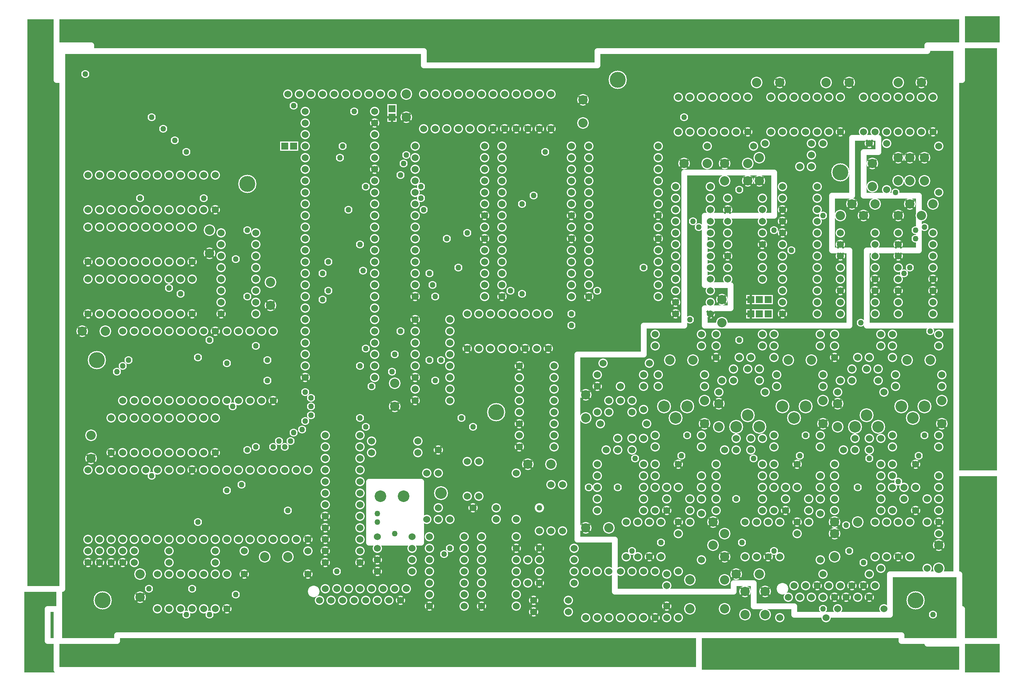
<source format=gbr>
G04 Created by GerbView*
%FSLAX25Y25*%
%MOIN*%
G75*
%ADD10C,0.0010*%
%ADD11C,0.0500*%
%ADD12C,0.1580*%
%ADD13C,0.1380*%
%ADD14C,0.1000*%
%ADD15C,0.0800*%
%ADD16C,0.1200*%
%ADD17C,0.0600*%
%ADD18R,0.0800X0.0800*%
%ADD19R,0.0600X0.0600*%
%ADD20R,0.0800X0.0200*%
%ADD21R,0.0200X0.0800*%
%ADD22C,0.0700*%
%LNEXPORT*%
D02*
G36*
X492675Y1391525D02*
X1335175D01*
Y824025D01*
X492675D01*
Y1391525D01*
G37*
D10*
%LPC*%
D11*
X1027675Y1099025D02*
X970175D01*
Y939025D01*
X1002675D01*
Y894025D01*
X1105175D01*
Y901525D01*
X1122675D01*
Y881525D01*
X1157675D01*
Y874025D01*
X1240175D01*
Y909025D01*
X1300175D01*
Y851525D01*
X1250175D01*
Y856525D01*
X1075175D01*
Y824025D01*
X1302675D01*
Y849025D01*
X1272675D01*
Y851525D01*
X1300175D01*
Y879025D01*
X1302675D01*
Y851525D01*
X1335175D01*
Y996525D01*
X1297675D01*
Y909025D01*
X1240175D01*
Y874025D01*
X1157675D01*
Y881525D01*
X1122675D01*
Y901525D01*
X1105175D01*
Y894025D01*
X1002675D01*
Y939025D01*
X970175D01*
Y1099025D01*
X1027675D01*
Y1124025D01*
X1062675D01*
Y1256525D01*
X1140175D01*
Y1219025D01*
X1080175D01*
Y1159025D01*
X1102675D01*
Y1139025D01*
X1080175D01*
Y1124025D01*
X1205175D01*
Y1189025D01*
X1190175D01*
Y1236525D01*
X1207675D01*
Y1286525D01*
X1230175D01*
Y1274025D01*
X1217675D01*
Y1236525D01*
X1265175D01*
Y1189025D01*
X1220175D01*
Y1124025D01*
X1297675D01*
Y1364025D01*
X1272675D01*
Y1361525D01*
X987675D01*
Y1349025D01*
X837675D01*
Y1361525D01*
X525175D01*
Y896525D01*
X522675D01*
Y851525D01*
X572675D01*
Y856525D01*
X1075175D01*
Y826525D01*
X520175D01*
Y851525D01*
X522675D01*
Y879025D01*
X512675D01*
Y851525D01*
X520175D01*
Y879025D01*
X522675D01*
Y896525D01*
X492675D01*
Y1391525D01*
X520175D01*
Y1336525D01*
X522675D01*
Y1364025D01*
X550175D01*
Y1366525D01*
X520175D01*
Y1391525D01*
X1302675D01*
Y1366525D01*
X1272675D01*
Y1364025D01*
X1300175D01*
Y1336525D01*
X1302675D01*
Y1366525D01*
X1335175D01*
Y996525D01*
X1297675D01*
Y1124025D01*
X1220175D01*
Y1189025D01*
X1265175D01*
Y1236525D01*
X1217675D01*
Y1274025D01*
X1230175D01*
Y1286525D01*
X1207675D01*
Y1236525D01*
X1190175D01*
Y1189025D01*
X1205175D01*
Y1124025D01*
X1080175D01*
Y1139025D01*
X1102675D01*
Y1159025D01*
X1080175D01*
Y1219025D01*
X1140175D01*
Y1256525D01*
X1062675D01*
Y1124025D01*
X1027675D01*
Y1099025D01*
D10*
G36*
X790175Y989025D02*
Y936525D01*
X835175D01*
Y989025D01*
X790175D01*
G37*
D11*
X790175Y989025D02*
Y936525D01*
X835175D01*
Y989025D01*
X790175D01*
D12*
X560175Y886525D03*
D11*
%LPD*%
D13*
X560175Y886525D03*
D11*
%LPC*%
D12*
X1262675Y886525D03*
D11*
%LPD*%
D13*
X1262675Y886525D03*
D11*
%LPC*%
D12*
X685175Y1246525D03*
D11*
%LPD*%
D13*
X685175Y1246525D03*
D11*
%LPC*%
D12*
X1005175Y1336525D03*
D11*
%LPD*%
D13*
X1005175Y1336525D03*
D11*
%LPC*%
D12*
X1197675Y1256525D03*
D11*
%LPD*%
D13*
X1197675Y1256525D03*
D11*
%LPC*%
D12*
X555175Y1094025D03*
D11*
%LPD*%
D13*
X555175Y1094025D03*
D11*
%LPC*%
D12*
X900175Y1049025D03*
D11*
%LPD*%
D13*
X900175Y1049025D03*
D11*
%LPC*%
D14*
X1127675Y909025D03*
D11*
%LPD*%
D15*
X1127675Y909025D03*
D11*
%LPC*%
D14*
X1107675Y909025D03*
D11*
%LPD*%
D15*
X1107675Y909025D03*
D11*
%LPC*%
%LPD*%
G36*
X1103432Y911853D02*
X1104846Y913267D01*
X1111917Y906196D01*
X1110503Y904782D01*
X1103432Y911853D01*
G37*
%LPC*%
%LPD*%
G36*
X1104846Y904782D02*
X1103432Y906196D01*
X1110503Y913267D01*
X1111917Y911853D01*
X1104846Y904782D01*
G37*
%LPC*%
D14*
X1212675Y954025D03*
D11*
%LPD*%
D15*
X1212675Y954025D03*
D11*
%LPC*%
D14*
X1192675Y954025D03*
D11*
%LPD*%
D15*
X1192675Y954025D03*
D11*
%LPC*%
%LPD*%
G36*
X1188432Y956853D02*
X1189846Y958267D01*
X1196917Y951196D01*
X1195503Y949782D01*
X1188432Y956853D01*
G37*
%LPC*%
%LPD*%
G36*
X1189846Y949782D02*
X1188432Y951196D01*
X1195503Y958267D01*
X1196917Y956853D01*
X1189846Y949782D01*
G37*
%LPC*%
D14*
X1195175Y1036525D03*
D11*
%LPD*%
D15*
X1195175Y1036525D03*
D11*
%LPC*%
D14*
X1195175Y1056525D03*
D11*
%LPD*%
D15*
X1195175Y1056525D03*
D11*
%LPC*%
%LPD*%
G36*
X1190932Y1059353D02*
X1192346Y1060767D01*
X1199417Y1053696D01*
X1198003Y1052282D01*
X1190932Y1059353D01*
G37*
%LPC*%
%LPD*%
G36*
X1192346Y1052282D02*
X1190932Y1053696D01*
X1198003Y1060767D01*
X1199417Y1059353D01*
X1192346Y1052282D01*
G37*
%LPC*%
D14*
X1097675Y944025D03*
D11*
%LPD*%
D15*
X1097675Y944025D03*
D11*
%LPC*%
D14*
X1097675Y924025D03*
D11*
%LPD*%
D15*
X1097675Y924025D03*
D11*
%LPC*%
%LPD*%
G36*
X1093432Y926853D02*
X1094846Y928267D01*
X1101917Y921196D01*
X1100503Y919782D01*
X1093432Y926853D01*
G37*
%LPC*%
%LPD*%
G36*
X1094846Y919782D02*
X1093432Y921196D01*
X1100503Y928267D01*
X1101917Y926853D01*
X1094846Y919782D01*
G37*
%LPC*%
D14*
X1092675Y1036525D03*
D11*
%LPD*%
D15*
X1092675Y1036525D03*
D11*
%LPC*%
D14*
X1092675Y1056525D03*
D11*
%LPD*%
D15*
X1092675Y1056525D03*
D11*
%LPC*%
%LPD*%
G36*
X1088432Y1059353D02*
X1089846Y1060767D01*
X1096917Y1053696D01*
X1095503Y1052282D01*
X1088432Y1059353D01*
G37*
%LPC*%
%LPD*%
G36*
X1089846Y1052282D02*
X1088432Y1053696D01*
X1095503Y1060767D01*
X1096917Y1059353D01*
X1089846Y1052282D01*
G37*
%LPC*%
D14*
X997675Y949025D03*
D11*
%LPD*%
D15*
X997675Y949025D03*
D11*
%LPC*%
D14*
X977675Y949025D03*
D11*
%LPD*%
D15*
X977675Y949025D03*
D11*
%LPC*%
%LPD*%
G36*
X973432Y951853D02*
X974846Y953267D01*
X981917Y946196D01*
X980503Y944782D01*
X973432Y951853D01*
G37*
%LPC*%
%LPD*%
G36*
X974846Y944782D02*
X973432Y946196D01*
X980503Y953267D01*
X981917Y951853D01*
X974846Y944782D01*
G37*
%LPC*%
D14*
X977675Y1044025D03*
D11*
%LPD*%
D15*
X977675Y1044025D03*
D11*
%LPC*%
D14*
X977675Y1064025D03*
D11*
%LPD*%
D15*
X977675Y1064025D03*
D11*
%LPC*%
%LPD*%
G36*
X973432Y1066853D02*
X974846Y1068267D01*
X981917Y1061196D01*
X980503Y1059782D01*
X973432Y1066853D01*
G37*
%LPC*%
%LPD*%
G36*
X974846Y1059782D02*
X973432Y1061196D01*
X980503Y1068267D01*
X981917Y1066853D01*
X974846Y1059782D01*
G37*
%LPC*%
D14*
X1132675Y894025D03*
D11*
%LPD*%
D15*
X1132675Y894025D03*
D11*
%LPC*%
%LPD*%
G36*
X1128432Y896853D02*
X1129846Y898267D01*
X1136917Y891196D01*
X1135503Y889782D01*
X1128432Y896853D01*
G37*
%LPC*%
%LPD*%
G36*
X1129846Y889782D02*
X1128432Y891196D01*
X1135503Y898267D01*
X1136917Y896853D01*
X1129846Y889782D01*
G37*
%LPC*%
D14*
X1132675Y874025D03*
D11*
%LPD*%
D15*
X1132675Y874025D03*
D11*
%LPC*%
D14*
X1282675Y934025D03*
D11*
%LPD*%
D15*
X1282675Y934025D03*
D11*
%LPC*%
%LPD*%
G36*
X1278432Y936853D02*
X1279846Y938267D01*
X1286917Y931196D01*
X1285503Y929782D01*
X1278432Y936853D01*
G37*
%LPC*%
%LPD*%
G36*
X1279846Y929782D02*
X1278432Y931196D01*
X1285503Y938267D01*
X1286917Y936853D01*
X1279846Y929782D01*
G37*
%LPC*%
D14*
X1282675Y914025D03*
D11*
%LPD*%
D15*
X1282675Y914025D03*
D11*
%LPC*%
D14*
X1285175Y1039025D03*
D11*
%LPD*%
D15*
X1285175Y1039025D03*
D11*
%LPC*%
%LPD*%
G36*
X1280932Y1041853D02*
X1282346Y1043267D01*
X1289417Y1036196D01*
X1288003Y1034782D01*
X1280932Y1041853D01*
G37*
%LPC*%
%LPD*%
G36*
X1282346Y1034782D02*
X1280932Y1036196D01*
X1288003Y1043267D01*
X1289417Y1041853D01*
X1282346Y1034782D01*
G37*
%LPC*%
D14*
X1285175Y1059025D03*
D11*
%LPD*%
D15*
X1285175Y1059025D03*
D11*
%LPC*%
D14*
X1192675Y944025D03*
D11*
%LPD*%
D15*
X1192675Y944025D03*
D11*
%LPC*%
%LPD*%
G36*
X1188432Y946853D02*
X1189846Y948267D01*
X1196917Y941196D01*
X1195503Y939782D01*
X1188432Y946853D01*
G37*
%LPC*%
%LPD*%
G36*
X1189846Y939782D02*
X1188432Y941196D01*
X1195503Y948267D01*
X1196917Y946853D01*
X1189846Y939782D01*
G37*
%LPC*%
D14*
X1192675Y924025D03*
D11*
%LPD*%
D15*
X1192675Y924025D03*
D11*
%LPC*%
D14*
X1182675Y1039025D03*
D11*
%LPD*%
D15*
X1182675Y1039025D03*
D11*
%LPC*%
%LPD*%
G36*
X1178432Y1041853D02*
X1179846Y1043267D01*
X1186917Y1036196D01*
X1185503Y1034782D01*
X1178432Y1041853D01*
G37*
%LPC*%
%LPD*%
G36*
X1179846Y1034782D02*
X1178432Y1036196D01*
X1185503Y1043267D01*
X1186917Y1041853D01*
X1179846Y1034782D01*
G37*
%LPC*%
D14*
X1182675Y1059025D03*
D11*
%LPD*%
D15*
X1182675Y1059025D03*
D11*
%LPC*%
D14*
X1087675Y954025D03*
D11*
%LPD*%
D15*
X1087675Y954025D03*
D11*
%LPC*%
%LPD*%
G36*
X1083432Y956853D02*
X1084846Y958267D01*
X1091917Y951196D01*
X1090503Y949782D01*
X1083432Y956853D01*
G37*
%LPC*%
%LPD*%
G36*
X1084846Y949782D02*
X1083432Y951196D01*
X1090503Y958267D01*
X1091917Y956853D01*
X1084846Y949782D01*
G37*
%LPC*%
D14*
X1087675Y934025D03*
D11*
%LPD*%
D15*
X1087675Y934025D03*
D11*
%LPC*%
D14*
X1080175Y1039025D03*
D11*
%LPD*%
D15*
X1080175Y1039025D03*
D11*
%LPC*%
%LPD*%
G36*
X1075932Y1041853D02*
X1077346Y1043267D01*
X1084417Y1036196D01*
X1083003Y1034782D01*
X1075932Y1041853D01*
G37*
%LPC*%
%LPD*%
G36*
X1077346Y1034782D02*
X1075932Y1036196D01*
X1083003Y1043267D01*
X1084417Y1041853D01*
X1077346Y1034782D01*
G37*
%LPC*%
D14*
X1080175Y1059025D03*
D11*
%LPD*%
D15*
X1080175Y1059025D03*
D11*
%LPC*%
D14*
X1115175Y874025D03*
D11*
%LPD*%
D15*
X1115175Y874025D03*
D11*
%LPC*%
D14*
X1115175Y894025D03*
D11*
%LPD*%
D15*
X1115175Y894025D03*
D11*
%LPC*%
%LPD*%
G36*
X1110932Y896853D02*
X1112346Y898267D01*
X1119417Y891196D01*
X1118003Y889782D01*
X1110932Y896853D01*
G37*
%LPC*%
%LPD*%
G36*
X1112346Y889782D02*
X1110932Y891196D01*
X1118003Y898267D01*
X1119417Y896853D01*
X1112346Y889782D01*
G37*
%LPC*%
D14*
X592675Y909025D03*
D11*
%LPD*%
D15*
X592675Y909025D03*
D11*
%LPC*%
D14*
X592675Y889025D03*
D11*
%LPD*%
D15*
X592675Y889025D03*
D11*
%LPC*%
%LPD*%
G36*
X588432Y891853D02*
X589846Y893267D01*
X596917Y886196D01*
X595503Y884782D01*
X588432Y891853D01*
G37*
%LPC*%
%LPD*%
G36*
X589846Y884782D02*
X588432Y886196D01*
X595503Y893267D01*
X596917Y891853D01*
X589846Y884782D01*
G37*
%LPC*%
D14*
X550175Y1029025D03*
D11*
%LPD*%
D15*
X550175Y1029025D03*
D11*
%LPC*%
D14*
X550175Y1009025D03*
D11*
%LPD*%
D15*
X550175Y1009025D03*
D11*
%LPC*%
%LPD*%
G36*
X545932Y1011853D02*
X547346Y1013267D01*
X554417Y1006196D01*
X553003Y1004782D01*
X545932Y1011853D01*
G37*
%LPC*%
%LPD*%
G36*
X547346Y1004782D02*
X545932Y1006196D01*
X553003Y1013267D01*
X554417Y1011853D01*
X547346Y1004782D01*
G37*
%LPC*%
D14*
X562675Y1119025D03*
D11*
%LPD*%
D15*
X562675Y1119025D03*
D11*
%LPC*%
D14*
X542675Y1119025D03*
D11*
%LPD*%
D15*
X542675Y1119025D03*
D11*
%LPC*%
%LPD*%
G36*
X538432Y1121853D02*
X539846Y1123267D01*
X546917Y1116196D01*
X545503Y1114782D01*
X538432Y1121853D01*
G37*
%LPC*%
%LPD*%
G36*
X539846Y1114782D02*
X538432Y1116196D01*
X545503Y1123267D01*
X546917Y1121853D01*
X539846Y1114782D01*
G37*
%LPC*%
D14*
X705175Y1161525D03*
D11*
%LPD*%
D15*
X705175Y1161525D03*
D11*
%LPC*%
D14*
X705175Y1141525D03*
D11*
%LPD*%
D15*
X705175Y1141525D03*
D11*
%LPC*%
%LPD*%
G36*
X700932Y1144353D02*
X702346Y1145767D01*
X709417Y1138696D01*
X708003Y1137282D01*
X700932Y1144353D01*
G37*
%LPC*%
%LPD*%
G36*
X702346Y1137282D02*
X700932Y1138696D01*
X708003Y1145767D01*
X709417Y1144353D01*
X702346Y1137282D01*
G37*
%LPC*%
D14*
X652675Y1206525D03*
D11*
%LPD*%
D15*
X652675Y1206525D03*
D11*
%LPC*%
D14*
X652675Y1186525D03*
D11*
%LPD*%
D15*
X652675Y1186525D03*
D11*
%LPC*%
%LPD*%
G36*
X648432Y1189353D02*
X649846Y1190767D01*
X656917Y1183696D01*
X655503Y1182282D01*
X648432Y1189353D01*
G37*
%LPC*%
%LPD*%
G36*
X649846Y1182282D02*
X648432Y1183696D01*
X655503Y1190767D01*
X656917Y1189353D01*
X649846Y1182282D01*
G37*
%LPC*%
D14*
X822675Y1324025D03*
D11*
%LPD*%
D15*
X822675Y1324025D03*
D11*
%LPC*%
D14*
X822675Y1304025D03*
D11*
%LPD*%
D15*
X822675Y1304025D03*
D11*
%LPC*%
%LPD*%
G36*
X818432Y1306853D02*
X819846Y1308267D01*
X826917Y1301196D01*
X825503Y1299782D01*
X818432Y1306853D01*
G37*
%LPC*%
%LPD*%
G36*
X819846Y1299782D02*
X818432Y1301196D01*
X825503Y1308267D01*
X826917Y1306853D01*
X819846Y1299782D01*
G37*
%LPC*%
D14*
X975175Y1299025D03*
D11*
%LPD*%
D15*
X975175Y1299025D03*
D11*
%LPC*%
D14*
X975175Y1319025D03*
D11*
%LPD*%
D15*
X975175Y1319025D03*
D11*
%LPC*%
%LPD*%
G36*
X970932Y1321853D02*
X972346Y1323267D01*
X979417Y1316196D01*
X978003Y1314782D01*
X970932Y1321853D01*
G37*
%LPC*%
%LPD*%
G36*
X972346Y1314782D02*
X970932Y1316196D01*
X978003Y1323267D01*
X979417Y1321853D01*
X972346Y1314782D01*
G37*
%LPC*%
D14*
X1125175Y1334025D03*
D11*
%LPD*%
D15*
X1125175Y1334025D03*
D11*
%LPC*%
D14*
X1145175Y1334025D03*
D11*
%LPD*%
D15*
X1145175Y1334025D03*
D11*
%LPC*%
%LPD*%
G36*
X1140932Y1336853D02*
X1142346Y1338267D01*
X1149417Y1331196D01*
X1148003Y1329782D01*
X1140932Y1336853D01*
G37*
%LPC*%
%LPD*%
G36*
X1142346Y1329782D02*
X1140932Y1331196D01*
X1148003Y1338267D01*
X1149417Y1336853D01*
X1142346Y1329782D01*
G37*
%LPC*%
D14*
X1185175Y1334025D03*
D11*
%LPD*%
D15*
X1185175Y1334025D03*
D11*
%LPC*%
D14*
X1205175Y1334025D03*
D11*
%LPD*%
D15*
X1205175Y1334025D03*
D11*
%LPC*%
%LPD*%
G36*
X1200932Y1336853D02*
X1202346Y1338267D01*
X1209417Y1331196D01*
X1208003Y1329782D01*
X1200932Y1336853D01*
G37*
%LPC*%
%LPD*%
G36*
X1202346Y1329782D02*
X1200932Y1331196D01*
X1208003Y1338267D01*
X1209417Y1336853D01*
X1202346Y1329782D01*
G37*
%LPC*%
D14*
X1247675Y1334025D03*
D11*
%LPD*%
D15*
X1247675Y1334025D03*
D11*
%LPC*%
D14*
X1267675Y1334025D03*
D11*
%LPD*%
D15*
X1267675Y1334025D03*
D11*
%LPC*%
%LPD*%
G36*
X1263432Y1336853D02*
X1264846Y1338267D01*
X1271917Y1331196D01*
X1270503Y1329782D01*
X1263432Y1336853D01*
G37*
%LPC*%
%LPD*%
G36*
X1264846Y1329782D02*
X1263432Y1331196D01*
X1270503Y1338267D01*
X1271917Y1336853D01*
X1264846Y1329782D01*
G37*
%LPC*%
D14*
X812675Y1074025D03*
D11*
%LPD*%
D15*
X812675Y1074025D03*
D11*
%LPC*%
D14*
X812675Y1054025D03*
D11*
%LPD*%
D15*
X812675Y1054025D03*
D11*
%LPC*%
%LPD*%
G36*
X808432Y1056853D02*
X809846Y1058267D01*
X816917Y1051196D01*
X815503Y1049782D01*
X808432Y1056853D01*
G37*
%LPC*%
%LPD*%
G36*
X809846Y1049782D02*
X808432Y1051196D01*
X815503Y1058267D01*
X816917Y1056853D01*
X809846Y1049782D01*
G37*
%LPC*%
D14*
X947675Y1004025D03*
D11*
%LPD*%
D15*
X947675Y1004025D03*
D11*
%LPC*%
D14*
X927675Y1004025D03*
D11*
%LPD*%
D15*
X927675Y1004025D03*
D11*
%LPC*%
%LPD*%
G36*
X923432Y1006853D02*
X924846Y1008267D01*
X931917Y1001196D01*
X930503Y999782D01*
X923432Y1006853D01*
G37*
%LPC*%
%LPD*%
G36*
X924846Y999782D02*
X923432Y1001196D01*
X930503Y1008267D01*
X931917Y1006853D01*
X924846Y999782D01*
G37*
%LPC*%
D16*
X820175Y976525D03*
D11*
%LPD*%
D14*
X820175Y976525D03*
D11*
%LPC*%
D16*
X800175Y976525D03*
D11*
%LPD*%
D14*
X800175Y976525D03*
D11*
%LPC*%
D15*
X737675Y929025D03*
D11*
%LPD*%
D17*
X737675Y929025D03*
D11*
%LPC*%
D15*
X737675Y909025D03*
D11*
%LPD*%
D17*
X737675Y909025D03*
D11*
%LPC*%
%LPD*%
G36*
X734139Y911146D02*
X735553Y912560D01*
X741210Y906903D01*
X739796Y905489D01*
X734139Y911146D01*
G37*
%LPC*%
%LPD*%
G36*
X735553Y905489D02*
X734139Y906903D01*
X739796Y912560D01*
X741210Y911146D01*
X735553Y905489D01*
G37*
%LPC*%
D15*
X682675Y929025D03*
D11*
%LPD*%
D17*
X682675Y929025D03*
D11*
%LPC*%
D15*
X682675Y909025D03*
D11*
%LPD*%
D17*
X682675Y909025D03*
D11*
%LPC*%
%LPD*%
G36*
X679139Y911146D02*
X680553Y912560D01*
X686210Y906903D01*
X684796Y905489D01*
X679139Y911146D01*
G37*
%LPC*%
%LPD*%
G36*
X680553Y905489D02*
X679139Y906903D01*
X684796Y912560D01*
X686210Y911146D01*
X680553Y905489D01*
G37*
%LPC*%
D15*
X900175Y966525D03*
D11*
%LPD*%
D17*
X900175Y966525D03*
D11*
%LPC*%
D15*
X880175Y966525D03*
D11*
%LPD*%
D17*
X880175Y966525D03*
D11*
%LPC*%
%LPD*%
G36*
X876639Y968646D02*
X878053Y970060D01*
X883710Y964403D01*
X882296Y962989D01*
X876639Y968646D01*
G37*
%LPC*%
%LPD*%
G36*
X878053Y962989D02*
X876639Y964403D01*
X882296Y970060D01*
X883710Y968646D01*
X878053Y962989D01*
G37*
%LPC*%
D14*
X1097675Y879025D03*
D11*
%LPD*%
D15*
X1097675Y879025D03*
D11*
%LPC*%
D14*
X1067675Y879025D03*
D11*
%LPD*%
D15*
X1067675Y879025D03*
D11*
%LPC*%
D14*
X1097675Y904025D03*
D11*
%LPD*%
D15*
X1097675Y904025D03*
D11*
%LPC*%
D14*
X1067675Y904025D03*
D11*
%LPD*%
D15*
X1067675Y904025D03*
D11*
%LPC*%
D15*
X927675Y901525D03*
D11*
%LPD*%
D17*
X927675Y901525D03*
D11*
%LPC*%
D15*
X927675Y921525D03*
D11*
%LPD*%
D17*
X927675Y921525D03*
D11*
%LPC*%
D15*
X937675Y946525D03*
D11*
%LPD*%
D17*
X937675Y946525D03*
D11*
%LPC*%
D15*
X937675Y966525D03*
D11*
%LPD*%
D17*
X937675Y966525D03*
D11*
%LPC*%
D14*
X1082675Y1264025D03*
D11*
%LPD*%
D15*
X1082675Y1264025D03*
D11*
%LPC*%
D14*
X1062675Y1264025D03*
D11*
%LPD*%
D15*
X1062675Y1264025D03*
D11*
%LPC*%
%LPD*%
G36*
X1058432Y1266853D02*
X1059846Y1268267D01*
X1066917Y1261196D01*
X1065503Y1259782D01*
X1058432Y1266853D01*
G37*
%LPC*%
%LPD*%
G36*
X1059846Y1259782D02*
X1058432Y1261196D01*
X1065503Y1268267D01*
X1066917Y1266853D01*
X1059846Y1259782D01*
G37*
%LPC*%
D14*
X1117675Y1264025D03*
D11*
%LPD*%
D15*
X1117675Y1264025D03*
D11*
%LPC*%
D14*
X1097675Y1264025D03*
D11*
%LPD*%
D15*
X1097675Y1264025D03*
D11*
%LPC*%
%LPD*%
G36*
X1093432Y1266853D02*
X1094846Y1268267D01*
X1101917Y1261196D01*
X1100503Y1259782D01*
X1093432Y1266853D01*
G37*
%LPC*%
%LPD*%
G36*
X1094846Y1259782D02*
X1093432Y1261196D01*
X1100503Y1268267D01*
X1101917Y1266853D01*
X1094846Y1259782D01*
G37*
%LPC*%
D14*
X1127675Y1269025D03*
D11*
%LPD*%
D15*
X1127675Y1269025D03*
D11*
%LPC*%
D14*
X1127675Y1249025D03*
D11*
%LPD*%
D15*
X1127675Y1249025D03*
D11*
%LPC*%
%LPD*%
G36*
X1123432Y1251853D02*
X1124846Y1253267D01*
X1131917Y1246196D01*
X1130503Y1244782D01*
X1123432Y1251853D01*
G37*
%LPC*%
%LPD*%
G36*
X1124846Y1244782D02*
X1123432Y1246196D01*
X1130503Y1253267D01*
X1131917Y1251853D01*
X1124846Y1244782D01*
G37*
%LPC*%
D14*
X1050175Y1094025D03*
D11*
%LPD*%
D15*
X1050175Y1094025D03*
D11*
%LPC*%
D14*
X1070175Y1094025D03*
D11*
%LPD*%
D15*
X1070175Y1094025D03*
D11*
%LPC*%
D15*
X1027675Y1051525D03*
D11*
%LPD*%
D17*
X1027675Y1051525D03*
D11*
%LPC*%
D15*
X1027675Y1071525D03*
D11*
%LPD*%
D17*
X1027675Y1071525D03*
D11*
%LPC*%
D15*
X1007675Y1071525D03*
D11*
%LPD*%
D17*
X1007675Y1071525D03*
D11*
%LPC*%
D15*
X987675Y1071525D03*
D11*
%LPD*%
D17*
X987675Y1071525D03*
D11*
%LPC*%
%LPD*%
G36*
X984139Y1073646D02*
X985553Y1075060D01*
X991210Y1069403D01*
X989796Y1067989D01*
X984139Y1073646D01*
G37*
%LPC*%
%LPD*%
G36*
X985553Y1067989D02*
X984139Y1069403D01*
X989796Y1075060D01*
X991210Y1073646D01*
X985553Y1067989D01*
G37*
%LPC*%
D15*
X1037675Y1004025D03*
D11*
%LPD*%
D17*
X1037675Y1004025D03*
D11*
%LPC*%
D15*
X1057675Y1004025D03*
D11*
%LPD*%
D17*
X1057675Y1004025D03*
D11*
%LPC*%
%LPD*%
G36*
X1054139Y1006146D02*
X1055553Y1007560D01*
X1061210Y1001903D01*
X1059796Y1000489D01*
X1054139Y1006146D01*
G37*
%LPC*%
%LPD*%
G36*
X1055553Y1000489D02*
X1054139Y1001903D01*
X1059796Y1007560D01*
X1061210Y1006146D01*
X1055553Y1000489D01*
G37*
%LPC*%
D15*
X1037675Y984025D03*
D11*
%LPD*%
D17*
X1037675Y984025D03*
D11*
%LPC*%
D15*
X1037675Y964025D03*
D11*
%LPD*%
D17*
X1037675Y964025D03*
D11*
%LPC*%
D15*
X1067675Y964025D03*
D11*
%LPD*%
D17*
X1067675Y964025D03*
D11*
%LPC*%
D15*
X1047675Y964025D03*
D11*
%LPD*%
D17*
X1047675Y964025D03*
D11*
%LPC*%
%LPD*%
G36*
X1044139Y966146D02*
X1045553Y967560D01*
X1051210Y961903D01*
X1049796Y960489D01*
X1044139Y966146D01*
G37*
%LPC*%
%LPD*%
G36*
X1045553Y960489D02*
X1044139Y961903D01*
X1049796Y967560D01*
X1051210Y966146D01*
X1045553Y960489D01*
G37*
%LPC*%
D14*
X1270175Y1249025D03*
D11*
%LPD*%
D15*
X1270175Y1249025D03*
D11*
%LPC*%
D14*
X1270175Y1269025D03*
D11*
%LPD*%
D15*
X1270175Y1269025D03*
D11*
%LPC*%
%LPD*%
G36*
X1265932Y1271853D02*
X1267346Y1273267D01*
X1274417Y1266196D01*
X1273003Y1264782D01*
X1265932Y1271853D01*
G37*
%LPC*%
%LPD*%
G36*
X1267346Y1264782D02*
X1265932Y1266196D01*
X1273003Y1273267D01*
X1274417Y1271853D01*
X1267346Y1264782D01*
G37*
%LPC*%
D14*
X1257675Y1249025D03*
D11*
%LPD*%
D15*
X1257675Y1249025D03*
D11*
%LPC*%
D14*
X1257675Y1269025D03*
D11*
%LPD*%
D15*
X1257675Y1269025D03*
D11*
%LPC*%
%LPD*%
G36*
X1253432Y1271853D02*
X1254846Y1273267D01*
X1261917Y1266196D01*
X1260503Y1264782D01*
X1253432Y1271853D01*
G37*
%LPC*%
%LPD*%
G36*
X1254846Y1264782D02*
X1253432Y1266196D01*
X1260503Y1273267D01*
X1261917Y1271853D01*
X1254846Y1264782D01*
G37*
%LPC*%
D14*
X1277675Y1229025D03*
D11*
%LPD*%
D15*
X1277675Y1229025D03*
D11*
%LPC*%
D14*
X1257675Y1229025D03*
D11*
%LPD*%
D15*
X1257675Y1229025D03*
D11*
%LPC*%
%LPD*%
G36*
X1253432Y1231853D02*
X1254846Y1233267D01*
X1261917Y1226196D01*
X1260503Y1224782D01*
X1253432Y1231853D01*
G37*
%LPC*%
%LPD*%
G36*
X1254846Y1224782D02*
X1253432Y1226196D01*
X1260503Y1233267D01*
X1261917Y1231853D01*
X1254846Y1224782D01*
G37*
%LPC*%
D14*
X1152675Y1094025D03*
D11*
%LPD*%
D15*
X1152675Y1094025D03*
D11*
%LPC*%
D14*
X1172675Y1094025D03*
D11*
%LPD*%
D15*
X1172675Y1094025D03*
D11*
%LPC*%
D15*
X1120175Y1096525D03*
D11*
%LPD*%
D17*
X1120175Y1096525D03*
D11*
%LPC*%
D15*
X1140175Y1096525D03*
D11*
%LPD*%
D17*
X1140175Y1096525D03*
D11*
%LPC*%
D15*
X1110175Y1096525D03*
D11*
%LPD*%
D17*
X1110175Y1096525D03*
D11*
%LPC*%
D15*
X1090175Y1096525D03*
D11*
%LPD*%
D17*
X1090175Y1096525D03*
D11*
%LPC*%
%LPD*%
G36*
X1086639Y1098646D02*
X1088053Y1100060D01*
X1093710Y1094403D01*
X1092296Y1092989D01*
X1086639Y1098646D01*
G37*
%LPC*%
%LPD*%
G36*
X1088053Y1092989D02*
X1086639Y1094403D01*
X1092296Y1100060D01*
X1093710Y1098646D01*
X1088053Y1092989D01*
G37*
%LPC*%
D15*
X1140175Y1004025D03*
D11*
%LPD*%
D17*
X1140175Y1004025D03*
D11*
%LPC*%
D15*
X1160175Y1004025D03*
D11*
%LPD*%
D17*
X1160175Y1004025D03*
D11*
%LPC*%
%LPD*%
G36*
X1156639Y1006146D02*
X1158053Y1007560D01*
X1163710Y1001903D01*
X1162296Y1000489D01*
X1156639Y1006146D01*
G37*
%LPC*%
%LPD*%
G36*
X1158053Y1000489D02*
X1156639Y1001903D01*
X1162296Y1007560D01*
X1163710Y1006146D01*
X1158053Y1000489D01*
G37*
%LPC*%
D15*
X1140175Y984025D03*
D11*
%LPD*%
D17*
X1140175Y984025D03*
D11*
%LPC*%
D15*
X1140175Y964025D03*
D11*
%LPD*%
D17*
X1140175Y964025D03*
D11*
%LPC*%
D15*
X1170175Y964025D03*
D11*
%LPD*%
D17*
X1170175Y964025D03*
D11*
%LPC*%
D15*
X1150175Y964025D03*
D11*
%LPD*%
D17*
X1150175Y964025D03*
D11*
%LPC*%
%LPD*%
G36*
X1146639Y966146D02*
X1148053Y967560D01*
X1153710Y961903D01*
X1152296Y960489D01*
X1146639Y966146D01*
G37*
%LPC*%
%LPD*%
G36*
X1148053Y960489D02*
X1146639Y961903D01*
X1152296Y967560D01*
X1153710Y966146D01*
X1148053Y960489D01*
G37*
%LPC*%
D14*
X1225175Y1244025D03*
D11*
%LPD*%
D15*
X1225175Y1244025D03*
D11*
%LPC*%
D14*
X1225175Y1264025D03*
D11*
%LPD*%
D15*
X1225175Y1264025D03*
D11*
%LPC*%
%LPD*%
G36*
X1220932Y1266853D02*
X1222346Y1268267D01*
X1229417Y1261196D01*
X1228003Y1259782D01*
X1220932Y1266853D01*
G37*
%LPC*%
%LPD*%
G36*
X1222346Y1259782D02*
X1220932Y1261196D01*
X1228003Y1268267D01*
X1229417Y1266853D01*
X1222346Y1259782D01*
G37*
%LPC*%
D14*
X1247675Y1249025D03*
D11*
%LPD*%
D15*
X1247675Y1249025D03*
D11*
%LPC*%
D14*
X1247675Y1269025D03*
D11*
%LPD*%
D15*
X1247675Y1269025D03*
D11*
%LPC*%
%LPD*%
G36*
X1243432Y1271853D02*
X1244846Y1273267D01*
X1251917Y1266196D01*
X1250503Y1264782D01*
X1243432Y1271853D01*
G37*
%LPC*%
%LPD*%
G36*
X1244846Y1264782D02*
X1243432Y1266196D01*
X1250503Y1273267D01*
X1251917Y1271853D01*
X1244846Y1264782D01*
G37*
%LPC*%
D14*
X1227675Y1229025D03*
D11*
%LPD*%
D15*
X1227675Y1229025D03*
D11*
%LPC*%
D14*
X1207675Y1229025D03*
D11*
%LPD*%
D15*
X1207675Y1229025D03*
D11*
%LPC*%
%LPD*%
G36*
X1203432Y1231853D02*
X1204846Y1233267D01*
X1211917Y1226196D01*
X1210503Y1224782D01*
X1203432Y1231853D01*
G37*
%LPC*%
%LPD*%
G36*
X1204846Y1224782D02*
X1203432Y1226196D01*
X1210503Y1233267D01*
X1211917Y1231853D01*
X1204846Y1224782D01*
G37*
%LPC*%
D15*
X1222675Y1096525D03*
D11*
%LPD*%
D17*
X1222675Y1096525D03*
D11*
%LPC*%
D15*
X1242675Y1096525D03*
D11*
%LPD*%
D17*
X1242675Y1096525D03*
D11*
%LPC*%
D15*
X1212675Y1096525D03*
D11*
%LPD*%
D17*
X1212675Y1096525D03*
D11*
%LPC*%
D15*
X1192675Y1096525D03*
D11*
%LPD*%
D17*
X1192675Y1096525D03*
D11*
%LPC*%
%LPD*%
G36*
X1189139Y1098646D02*
X1190553Y1100060D01*
X1196210Y1094403D01*
X1194796Y1092989D01*
X1189139Y1098646D01*
G37*
%LPC*%
%LPD*%
G36*
X1190553Y1092989D02*
X1189139Y1094403D01*
X1194796Y1100060D01*
X1196210Y1098646D01*
X1190553Y1092989D01*
G37*
%LPC*%
D15*
X1242675Y1004025D03*
D11*
%LPD*%
D17*
X1242675Y1004025D03*
D11*
%LPC*%
D15*
X1262675Y1004025D03*
D11*
%LPD*%
D17*
X1262675Y1004025D03*
D11*
%LPC*%
%LPD*%
G36*
X1259139Y1006146D02*
X1260553Y1007560D01*
X1266210Y1001903D01*
X1264796Y1000489D01*
X1259139Y1006146D01*
G37*
%LPC*%
%LPD*%
G36*
X1260553Y1000489D02*
X1259139Y1001903D01*
X1264796Y1007560D01*
X1266210Y1006146D01*
X1260553Y1000489D01*
G37*
%LPC*%
D15*
X1242675Y984025D03*
D11*
%LPD*%
D17*
X1242675Y984025D03*
D11*
%LPC*%
D15*
X1242675Y964025D03*
D11*
%LPD*%
D17*
X1242675Y964025D03*
D11*
%LPC*%
D15*
X1282675Y964025D03*
D11*
%LPD*%
D17*
X1282675Y964025D03*
D11*
%LPC*%
D15*
X1262675Y964025D03*
D11*
%LPD*%
D17*
X1262675Y964025D03*
D11*
%LPC*%
%LPD*%
G36*
X1259139Y966146D02*
X1260553Y967560D01*
X1266210Y961903D01*
X1264796Y960489D01*
X1259139Y966146D01*
G37*
%LPC*%
%LPD*%
G36*
X1260553Y960489D02*
X1259139Y961903D01*
X1264796Y967560D01*
X1266210Y966146D01*
X1260553Y960489D01*
G37*
%LPC*%
D15*
X1182675Y909025D03*
D11*
%LPD*%
D17*
X1182675Y909025D03*
D11*
%LPC*%
D15*
X1222675Y909025D03*
D11*
%LPD*%
D17*
X1222675Y909025D03*
D11*
%LPC*%
D15*
X1195175Y879025D03*
D11*
%LPD*%
D17*
X1195175Y879025D03*
D11*
%LPC*%
D15*
X1235175Y879025D03*
D11*
%LPD*%
D17*
X1235175Y879025D03*
D11*
%LPC*%
D15*
X1082675Y1279025D03*
D11*
%LPD*%
D17*
X1082675Y1279025D03*
D11*
%LPC*%
D15*
X1122675Y1279025D03*
D11*
%LPD*%
D17*
X1122675Y1279025D03*
D11*
%LPC*%
D15*
X1282675Y1279025D03*
D11*
%LPD*%
D17*
X1282675Y1279025D03*
D11*
%LPC*%
D15*
X1282675Y1239025D03*
D11*
%LPD*%
D17*
X1282675Y1239025D03*
D11*
%LPC*%
D15*
X1237675Y1281525D03*
D11*
%LPD*%
D17*
X1237675Y1281525D03*
D11*
%LPC*%
D15*
X1237675Y1241525D03*
D11*
%LPD*%
D17*
X1237675Y1241525D03*
D11*
%LPC*%
D15*
X547675Y919025D03*
D11*
%LPD*%
D17*
X547675Y919025D03*
D11*
%LPC*%
%LPD*%
G36*
X544139Y921146D02*
X545553Y922560D01*
X551210Y916903D01*
X549796Y915489D01*
X544139Y921146D01*
G37*
%LPC*%
%LPD*%
G36*
X545553Y915489D02*
X544139Y916903D01*
X549796Y922560D01*
X551210Y921146D01*
X545553Y915489D01*
G37*
%LPC*%
D15*
X547675Y929025D03*
D11*
%LPD*%
D17*
X547675Y929025D03*
D11*
%LPC*%
D15*
X557675Y919025D03*
D11*
%LPD*%
D17*
X557675Y919025D03*
D11*
%LPC*%
%LPD*%
G36*
X554139Y921146D02*
X555553Y922560D01*
X561210Y916903D01*
X559796Y915489D01*
X554139Y921146D01*
G37*
%LPC*%
%LPD*%
G36*
X555553Y915489D02*
X554139Y916903D01*
X559796Y922560D01*
X561210Y921146D01*
X555553Y915489D01*
G37*
%LPC*%
D15*
X557675Y929025D03*
D11*
%LPD*%
D17*
X557675Y929025D03*
D11*
%LPC*%
D15*
X567675Y919025D03*
D11*
%LPD*%
D17*
X567675Y919025D03*
D11*
%LPC*%
%LPD*%
G36*
X564139Y921146D02*
X565553Y922560D01*
X571210Y916903D01*
X569796Y915489D01*
X564139Y921146D01*
G37*
%LPC*%
%LPD*%
G36*
X565553Y915489D02*
X564139Y916903D01*
X569796Y922560D01*
X571210Y921146D01*
X565553Y915489D01*
G37*
%LPC*%
D15*
X567675Y929025D03*
D11*
%LPD*%
D17*
X567675Y929025D03*
D11*
%LPC*%
D15*
X577675Y919025D03*
D11*
%LPD*%
D17*
X577675Y919025D03*
D11*
%LPC*%
%LPD*%
G36*
X574139Y921146D02*
X575553Y922560D01*
X581210Y916903D01*
X579796Y915489D01*
X574139Y921146D01*
G37*
%LPC*%
%LPD*%
G36*
X575553Y915489D02*
X574139Y916903D01*
X579796Y922560D01*
X581210Y921146D01*
X575553Y915489D01*
G37*
%LPC*%
D15*
X577675Y929025D03*
D11*
%LPD*%
D17*
X577675Y929025D03*
D11*
%LPC*%
D15*
X587675Y919025D03*
D11*
%LPD*%
D17*
X587675Y919025D03*
D11*
%LPC*%
D15*
X587675Y929025D03*
D11*
%LPD*%
D17*
X587675Y929025D03*
D11*
%LPC*%
D15*
X1182675Y1281525D03*
D11*
%LPD*%
D17*
X1182675Y1281525D03*
D11*
%LPC*%
D15*
X1222675Y1281525D03*
D11*
%LPD*%
D17*
X1222675Y1281525D03*
D11*
%LPC*%
%LPD*%
G36*
X1219139Y1283646D02*
X1220553Y1285060D01*
X1226210Y1279403D01*
X1224796Y1277989D01*
X1219139Y1283646D01*
G37*
%LPC*%
%LPD*%
G36*
X1220553Y1277989D02*
X1219139Y1279403D01*
X1224796Y1285060D01*
X1226210Y1283646D01*
X1220553Y1277989D01*
G37*
%LPC*%
D15*
X1172675Y1281525D03*
D11*
%LPD*%
D17*
X1172675Y1281525D03*
D11*
%LPC*%
D15*
X1132675Y1281525D03*
D11*
%LPD*%
D17*
X1132675Y1281525D03*
D11*
%LPC*%
D15*
X792675Y1014025D03*
D11*
%LPD*%
D17*
X792675Y1014025D03*
D11*
%LPC*%
D15*
X832675Y1014025D03*
D11*
%LPD*%
D17*
X832675Y1014025D03*
D11*
%LPC*%
D15*
X617675Y919025D03*
D11*
%LPD*%
D17*
X617675Y919025D03*
D11*
%LPC*%
D15*
X657675Y919025D03*
D11*
%LPD*%
D17*
X657675Y919025D03*
D11*
%LPC*%
D15*
X832675Y1024025D03*
D11*
%LPD*%
D17*
X832675Y1024025D03*
D11*
%LPC*%
D15*
X792675Y1024025D03*
D11*
%LPD*%
D17*
X792675Y1024025D03*
D11*
%LPC*%
D15*
X657675Y929025D03*
D11*
%LPD*%
D17*
X657675Y929025D03*
D11*
%LPC*%
D15*
X617675Y929025D03*
D11*
%LPD*%
D17*
X617675Y929025D03*
D11*
%LPC*%
D15*
X977675Y911525D03*
D11*
%LPD*%
D17*
X977675Y911525D03*
D11*
%LPC*%
D15*
X977675Y871525D03*
D11*
%LPD*%
D17*
X977675Y871525D03*
D11*
%LPC*%
D15*
X1007675Y871525D03*
D11*
%LPD*%
D17*
X1007675Y871525D03*
D11*
%LPC*%
D15*
X1007675Y911525D03*
D11*
%LPD*%
D17*
X1007675Y911525D03*
D11*
%LPC*%
D15*
X1037675Y911525D03*
D11*
%LPD*%
D17*
X1037675Y911525D03*
D11*
%LPC*%
D15*
X1037675Y871525D03*
D11*
%LPD*%
D17*
X1037675Y871525D03*
D11*
%LPC*%
%LPD*%
G36*
X1034139Y873646D02*
X1035553Y875060D01*
X1041210Y869403D01*
X1039796Y867989D01*
X1034139Y873646D01*
G37*
%LPC*%
%LPD*%
G36*
X1035553Y867989D02*
X1034139Y869403D01*
X1039796Y875060D01*
X1041210Y873646D01*
X1035553Y867989D01*
G37*
%LPC*%
D15*
X947675Y946525D03*
D11*
%LPD*%
D17*
X947675Y946525D03*
D11*
%LPC*%
D15*
X947675Y986525D03*
D11*
%LPD*%
D17*
X947675Y986525D03*
D11*
%LPC*%
D15*
X957675Y986525D03*
D11*
%LPD*%
D17*
X957675Y986525D03*
D11*
%LPC*%
D15*
X957675Y946525D03*
D11*
%LPD*%
D17*
X957675Y946525D03*
D11*
%LPC*%
D15*
X1077675Y1116525D03*
D11*
%LPD*%
D17*
X1077675Y1116525D03*
D11*
%LPC*%
D15*
X1037675Y1116525D03*
D11*
%LPD*%
D17*
X1037675Y1116525D03*
D11*
%LPC*%
D15*
X1077675Y1106525D03*
D11*
%LPD*%
D17*
X1077675Y1106525D03*
D11*
%LPC*%
D15*
X1037675Y1106525D03*
D11*
%LPD*%
D17*
X1037675Y1106525D03*
D11*
%LPC*%
D15*
X860175Y956525D03*
D11*
%LPD*%
D17*
X860175Y956525D03*
D11*
%LPC*%
D15*
X900175Y956525D03*
D11*
%LPD*%
D17*
X900175Y956525D03*
D11*
%LPC*%
D15*
X987675Y911525D03*
D11*
%LPD*%
D17*
X987675Y911525D03*
D11*
%LPC*%
D15*
X987675Y871525D03*
D11*
%LPD*%
D17*
X987675Y871525D03*
D11*
%LPC*%
D15*
X997675Y911525D03*
D11*
%LPD*%
D17*
X997675Y911525D03*
D11*
%LPC*%
D15*
X997675Y871525D03*
D11*
%LPD*%
D17*
X997675Y871525D03*
D11*
%LPC*%
D15*
X1027675Y911525D03*
D11*
%LPD*%
D17*
X1027675Y911525D03*
D11*
%LPC*%
D15*
X1027675Y871525D03*
D11*
%LPD*%
D17*
X1027675Y871525D03*
D11*
%LPC*%
D15*
X1032675Y1091525D03*
D11*
%LPD*%
D17*
X1032675Y1091525D03*
D11*
%LPC*%
D15*
X992675Y1091525D03*
D11*
%LPD*%
D17*
X992675Y1091525D03*
D11*
%LPC*%
D15*
X987675Y1081525D03*
D11*
%LPD*%
D17*
X987675Y1081525D03*
D11*
%LPC*%
D15*
X1027675Y1081525D03*
D11*
%LPD*%
D17*
X1027675Y1081525D03*
D11*
%LPC*%
D15*
X1040175Y1081525D03*
D11*
%LPD*%
D17*
X1040175Y1081525D03*
D11*
%LPC*%
D15*
X1080175Y1081525D03*
D11*
%LPD*%
D17*
X1080175Y1081525D03*
D11*
%LPC*%
D15*
X1030175Y1039025D03*
D11*
%LPD*%
D17*
X1030175Y1039025D03*
D11*
%LPC*%
D15*
X990175Y1039025D03*
D11*
%LPD*%
D17*
X990175Y1039025D03*
D11*
%LPC*%
D15*
X987675Y1004025D03*
D11*
%LPD*%
D17*
X987675Y1004025D03*
D11*
%LPC*%
D15*
X1027675Y1004025D03*
D11*
%LPD*%
D17*
X1027675Y1004025D03*
D11*
%LPC*%
D15*
X1037675Y1029025D03*
D11*
%LPD*%
D17*
X1037675Y1029025D03*
D11*
%LPC*%
D15*
X1077675Y1029025D03*
D11*
%LPD*%
D17*
X1077675Y1029025D03*
D11*
%LPC*%
D15*
X1037675Y1019025D03*
D11*
%LPD*%
D17*
X1037675Y1019025D03*
D11*
%LPC*%
D15*
X1077675Y1019025D03*
D11*
%LPD*%
D17*
X1077675Y1019025D03*
D11*
%LPC*%
D16*
X1065175Y1054025D03*
D11*
%LPD*%
D14*
X1065175Y1054025D03*
D11*
%LPC*%
D16*
X1055175Y1044025D03*
D11*
%LPD*%
D14*
X1055175Y1044025D03*
D11*
%LPC*%
D16*
X1045175Y1054025D03*
D11*
%LPD*%
D14*
X1045175Y1054025D03*
D11*
%LPC*%
D15*
X1040175Y1071525D03*
D11*
%LPD*%
D17*
X1040175Y1071525D03*
D11*
%LPC*%
D15*
X1080175Y1071525D03*
D11*
%LPD*%
D17*
X1080175Y1071525D03*
D11*
%LPC*%
D15*
X987675Y994025D03*
D11*
%LPD*%
D17*
X987675Y994025D03*
D11*
%LPC*%
D15*
X1027675Y994025D03*
D11*
%LPD*%
D17*
X1027675Y994025D03*
D11*
%LPC*%
D15*
X1037675Y994025D03*
D11*
%LPD*%
D17*
X1037675Y994025D03*
D11*
%LPC*%
D15*
X1077675Y994025D03*
D11*
%LPD*%
D17*
X1077675Y994025D03*
D11*
%LPC*%
D15*
X987675Y984025D03*
D11*
%LPD*%
D17*
X987675Y984025D03*
D11*
%LPC*%
D15*
X1027675Y984025D03*
D11*
%LPD*%
D17*
X1027675Y984025D03*
D11*
%LPC*%
D15*
X1027675Y974025D03*
D11*
%LPD*%
D17*
X1027675Y974025D03*
D11*
%LPC*%
D15*
X987675Y974025D03*
D11*
%LPD*%
D17*
X987675Y974025D03*
D11*
%LPC*%
D15*
X1027675Y964025D03*
D11*
%LPD*%
D17*
X1027675Y964025D03*
D11*
%LPC*%
D15*
X987675Y964025D03*
D11*
%LPD*%
D17*
X987675Y964025D03*
D11*
%LPC*%
D15*
X1180175Y1116525D03*
D11*
%LPD*%
D17*
X1180175Y1116525D03*
D11*
%LPC*%
D15*
X1140175Y1116525D03*
D11*
%LPD*%
D17*
X1140175Y1116525D03*
D11*
%LPC*%
D15*
X1180175Y1106525D03*
D11*
%LPD*%
D17*
X1180175Y1106525D03*
D11*
%LPC*%
D15*
X1140175Y1106525D03*
D11*
%LPD*%
D17*
X1140175Y1106525D03*
D11*
%LPC*%
D15*
X1130175Y1116525D03*
D11*
%LPD*%
D17*
X1130175Y1116525D03*
D11*
%LPC*%
D15*
X1090175Y1116525D03*
D11*
%LPD*%
D17*
X1090175Y1116525D03*
D11*
%LPC*%
D15*
X1090175Y1106525D03*
D11*
%LPD*%
D17*
X1090175Y1106525D03*
D11*
%LPC*%
D15*
X1130175Y1106525D03*
D11*
%LPD*%
D17*
X1130175Y1106525D03*
D11*
%LPC*%
D15*
X1142675Y1081525D03*
D11*
%LPD*%
D17*
X1142675Y1081525D03*
D11*
%LPC*%
D15*
X1182675Y1081525D03*
D11*
%LPD*%
D17*
X1182675Y1081525D03*
D11*
%LPC*%
D15*
X1132675Y1066525D03*
D11*
%LPD*%
D17*
X1132675Y1066525D03*
D11*
%LPC*%
D15*
X1092675Y1066525D03*
D11*
%LPD*%
D17*
X1092675Y1066525D03*
D11*
%LPC*%
D16*
X1107675Y1036525D03*
D11*
%LPD*%
D14*
X1107675Y1036525D03*
D11*
%LPC*%
D16*
X1117675Y1046525D03*
D11*
%LPD*%
D14*
X1117675Y1046525D03*
D11*
%LPC*%
D16*
X1127675Y1036525D03*
D11*
%LPD*%
D14*
X1127675Y1036525D03*
D11*
%LPC*%
D15*
X1090175Y1004025D03*
D11*
%LPD*%
D17*
X1090175Y1004025D03*
D11*
%LPC*%
D15*
X1130175Y1004025D03*
D11*
%LPD*%
D17*
X1130175Y1004025D03*
D11*
%LPC*%
D15*
X1140175Y1029025D03*
D11*
%LPD*%
D17*
X1140175Y1029025D03*
D11*
%LPC*%
D15*
X1180175Y1029025D03*
D11*
%LPD*%
D17*
X1180175Y1029025D03*
D11*
%LPC*%
D15*
X1140175Y1019025D03*
D11*
%LPD*%
D17*
X1140175Y1019025D03*
D11*
%LPC*%
D15*
X1180175Y1019025D03*
D11*
%LPD*%
D17*
X1180175Y1019025D03*
D11*
%LPC*%
D16*
X1167675Y1054025D03*
D11*
%LPD*%
D14*
X1167675Y1054025D03*
D11*
%LPC*%
D16*
X1157675Y1044025D03*
D11*
%LPD*%
D14*
X1157675Y1044025D03*
D11*
%LPC*%
D16*
X1147675Y1054025D03*
D11*
%LPD*%
D14*
X1147675Y1054025D03*
D11*
%LPC*%
D15*
X1142675Y1071525D03*
D11*
%LPD*%
D17*
X1142675Y1071525D03*
D11*
%LPC*%
D15*
X1182675Y1071525D03*
D11*
%LPD*%
D17*
X1182675Y1071525D03*
D11*
%LPC*%
D15*
X1090175Y994025D03*
D11*
%LPD*%
D17*
X1090175Y994025D03*
D11*
%LPC*%
D15*
X1130175Y994025D03*
D11*
%LPD*%
D17*
X1130175Y994025D03*
D11*
%LPC*%
D15*
X1140175Y994025D03*
D11*
%LPD*%
D17*
X1140175Y994025D03*
D11*
%LPC*%
D15*
X1180175Y994025D03*
D11*
%LPD*%
D17*
X1180175Y994025D03*
D11*
%LPC*%
D15*
X1090175Y984025D03*
D11*
%LPD*%
D17*
X1090175Y984025D03*
D11*
%LPC*%
D15*
X1130175Y984025D03*
D11*
%LPD*%
D17*
X1130175Y984025D03*
D11*
%LPC*%
D15*
X1130175Y974025D03*
D11*
%LPD*%
D17*
X1130175Y974025D03*
D11*
%LPC*%
D15*
X1090175Y974025D03*
D11*
%LPD*%
D17*
X1090175Y974025D03*
D11*
%LPC*%
D15*
X1130175Y964025D03*
D11*
%LPD*%
D17*
X1130175Y964025D03*
D11*
%LPC*%
D15*
X1090175Y964025D03*
D11*
%LPD*%
D17*
X1090175Y964025D03*
D11*
%LPC*%
D15*
X1282675Y1116525D03*
D11*
%LPD*%
D17*
X1282675Y1116525D03*
D11*
%LPC*%
D15*
X1242675Y1116525D03*
D11*
%LPD*%
D17*
X1242675Y1116525D03*
D11*
%LPC*%
D15*
X1282675Y1106525D03*
D11*
%LPD*%
D17*
X1282675Y1106525D03*
D11*
%LPC*%
D15*
X1242675Y1106525D03*
D11*
%LPD*%
D17*
X1242675Y1106525D03*
D11*
%LPC*%
D15*
X1232675Y1116525D03*
D11*
%LPD*%
D17*
X1232675Y1116525D03*
D11*
%LPC*%
D15*
X1192675Y1116525D03*
D11*
%LPD*%
D17*
X1192675Y1116525D03*
D11*
%LPC*%
D15*
X1192675Y1106525D03*
D11*
%LPD*%
D17*
X1192675Y1106525D03*
D11*
%LPC*%
D15*
X1232675Y1106525D03*
D11*
%LPD*%
D17*
X1232675Y1106525D03*
D11*
%LPC*%
D15*
X1245175Y1081525D03*
D11*
%LPD*%
D17*
X1245175Y1081525D03*
D11*
%LPC*%
D15*
X1285175Y1081525D03*
D11*
%LPD*%
D17*
X1285175Y1081525D03*
D11*
%LPC*%
D15*
X1235175Y1066525D03*
D11*
%LPD*%
D17*
X1235175Y1066525D03*
D11*
%LPC*%
D15*
X1195175Y1066525D03*
D11*
%LPD*%
D17*
X1195175Y1066525D03*
D11*
%LPC*%
D16*
X1210175Y1036525D03*
D11*
%LPD*%
D14*
X1210175Y1036525D03*
D11*
%LPC*%
D16*
X1220175Y1046525D03*
D11*
%LPD*%
D14*
X1220175Y1046525D03*
D11*
%LPC*%
D16*
X1230175Y1036525D03*
D11*
%LPD*%
D14*
X1230175Y1036525D03*
D11*
%LPC*%
D15*
X1192675Y1004025D03*
D11*
%LPD*%
D17*
X1192675Y1004025D03*
D11*
%LPC*%
D15*
X1232675Y1004025D03*
D11*
%LPD*%
D17*
X1232675Y1004025D03*
D11*
%LPC*%
D15*
X1242675Y1029025D03*
D11*
%LPD*%
D17*
X1242675Y1029025D03*
D11*
%LPC*%
D15*
X1282675Y1029025D03*
D11*
%LPD*%
D17*
X1282675Y1029025D03*
D11*
%LPC*%
D15*
X1242675Y1019025D03*
D11*
%LPD*%
D17*
X1242675Y1019025D03*
D11*
%LPC*%
D15*
X1282675Y1019025D03*
D11*
%LPD*%
D17*
X1282675Y1019025D03*
D11*
%LPC*%
D16*
X1270175Y1054025D03*
D11*
%LPD*%
D14*
X1270175Y1054025D03*
D11*
%LPC*%
D16*
X1260175Y1044025D03*
D11*
%LPD*%
D14*
X1260175Y1044025D03*
D11*
%LPC*%
D16*
X1250175Y1054025D03*
D11*
%LPD*%
D14*
X1250175Y1054025D03*
D11*
%LPC*%
D15*
X1245175Y1071525D03*
D11*
%LPD*%
D17*
X1245175Y1071525D03*
D11*
%LPC*%
D15*
X1285175Y1071525D03*
D11*
%LPD*%
D17*
X1285175Y1071525D03*
D11*
%LPC*%
D15*
X1192675Y994025D03*
D11*
%LPD*%
D17*
X1192675Y994025D03*
D11*
%LPC*%
D15*
X1232675Y994025D03*
D11*
%LPD*%
D17*
X1232675Y994025D03*
D11*
%LPC*%
D15*
X1242675Y994025D03*
D11*
%LPD*%
D17*
X1242675Y994025D03*
D11*
%LPC*%
D15*
X1282675Y994025D03*
D11*
%LPD*%
D17*
X1282675Y994025D03*
D11*
%LPC*%
D15*
X1192675Y984025D03*
D11*
%LPD*%
D17*
X1192675Y984025D03*
D11*
%LPC*%
D15*
X1232675Y984025D03*
D11*
%LPD*%
D17*
X1232675Y984025D03*
D11*
%LPC*%
D15*
X1232675Y974025D03*
D11*
%LPD*%
D17*
X1232675Y974025D03*
D11*
%LPC*%
D15*
X1192675Y974025D03*
D11*
%LPD*%
D17*
X1192675Y974025D03*
D11*
%LPC*%
D15*
X1232675Y964025D03*
D11*
%LPD*%
D17*
X1232675Y964025D03*
D11*
%LPC*%
D15*
X1192675Y964025D03*
D11*
%LPD*%
D17*
X1192675Y964025D03*
D11*
%LPC*%
D18*
X717675Y1279025D03*
D11*
%LPD*%
D19*
X717675Y1279025D03*
D11*
%LPC*%
D18*
X725175Y1279025D03*
D11*
%LPD*%
D19*
X725175Y1279025D03*
D11*
%LPC*%
D18*
X810175Y1311525D03*
D11*
%LPD*%
D19*
X810175Y1311525D03*
D11*
%LPC*%
D18*
X810175Y1304025D03*
D11*
%LPD*%
D19*
X810175Y1304025D03*
D11*
%LPC*%
%LPD*%
D20*
X810175Y1304025D03*
D11*
%LPC*%
%LPD*%
D21*
X810175Y1303025D03*
D11*
%LPC*%
D18*
X1135175Y1134025D03*
D11*
%LPD*%
D19*
X1135175Y1134025D03*
D11*
%LPC*%
D18*
X1127675Y1134025D03*
D11*
%LPD*%
D19*
X1127675Y1134025D03*
D11*
%LPC*%
D18*
X1120175Y1134025D03*
D11*
%LPD*%
D19*
X1120175Y1134025D03*
D11*
%LPC*%
%LPD*%
D20*
X1119175Y1134025D03*
D11*
%LPC*%
%LPD*%
D21*
X1120175Y1134025D03*
D11*
%LPC*%
D18*
X1120175Y1146525D03*
D11*
%LPD*%
D19*
X1120175Y1146525D03*
D11*
%LPC*%
%LPD*%
D20*
X1119175Y1146525D03*
D11*
%LPC*%
%LPD*%
D21*
X1120175Y1146525D03*
D11*
%LPC*%
D18*
X1127675Y1146525D03*
D11*
%LPD*%
D19*
X1127675Y1146525D03*
D11*
%LPC*%
D18*
X1135175Y1146525D03*
D11*
%LPD*%
D19*
X1135175Y1146525D03*
D11*
%LPC*%
D15*
X747675Y886525D03*
D11*
%LPD*%
D17*
X747675Y886525D03*
D11*
%LPC*%
D15*
X752675Y896525D03*
D11*
%LPD*%
D17*
X752675Y896525D03*
D11*
%LPC*%
D15*
X757675Y886525D03*
D11*
%LPD*%
D17*
X757675Y886525D03*
D11*
%LPC*%
D15*
X762675Y896525D03*
D11*
%LPD*%
D17*
X762675Y896525D03*
D11*
%LPC*%
D15*
X767675Y886525D03*
D11*
%LPD*%
D17*
X767675Y886525D03*
D11*
%LPC*%
D15*
X772675Y896525D03*
D11*
%LPD*%
D17*
X772675Y896525D03*
D11*
%LPC*%
D15*
X777675Y886525D03*
D11*
%LPD*%
D17*
X777675Y886525D03*
D11*
%LPC*%
D15*
X782675Y896525D03*
D11*
%LPD*%
D17*
X782675Y896525D03*
D11*
%LPC*%
D15*
X787675Y886525D03*
D11*
%LPD*%
D17*
X787675Y886525D03*
D11*
%LPC*%
D15*
X792675Y896525D03*
D11*
%LPD*%
D17*
X792675Y896525D03*
D11*
%LPC*%
D15*
X797675Y886525D03*
D11*
%LPD*%
D17*
X797675Y886525D03*
D11*
%LPC*%
D15*
X802675Y896525D03*
D11*
%LPD*%
D17*
X802675Y896525D03*
D11*
%LPC*%
D15*
X807675Y886525D03*
D11*
%LPD*%
D17*
X807675Y886525D03*
D11*
%LPC*%
D15*
X812675Y896525D03*
D11*
%LPD*%
D17*
X812675Y896525D03*
D11*
%LPC*%
D15*
X817675Y886525D03*
D11*
%LPD*%
D17*
X817675Y886525D03*
D11*
%LPC*%
%LPD*%
G36*
X814139Y888646D02*
X815553Y890060D01*
X821210Y884403D01*
X819796Y882989D01*
X814139Y888646D01*
G37*
%LPC*%
%LPD*%
G36*
X815553Y882989D02*
X814139Y884403D01*
X819796Y890060D01*
X821210Y888646D01*
X815553Y882989D01*
G37*
%LPC*%
D15*
X822675Y896525D03*
D11*
%LPD*%
D17*
X822675Y896525D03*
D11*
%LPC*%
D14*
X742675Y894025D03*
D15*
X1152675Y889025D03*
D11*
%LPD*%
D17*
X1152675Y889025D03*
D11*
%LPC*%
D15*
X1157675Y899025D03*
D11*
%LPD*%
D17*
X1157675Y899025D03*
D11*
%LPC*%
D15*
X1162675Y889025D03*
D11*
%LPD*%
D17*
X1162675Y889025D03*
D11*
%LPC*%
D15*
X1167675Y899025D03*
D11*
%LPD*%
D17*
X1167675Y899025D03*
D11*
%LPC*%
D15*
X1172675Y889025D03*
D11*
%LPD*%
D17*
X1172675Y889025D03*
D11*
%LPC*%
D15*
X1177675Y899025D03*
D11*
%LPD*%
D17*
X1177675Y899025D03*
D11*
%LPC*%
%LPD*%
G36*
X1174139Y901146D02*
X1175553Y902560D01*
X1181210Y896903D01*
X1179796Y895489D01*
X1174139Y901146D01*
G37*
%LPC*%
%LPD*%
G36*
X1175553Y895489D02*
X1174139Y896903D01*
X1179796Y902560D01*
X1181210Y901146D01*
X1175553Y895489D01*
G37*
%LPC*%
D15*
X1182675Y889025D03*
D11*
%LPD*%
D17*
X1182675Y889025D03*
D11*
%LPC*%
D15*
X1187675Y899025D03*
D11*
%LPD*%
D17*
X1187675Y899025D03*
D11*
%LPC*%
D15*
X1192675Y889025D03*
D11*
%LPD*%
D17*
X1192675Y889025D03*
D11*
%LPC*%
%LPD*%
G36*
X1189139Y891146D02*
X1190553Y892560D01*
X1196210Y886903D01*
X1194796Y885489D01*
X1189139Y891146D01*
G37*
%LPC*%
%LPD*%
G36*
X1190553Y885489D02*
X1189139Y886903D01*
X1194796Y892560D01*
X1196210Y891146D01*
X1190553Y885489D01*
G37*
%LPC*%
D15*
X1197675Y899025D03*
D11*
%LPD*%
D17*
X1197675Y899025D03*
D11*
%LPC*%
D15*
X1202675Y889025D03*
D11*
%LPD*%
D17*
X1202675Y889025D03*
D11*
%LPC*%
%LPD*%
G36*
X1199139Y891146D02*
X1200553Y892560D01*
X1206210Y886903D01*
X1204796Y885489D01*
X1199139Y891146D01*
G37*
%LPC*%
%LPD*%
G36*
X1200553Y885489D02*
X1199139Y886903D01*
X1204796Y892560D01*
X1206210Y891146D01*
X1200553Y885489D01*
G37*
%LPC*%
D15*
X1207675Y899025D03*
D11*
%LPD*%
D17*
X1207675Y899025D03*
D11*
%LPC*%
%LPD*%
G36*
X1204139Y901146D02*
X1205553Y902560D01*
X1211210Y896903D01*
X1209796Y895489D01*
X1204139Y901146D01*
G37*
%LPC*%
%LPD*%
G36*
X1205553Y895489D02*
X1204139Y896903D01*
X1209796Y902560D01*
X1211210Y901146D01*
X1205553Y895489D01*
G37*
%LPC*%
D15*
X1212675Y889025D03*
D11*
%LPD*%
D17*
X1212675Y889025D03*
D11*
%LPC*%
D15*
X1217675Y899025D03*
D11*
%LPD*%
D17*
X1217675Y899025D03*
D11*
%LPC*%
%LPD*%
G36*
X1214139Y901146D02*
X1215553Y902560D01*
X1221210Y896903D01*
X1219796Y895489D01*
X1214139Y901146D01*
G37*
%LPC*%
%LPD*%
G36*
X1215553Y895489D02*
X1214139Y896903D01*
X1219796Y902560D01*
X1221210Y901146D01*
X1215553Y895489D01*
G37*
%LPC*%
D15*
X1222675Y889025D03*
D11*
%LPD*%
D17*
X1222675Y889025D03*
D11*
%LPC*%
%LPD*%
G36*
X1219139Y891146D02*
X1220553Y892560D01*
X1226210Y886903D01*
X1224796Y885489D01*
X1219139Y891146D01*
G37*
%LPC*%
%LPD*%
G36*
X1220553Y885489D02*
X1219139Y886903D01*
X1224796Y892560D01*
X1226210Y891146D01*
X1220553Y885489D01*
G37*
%LPC*%
D15*
X1227675Y899025D03*
D11*
%LPD*%
D17*
X1227675Y899025D03*
D11*
%LPC*%
D14*
X1147675Y896525D03*
D22*
X797675Y954025D03*
D11*
%LPD*%
X797675Y954025D03*
D11*
%LPC*%
D22*
X797675Y961525D03*
D11*
%LPD*%
X797675Y961525D03*
D11*
%LPC*%
D14*
X720175Y924025D03*
D11*
%LPD*%
D15*
X720175Y924025D03*
D11*
%LPC*%
D14*
X700175Y924025D03*
D11*
%LPD*%
D15*
X700175Y924025D03*
D11*
%LPC*%
D14*
X1255175Y1094025D03*
D11*
%LPD*%
D15*
X1255175Y1094025D03*
D11*
%LPC*%
D14*
X1275175Y1094025D03*
D11*
%LPD*%
D15*
X1275175Y1094025D03*
D11*
%LPC*%
D15*
X1017675Y1059025D03*
D11*
%LPD*%
D17*
X1017675Y1059025D03*
D11*
%LPC*%
D15*
X1007675Y1059025D03*
D11*
%LPD*%
D17*
X1007675Y1059025D03*
D11*
%LPC*%
D15*
X1017675Y1049025D03*
D11*
%LPD*%
D17*
X1017675Y1049025D03*
D11*
%LPC*%
D15*
X987675Y1049025D03*
D11*
%LPD*%
D17*
X987675Y1049025D03*
D11*
%LPC*%
D15*
X997675Y1049025D03*
D11*
%LPD*%
D17*
X997675Y1049025D03*
D11*
%LPC*%
D15*
X997675Y1059025D03*
D11*
%LPD*%
D17*
X997675Y1059025D03*
D11*
%LPC*%
D15*
X1027675Y1026525D03*
D11*
%LPD*%
D17*
X1027675Y1026525D03*
D11*
%LPC*%
D15*
X1017675Y1026525D03*
D11*
%LPD*%
D17*
X1017675Y1026525D03*
D11*
%LPC*%
D15*
X1017675Y1016525D03*
D11*
%LPD*%
D17*
X1017675Y1016525D03*
D11*
%LPC*%
D15*
X995175Y1016525D03*
D11*
%LPD*%
D17*
X995175Y1016525D03*
D11*
%LPC*%
D15*
X1005175Y1016525D03*
D11*
%LPD*%
D17*
X1005175Y1016525D03*
D11*
%LPC*%
D15*
X1005175Y1026525D03*
D11*
%LPD*%
D17*
X1005175Y1026525D03*
D11*
%LPC*%
D15*
X1067675Y974025D03*
D11*
%LPD*%
D17*
X1067675Y974025D03*
D11*
%LPC*%
D15*
X1077675Y974025D03*
D11*
%LPD*%
D17*
X1077675Y974025D03*
D11*
%LPC*%
D15*
X1077675Y984025D03*
D11*
%LPD*%
D17*
X1077675Y984025D03*
D11*
%LPC*%
D15*
X1057675Y984025D03*
D11*
%LPD*%
D17*
X1057675Y984025D03*
D11*
%LPC*%
D15*
X1047675Y984025D03*
D11*
%LPD*%
D17*
X1047675Y984025D03*
D11*
%LPC*%
D15*
X1047675Y974025D03*
D11*
%LPD*%
D17*
X1047675Y974025D03*
D11*
%LPC*%
D15*
X1067675Y954025D03*
D11*
%LPD*%
D17*
X1067675Y954025D03*
D11*
%LPC*%
D15*
X1057675Y954025D03*
D11*
%LPD*%
D17*
X1057675Y954025D03*
D11*
%LPC*%
%LPD*%
G36*
X1054139Y956146D02*
X1055553Y957560D01*
X1061210Y951903D01*
X1059796Y950489D01*
X1054139Y956146D01*
G37*
%LPC*%
%LPD*%
G36*
X1055553Y950489D02*
X1054139Y951903D01*
X1059796Y957560D01*
X1061210Y956146D01*
X1055553Y950489D01*
G37*
%LPC*%
D15*
X1057675Y944025D03*
D11*
%LPD*%
D17*
X1057675Y944025D03*
D11*
%LPC*%
D15*
X1127675Y1086525D03*
D11*
%LPD*%
D17*
X1127675Y1086525D03*
D11*
%LPC*%
D15*
X1117675Y1086525D03*
D11*
%LPD*%
D17*
X1117675Y1086525D03*
D11*
%LPC*%
D15*
X1127675Y1076525D03*
D11*
%LPD*%
D17*
X1127675Y1076525D03*
D11*
%LPC*%
D15*
X1095175Y1076525D03*
D11*
%LPD*%
D17*
X1095175Y1076525D03*
D11*
%LPC*%
D15*
X1105175Y1076525D03*
D11*
%LPD*%
D17*
X1105175Y1076525D03*
D11*
%LPC*%
D15*
X1105175Y1086525D03*
D11*
%LPD*%
D17*
X1105175Y1086525D03*
D11*
%LPC*%
D15*
X1130175Y1026525D03*
D11*
%LPD*%
D17*
X1130175Y1026525D03*
D11*
%LPC*%
D15*
X1120175Y1026525D03*
D11*
%LPD*%
D17*
X1120175Y1026525D03*
D11*
%LPC*%
D15*
X1120175Y1016525D03*
D11*
%LPD*%
D17*
X1120175Y1016525D03*
D11*
%LPC*%
D15*
X1097675Y1016525D03*
D11*
%LPD*%
D17*
X1097675Y1016525D03*
D11*
%LPC*%
D15*
X1107675Y1016525D03*
D11*
%LPD*%
D17*
X1107675Y1016525D03*
D11*
%LPC*%
D15*
X1107675Y1026525D03*
D11*
%LPD*%
D17*
X1107675Y1026525D03*
D11*
%LPC*%
D15*
X1170175Y974025D03*
D11*
%LPD*%
D17*
X1170175Y974025D03*
D11*
%LPC*%
D15*
X1180175Y974025D03*
D11*
%LPD*%
D17*
X1180175Y974025D03*
D11*
%LPC*%
D15*
X1180175Y984025D03*
D11*
%LPD*%
D17*
X1180175Y984025D03*
D11*
%LPC*%
D15*
X1160175Y984025D03*
D11*
%LPD*%
D17*
X1160175Y984025D03*
D11*
%LPC*%
D15*
X1150175Y984025D03*
D11*
%LPD*%
D17*
X1150175Y984025D03*
D11*
%LPC*%
D15*
X1150175Y974025D03*
D11*
%LPD*%
D17*
X1150175Y974025D03*
D11*
%LPC*%
D15*
X1170175Y954025D03*
D11*
%LPD*%
D17*
X1170175Y954025D03*
D11*
%LPC*%
D15*
X1160175Y954025D03*
D11*
%LPD*%
D17*
X1160175Y954025D03*
D11*
%LPC*%
%LPD*%
G36*
X1156639Y956146D02*
X1158053Y957560D01*
X1163710Y951903D01*
X1162296Y950489D01*
X1156639Y956146D01*
G37*
%LPC*%
%LPD*%
G36*
X1158053Y950489D02*
X1156639Y951903D01*
X1162296Y957560D01*
X1163710Y956146D01*
X1158053Y950489D01*
G37*
%LPC*%
D15*
X1160175Y944025D03*
D11*
%LPD*%
D17*
X1160175Y944025D03*
D11*
%LPC*%
D15*
X1230175Y1086525D03*
D11*
%LPD*%
D17*
X1230175Y1086525D03*
D11*
%LPC*%
D15*
X1220175Y1086525D03*
D11*
%LPD*%
D17*
X1220175Y1086525D03*
D11*
%LPC*%
D15*
X1230175Y1076525D03*
D11*
%LPD*%
D17*
X1230175Y1076525D03*
D11*
%LPC*%
D15*
X1197675Y1076525D03*
D11*
%LPD*%
D17*
X1197675Y1076525D03*
D11*
%LPC*%
D15*
X1207675Y1076525D03*
D11*
%LPD*%
D17*
X1207675Y1076525D03*
D11*
%LPC*%
D15*
X1207675Y1086525D03*
D11*
%LPD*%
D17*
X1207675Y1086525D03*
D11*
%LPC*%
D15*
X1232675Y1026525D03*
D11*
%LPD*%
D17*
X1232675Y1026525D03*
D11*
%LPC*%
D15*
X1222675Y1026525D03*
D11*
%LPD*%
D17*
X1222675Y1026525D03*
D11*
%LPC*%
D15*
X1222675Y1016525D03*
D11*
%LPD*%
D17*
X1222675Y1016525D03*
D11*
%LPC*%
D15*
X1200175Y1016525D03*
D11*
%LPD*%
D17*
X1200175Y1016525D03*
D11*
%LPC*%
D15*
X1210175Y1016525D03*
D11*
%LPD*%
D17*
X1210175Y1016525D03*
D11*
%LPC*%
D15*
X1210175Y1026525D03*
D11*
%LPD*%
D17*
X1210175Y1026525D03*
D11*
%LPC*%
D15*
X1272675Y974025D03*
D11*
%LPD*%
D17*
X1272675Y974025D03*
D11*
%LPC*%
D15*
X1282675Y974025D03*
D11*
%LPD*%
D17*
X1282675Y974025D03*
D11*
%LPC*%
D15*
X1282675Y984025D03*
D11*
%LPD*%
D17*
X1282675Y984025D03*
D11*
%LPC*%
D15*
X1262675Y984025D03*
D11*
%LPD*%
D17*
X1262675Y984025D03*
D11*
%LPC*%
D15*
X1252675Y984025D03*
D11*
%LPD*%
D17*
X1252675Y984025D03*
D11*
%LPC*%
D15*
X1252675Y974025D03*
D11*
%LPD*%
D17*
X1252675Y974025D03*
D11*
%LPC*%
D15*
X1282675Y944025D03*
D11*
%LPD*%
D17*
X1282675Y944025D03*
D11*
%LPC*%
D15*
X1282675Y954025D03*
D11*
%LPD*%
D17*
X1282675Y954025D03*
D11*
%LPC*%
%LPD*%
G36*
X1279139Y956146D02*
X1280553Y957560D01*
X1286210Y951903D01*
X1284796Y950489D01*
X1279139Y956146D01*
G37*
%LPC*%
%LPD*%
G36*
X1280553Y950489D02*
X1279139Y951903D01*
X1284796Y957560D01*
X1286210Y956146D01*
X1280553Y950489D01*
G37*
%LPC*%
D15*
X1272675Y954025D03*
D11*
%LPD*%
D17*
X1272675Y954025D03*
D11*
%LPC*%
D15*
X810175Y1324025D03*
D11*
%LPD*%
D17*
X810175Y1324025D03*
D11*
%LPC*%
D15*
X800175Y1324025D03*
D11*
%LPD*%
D17*
X800175Y1324025D03*
D11*
%LPC*%
D15*
X790175Y1324025D03*
D11*
%LPD*%
D17*
X790175Y1324025D03*
D11*
%LPC*%
D15*
X780175Y1324025D03*
D11*
%LPD*%
D17*
X780175Y1324025D03*
D11*
%LPC*%
D15*
X770175Y1324025D03*
D11*
%LPD*%
D17*
X770175Y1324025D03*
D11*
%LPC*%
D15*
X760175Y1324025D03*
D11*
%LPD*%
D17*
X760175Y1324025D03*
D11*
%LPC*%
D15*
X750175Y1324025D03*
D11*
%LPD*%
D17*
X750175Y1324025D03*
D11*
%LPC*%
D15*
X740175Y1324025D03*
D11*
%LPD*%
D17*
X740175Y1324025D03*
D11*
%LPC*%
D15*
X730175Y1324025D03*
D11*
%LPD*%
D17*
X730175Y1324025D03*
D11*
%LPC*%
D15*
X720175Y1324025D03*
D11*
%LPD*%
D17*
X720175Y1324025D03*
D11*
%LPC*%
D15*
X1162675Y1261525D03*
D11*
%LPD*%
D17*
X1162675Y1261525D03*
D11*
%LPC*%
D15*
X1172675Y1261525D03*
D11*
%LPD*%
D17*
X1172675Y1261525D03*
D11*
%LPC*%
D15*
X1172675Y1271525D03*
D11*
%LPD*%
D17*
X1172675Y1271525D03*
D11*
%LPC*%
D15*
X797675Y941525D03*
D11*
%LPD*%
D17*
X797675Y941525D03*
D11*
%LPC*%
D15*
X797675Y931525D03*
D11*
%LPD*%
D17*
X797675Y931525D03*
D11*
%LPC*%
D15*
X797675Y921525D03*
D11*
%LPD*%
D17*
X797675Y921525D03*
D11*
%LPC*%
%LPD*%
G36*
X794139Y923646D02*
X795553Y925060D01*
X801210Y919403D01*
X799796Y917989D01*
X794139Y923646D01*
G37*
%LPC*%
%LPD*%
G36*
X795553Y917989D02*
X794139Y919403D01*
X799796Y925060D01*
X801210Y923646D01*
X795553Y917989D01*
G37*
%LPC*%
D15*
X797675Y911525D03*
D11*
%LPD*%
D17*
X797675Y911525D03*
D11*
%LPC*%
%LPD*%
G36*
X794139Y913646D02*
X795553Y915060D01*
X801210Y909403D01*
X799796Y907989D01*
X794139Y913646D01*
G37*
%LPC*%
%LPD*%
G36*
X795553Y907989D02*
X794139Y909403D01*
X799796Y915060D01*
X801210Y913646D01*
X795553Y907989D01*
G37*
%LPC*%
D15*
X827675Y911525D03*
D11*
%LPD*%
D17*
X827675Y911525D03*
D11*
%LPC*%
D15*
X827675Y921525D03*
D11*
%LPD*%
D17*
X827675Y921525D03*
D11*
%LPC*%
D15*
X827675Y931525D03*
D11*
%LPD*%
D17*
X827675Y931525D03*
D11*
%LPC*%
D15*
X827675Y941525D03*
D11*
%LPD*%
D17*
X827675Y941525D03*
D11*
%LPC*%
D15*
X547675Y939025D03*
D11*
%LPD*%
D17*
X547675Y939025D03*
D11*
%LPC*%
D15*
X557675Y939025D03*
D11*
%LPD*%
D17*
X557675Y939025D03*
D11*
%LPC*%
D15*
X567675Y939025D03*
D11*
%LPD*%
D17*
X567675Y939025D03*
D11*
%LPC*%
D15*
X577675Y939025D03*
D11*
%LPD*%
D17*
X577675Y939025D03*
D11*
%LPC*%
D15*
X587675Y939025D03*
D11*
%LPD*%
D17*
X587675Y939025D03*
D11*
%LPC*%
D15*
X597675Y939025D03*
D11*
%LPD*%
D17*
X597675Y939025D03*
D11*
%LPC*%
D15*
X607675Y939025D03*
D11*
%LPD*%
D17*
X607675Y939025D03*
D11*
%LPC*%
D15*
X617675Y939025D03*
D11*
%LPD*%
D17*
X617675Y939025D03*
D11*
%LPC*%
D15*
X627675Y939025D03*
D11*
%LPD*%
D17*
X627675Y939025D03*
D11*
%LPC*%
D15*
X637675Y939025D03*
D11*
%LPD*%
D17*
X637675Y939025D03*
D11*
%LPC*%
D15*
X647675Y939025D03*
D11*
%LPD*%
D17*
X647675Y939025D03*
D11*
%LPC*%
D15*
X657675Y939025D03*
D11*
%LPD*%
D17*
X657675Y939025D03*
D11*
%LPC*%
D15*
X667675Y939025D03*
D11*
%LPD*%
D17*
X667675Y939025D03*
D11*
%LPC*%
D15*
X677675Y939025D03*
D11*
%LPD*%
D17*
X677675Y939025D03*
D11*
%LPC*%
D15*
X687675Y939025D03*
D11*
%LPD*%
D17*
X687675Y939025D03*
D11*
%LPC*%
D15*
X697675Y939025D03*
D11*
%LPD*%
D17*
X697675Y939025D03*
D11*
%LPC*%
D15*
X707675Y939025D03*
D11*
%LPD*%
D17*
X707675Y939025D03*
D11*
%LPC*%
D15*
X717675Y939025D03*
D11*
%LPD*%
D17*
X717675Y939025D03*
D11*
%LPC*%
D15*
X727675Y939025D03*
D11*
%LPD*%
D17*
X727675Y939025D03*
D11*
%LPC*%
D15*
X737675Y939025D03*
D11*
%LPD*%
D17*
X737675Y939025D03*
D11*
%LPC*%
%LPD*%
G36*
X734139Y941146D02*
X735553Y942560D01*
X741210Y936903D01*
X739796Y935489D01*
X734139Y941146D01*
G37*
%LPC*%
%LPD*%
G36*
X735553Y935489D02*
X734139Y936903D01*
X739796Y942560D01*
X741210Y941146D01*
X735553Y935489D01*
G37*
%LPC*%
D15*
X737675Y999025D03*
D11*
%LPD*%
D17*
X737675Y999025D03*
D11*
%LPC*%
D15*
X727675Y999025D03*
D11*
%LPD*%
D17*
X727675Y999025D03*
D11*
%LPC*%
D15*
X717675Y999025D03*
D11*
%LPD*%
D17*
X717675Y999025D03*
D11*
%LPC*%
D15*
X707675Y999025D03*
D11*
%LPD*%
D17*
X707675Y999025D03*
D11*
%LPC*%
D15*
X697675Y999025D03*
D11*
%LPD*%
D17*
X697675Y999025D03*
D11*
%LPC*%
D15*
X687675Y999025D03*
D11*
%LPD*%
D17*
X687675Y999025D03*
D11*
%LPC*%
D15*
X677675Y999025D03*
D11*
%LPD*%
D17*
X677675Y999025D03*
D11*
%LPC*%
D15*
X667675Y999025D03*
D11*
%LPD*%
D17*
X667675Y999025D03*
D11*
%LPC*%
D15*
X657675Y999025D03*
D11*
%LPD*%
D17*
X657675Y999025D03*
D11*
%LPC*%
D15*
X647675Y999025D03*
D11*
%LPD*%
D17*
X647675Y999025D03*
D11*
%LPC*%
D15*
X637675Y999025D03*
D11*
%LPD*%
D17*
X637675Y999025D03*
D11*
%LPC*%
%LPD*%
G36*
X634139Y1001146D02*
X635553Y1002560D01*
X641210Y996903D01*
X639796Y995489D01*
X634139Y1001146D01*
G37*
%LPC*%
%LPD*%
G36*
X635553Y995489D02*
X634139Y996903D01*
X639796Y1002560D01*
X641210Y1001146D01*
X635553Y995489D01*
G37*
%LPC*%
D15*
X627675Y999025D03*
D11*
%LPD*%
D17*
X627675Y999025D03*
D11*
%LPC*%
D15*
X617675Y999025D03*
D11*
%LPD*%
D17*
X617675Y999025D03*
D11*
%LPC*%
D15*
X607675Y999025D03*
D11*
%LPD*%
D17*
X607675Y999025D03*
D11*
%LPC*%
D15*
X597675Y999025D03*
D11*
%LPD*%
D17*
X597675Y999025D03*
D11*
%LPC*%
D15*
X587675Y999025D03*
D11*
%LPD*%
D17*
X587675Y999025D03*
D11*
%LPC*%
D15*
X577675Y999025D03*
D11*
%LPD*%
D17*
X577675Y999025D03*
D11*
%LPC*%
D15*
X567675Y999025D03*
D11*
%LPD*%
D17*
X567675Y999025D03*
D11*
%LPC*%
D15*
X557675Y999025D03*
D11*
%LPD*%
D17*
X557675Y999025D03*
D11*
%LPC*%
D15*
X547675Y999025D03*
D11*
%LPD*%
D17*
X547675Y999025D03*
D11*
%LPC*%
D15*
X567675Y1014025D03*
D11*
%LPD*%
D17*
X567675Y1014025D03*
D11*
%LPC*%
%LPD*%
G36*
X564139Y1016146D02*
X565553Y1017560D01*
X571210Y1011903D01*
X569796Y1010489D01*
X564139Y1016146D01*
G37*
%LPC*%
%LPD*%
G36*
X565553Y1010489D02*
X564139Y1011903D01*
X569796Y1017560D01*
X571210Y1016146D01*
X565553Y1010489D01*
G37*
%LPC*%
D15*
X577675Y1014025D03*
D11*
%LPD*%
D17*
X577675Y1014025D03*
D11*
%LPC*%
D15*
X587675Y1014025D03*
D11*
%LPD*%
D17*
X587675Y1014025D03*
D11*
%LPC*%
D15*
X597675Y1014025D03*
D11*
%LPD*%
D17*
X597675Y1014025D03*
D11*
%LPC*%
D15*
X607675Y1014025D03*
D11*
%LPD*%
D17*
X607675Y1014025D03*
D11*
%LPC*%
D15*
X617675Y1014025D03*
D11*
%LPD*%
D17*
X617675Y1014025D03*
D11*
%LPC*%
D15*
X627675Y1014025D03*
D11*
%LPD*%
D17*
X627675Y1014025D03*
D11*
%LPC*%
D15*
X637675Y1014025D03*
D11*
%LPD*%
D17*
X637675Y1014025D03*
D11*
%LPC*%
D15*
X647675Y1014025D03*
D11*
%LPD*%
D17*
X647675Y1014025D03*
D11*
%LPC*%
D15*
X657675Y1014025D03*
D11*
%LPD*%
D17*
X657675Y1014025D03*
D11*
%LPC*%
%LPD*%
G36*
X654139Y1016146D02*
X655553Y1017560D01*
X661210Y1011903D01*
X659796Y1010489D01*
X654139Y1016146D01*
G37*
%LPC*%
%LPD*%
G36*
X655553Y1010489D02*
X654139Y1011903D01*
X659796Y1017560D01*
X661210Y1016146D01*
X655553Y1010489D01*
G37*
%LPC*%
D15*
X657675Y1044025D03*
D11*
%LPD*%
D17*
X657675Y1044025D03*
D11*
%LPC*%
D15*
X647675Y1044025D03*
D11*
%LPD*%
D17*
X647675Y1044025D03*
D11*
%LPC*%
D15*
X637675Y1044025D03*
D11*
%LPD*%
D17*
X637675Y1044025D03*
D11*
%LPC*%
D15*
X627675Y1044025D03*
D11*
%LPD*%
D17*
X627675Y1044025D03*
D11*
%LPC*%
D15*
X617675Y1044025D03*
D11*
%LPD*%
D17*
X617675Y1044025D03*
D11*
%LPC*%
D15*
X607675Y1044025D03*
D11*
%LPD*%
D17*
X607675Y1044025D03*
D11*
%LPC*%
D15*
X597675Y1044025D03*
D11*
%LPD*%
D17*
X597675Y1044025D03*
D11*
%LPC*%
D15*
X587675Y1044025D03*
D11*
%LPD*%
D17*
X587675Y1044025D03*
D11*
%LPC*%
D15*
X577675Y1044025D03*
D11*
%LPD*%
D17*
X577675Y1044025D03*
D11*
%LPC*%
D15*
X567675Y1044025D03*
D11*
%LPD*%
D17*
X567675Y1044025D03*
D11*
%LPC*%
D15*
X577675Y1059025D03*
D11*
%LPD*%
D17*
X577675Y1059025D03*
D11*
%LPC*%
D15*
X587675Y1059025D03*
D11*
%LPD*%
D17*
X587675Y1059025D03*
D11*
%LPC*%
D15*
X597675Y1059025D03*
D11*
%LPD*%
D17*
X597675Y1059025D03*
D11*
%LPC*%
D15*
X607675Y1059025D03*
D11*
%LPD*%
D17*
X607675Y1059025D03*
D11*
%LPC*%
D15*
X617675Y1059025D03*
D11*
%LPD*%
D17*
X617675Y1059025D03*
D11*
%LPC*%
D15*
X627675Y1059025D03*
D11*
%LPD*%
D17*
X627675Y1059025D03*
D11*
%LPC*%
D15*
X637675Y1059025D03*
D11*
%LPD*%
D17*
X637675Y1059025D03*
D11*
%LPC*%
D15*
X647675Y1059025D03*
D11*
%LPD*%
D17*
X647675Y1059025D03*
D11*
%LPC*%
D15*
X657675Y1059025D03*
D11*
%LPD*%
D17*
X657675Y1059025D03*
D11*
%LPC*%
D15*
X667675Y1059025D03*
D11*
%LPD*%
D17*
X667675Y1059025D03*
D11*
%LPC*%
D15*
X677675Y1059025D03*
D11*
%LPD*%
D17*
X677675Y1059025D03*
D11*
%LPC*%
D15*
X687675Y1059025D03*
D11*
%LPD*%
D17*
X687675Y1059025D03*
D11*
%LPC*%
D15*
X697675Y1059025D03*
D11*
%LPD*%
D17*
X697675Y1059025D03*
D11*
%LPC*%
D15*
X707675Y1059025D03*
D11*
%LPD*%
D17*
X707675Y1059025D03*
D11*
%LPC*%
%LPD*%
G36*
X704139Y1061146D02*
X705553Y1062560D01*
X711210Y1056903D01*
X709796Y1055489D01*
X704139Y1061146D01*
G37*
%LPC*%
%LPD*%
G36*
X705553Y1055489D02*
X704139Y1056903D01*
X709796Y1062560D01*
X711210Y1061146D01*
X705553Y1055489D01*
G37*
%LPC*%
D15*
X707675Y1119025D03*
D11*
%LPD*%
D17*
X707675Y1119025D03*
D11*
%LPC*%
D15*
X697675Y1119025D03*
D11*
%LPD*%
D17*
X697675Y1119025D03*
D11*
%LPC*%
D15*
X687675Y1119025D03*
D11*
%LPD*%
D17*
X687675Y1119025D03*
D11*
%LPC*%
D15*
X677675Y1119025D03*
D11*
%LPD*%
D17*
X677675Y1119025D03*
D11*
%LPC*%
D15*
X667675Y1119025D03*
D11*
%LPD*%
D17*
X667675Y1119025D03*
D11*
%LPC*%
D15*
X657675Y1119025D03*
D11*
%LPD*%
D17*
X657675Y1119025D03*
D11*
%LPC*%
%LPD*%
G36*
X654139Y1121146D02*
X655553Y1122560D01*
X661210Y1116903D01*
X659796Y1115489D01*
X654139Y1121146D01*
G37*
%LPC*%
%LPD*%
G36*
X655553Y1115489D02*
X654139Y1116903D01*
X659796Y1122560D01*
X661210Y1121146D01*
X655553Y1115489D01*
G37*
%LPC*%
D15*
X647675Y1119025D03*
D11*
%LPD*%
D17*
X647675Y1119025D03*
D11*
%LPC*%
D15*
X637675Y1119025D03*
D11*
%LPD*%
D17*
X637675Y1119025D03*
D11*
%LPC*%
D15*
X627675Y1119025D03*
D11*
%LPD*%
D17*
X627675Y1119025D03*
D11*
%LPC*%
D15*
X617675Y1119025D03*
D11*
%LPD*%
D17*
X617675Y1119025D03*
D11*
%LPC*%
D15*
X607675Y1119025D03*
D11*
%LPD*%
D17*
X607675Y1119025D03*
D11*
%LPC*%
D15*
X597675Y1119025D03*
D11*
%LPD*%
D17*
X597675Y1119025D03*
D11*
%LPC*%
D15*
X587675Y1119025D03*
D11*
%LPD*%
D17*
X587675Y1119025D03*
D11*
%LPC*%
D15*
X577675Y1119025D03*
D11*
%LPD*%
D17*
X577675Y1119025D03*
D11*
%LPC*%
D15*
X607675Y879025D03*
D11*
%LPD*%
D17*
X607675Y879025D03*
D11*
%LPC*%
D15*
X617675Y879025D03*
D11*
%LPD*%
D17*
X617675Y879025D03*
D11*
%LPC*%
D15*
X627675Y879025D03*
D11*
%LPD*%
D17*
X627675Y879025D03*
D11*
%LPC*%
D15*
X637675Y879025D03*
D11*
%LPD*%
D17*
X637675Y879025D03*
D11*
%LPC*%
D15*
X647675Y879025D03*
D11*
%LPD*%
D17*
X647675Y879025D03*
D11*
%LPC*%
D15*
X657675Y879025D03*
D11*
%LPD*%
D17*
X657675Y879025D03*
D11*
%LPC*%
D15*
X667675Y879025D03*
D11*
%LPD*%
D17*
X667675Y879025D03*
D11*
%LPC*%
%LPD*%
G36*
X664139Y881146D02*
X665553Y882560D01*
X671210Y876903D01*
X669796Y875489D01*
X664139Y881146D01*
G37*
%LPC*%
%LPD*%
G36*
X665553Y875489D02*
X664139Y876903D01*
X669796Y882560D01*
X671210Y881146D01*
X665553Y875489D01*
G37*
%LPC*%
D15*
X667675Y909025D03*
D11*
%LPD*%
D17*
X667675Y909025D03*
D11*
%LPC*%
D15*
X657675Y909025D03*
D11*
%LPD*%
D17*
X657675Y909025D03*
D11*
%LPC*%
D15*
X647675Y909025D03*
D11*
%LPD*%
D17*
X647675Y909025D03*
D11*
%LPC*%
D15*
X637675Y909025D03*
D11*
%LPD*%
D17*
X637675Y909025D03*
D11*
%LPC*%
D15*
X627675Y909025D03*
D11*
%LPD*%
D17*
X627675Y909025D03*
D11*
%LPC*%
D15*
X617675Y909025D03*
D11*
%LPD*%
D17*
X617675Y909025D03*
D11*
%LPC*%
D15*
X607675Y909025D03*
D11*
%LPD*%
D17*
X607675Y909025D03*
D11*
%LPC*%
D15*
X937675Y931525D03*
D11*
%LPD*%
D17*
X937675Y931525D03*
D11*
%LPC*%
%LPD*%
G36*
X934139Y933646D02*
X935553Y935060D01*
X941210Y929403D01*
X939796Y927989D01*
X934139Y933646D01*
G37*
%LPC*%
%LPD*%
G36*
X935553Y927989D02*
X934139Y929403D01*
X939796Y935060D01*
X941210Y933646D01*
X935553Y927989D01*
G37*
%LPC*%
D15*
X937675Y921525D03*
D11*
%LPD*%
D17*
X937675Y921525D03*
D11*
%LPC*%
D15*
X937675Y911525D03*
D11*
%LPD*%
D17*
X937675Y911525D03*
D11*
%LPC*%
D15*
X937675Y901525D03*
D11*
%LPD*%
D17*
X937675Y901525D03*
D11*
%LPC*%
%LPD*%
G36*
X934139Y903646D02*
X935553Y905060D01*
X941210Y899403D01*
X939796Y897989D01*
X934139Y903646D01*
G37*
%LPC*%
%LPD*%
G36*
X935553Y897989D02*
X934139Y899403D01*
X939796Y905060D01*
X941210Y903646D01*
X935553Y897989D01*
G37*
%LPC*%
D15*
X967675Y901525D03*
D11*
%LPD*%
D17*
X967675Y901525D03*
D11*
%LPC*%
D15*
X967675Y911525D03*
D11*
%LPD*%
D17*
X967675Y911525D03*
D11*
%LPC*%
D15*
X967675Y921525D03*
D11*
%LPD*%
D17*
X967675Y921525D03*
D11*
%LPC*%
D15*
X967675Y931525D03*
D11*
%LPD*%
D17*
X967675Y931525D03*
D11*
%LPC*%
D15*
X752675Y1029025D03*
D11*
%LPD*%
D17*
X752675Y1029025D03*
D11*
%LPC*%
D15*
X752675Y1019025D03*
D11*
%LPD*%
D17*
X752675Y1019025D03*
D11*
%LPC*%
D15*
X752675Y1009025D03*
D11*
%LPD*%
D17*
X752675Y1009025D03*
D11*
%LPC*%
D15*
X752675Y999025D03*
D11*
%LPD*%
D17*
X752675Y999025D03*
D11*
%LPC*%
D15*
X752675Y989025D03*
D11*
%LPD*%
D17*
X752675Y989025D03*
D11*
%LPC*%
D15*
X752675Y979025D03*
D11*
%LPD*%
D17*
X752675Y979025D03*
D11*
%LPC*%
D15*
X752675Y969025D03*
D11*
%LPD*%
D17*
X752675Y969025D03*
D11*
%LPC*%
D15*
X752675Y959025D03*
D11*
%LPD*%
D17*
X752675Y959025D03*
D11*
%LPC*%
%LPD*%
G36*
X749139Y961146D02*
X750553Y962560D01*
X756210Y956903D01*
X754796Y955489D01*
X749139Y961146D01*
G37*
%LPC*%
%LPD*%
G36*
X750553Y955489D02*
X749139Y956903D01*
X754796Y962560D01*
X756210Y961146D01*
X750553Y955489D01*
G37*
%LPC*%
D15*
X752675Y949025D03*
D11*
%LPD*%
D17*
X752675Y949025D03*
D11*
%LPC*%
%LPD*%
G36*
X749139Y951146D02*
X750553Y952560D01*
X756210Y946903D01*
X754796Y945489D01*
X749139Y951146D01*
G37*
%LPC*%
%LPD*%
G36*
X750553Y945489D02*
X749139Y946903D01*
X754796Y952560D01*
X756210Y951146D01*
X750553Y945489D01*
G37*
%LPC*%
D15*
X752675Y939025D03*
D11*
%LPD*%
D17*
X752675Y939025D03*
D11*
%LPC*%
%LPD*%
G36*
X749139Y941146D02*
X750553Y942560D01*
X756210Y936903D01*
X754796Y935489D01*
X749139Y941146D01*
G37*
%LPC*%
%LPD*%
G36*
X750553Y935489D02*
X749139Y936903D01*
X754796Y942560D01*
X756210Y941146D01*
X750553Y935489D01*
G37*
%LPC*%
D15*
X752675Y929025D03*
D11*
%LPD*%
D17*
X752675Y929025D03*
D11*
%LPC*%
%LPD*%
G36*
X749139Y931146D02*
X750553Y932560D01*
X756210Y926903D01*
X754796Y925489D01*
X749139Y931146D01*
G37*
%LPC*%
%LPD*%
G36*
X750553Y925489D02*
X749139Y926903D01*
X754796Y932560D01*
X756210Y931146D01*
X750553Y925489D01*
G37*
%LPC*%
D15*
X752675Y919025D03*
D11*
%LPD*%
D17*
X752675Y919025D03*
D11*
%LPC*%
%LPD*%
G36*
X749139Y921146D02*
X750553Y922560D01*
X756210Y916903D01*
X754796Y915489D01*
X749139Y921146D01*
G37*
%LPC*%
%LPD*%
G36*
X750553Y915489D02*
X749139Y916903D01*
X754796Y922560D01*
X756210Y921146D01*
X750553Y915489D01*
G37*
%LPC*%
D15*
X782675Y919025D03*
D11*
%LPD*%
D17*
X782675Y919025D03*
D11*
%LPC*%
%LPD*%
G36*
X779139Y921146D02*
X780553Y922560D01*
X786210Y916903D01*
X784796Y915489D01*
X779139Y921146D01*
G37*
%LPC*%
%LPD*%
G36*
X780553Y915489D02*
X779139Y916903D01*
X784796Y922560D01*
X786210Y921146D01*
X780553Y915489D01*
G37*
%LPC*%
D15*
X782675Y929025D03*
D11*
%LPD*%
D17*
X782675Y929025D03*
D11*
%LPC*%
D15*
X782675Y939025D03*
D11*
%LPD*%
D17*
X782675Y939025D03*
D11*
%LPC*%
D15*
X782675Y949025D03*
D11*
%LPD*%
D17*
X782675Y949025D03*
D11*
%LPC*%
D15*
X782675Y959025D03*
D11*
%LPD*%
D17*
X782675Y959025D03*
D11*
%LPC*%
D15*
X782675Y969025D03*
D11*
%LPD*%
D17*
X782675Y969025D03*
D11*
%LPC*%
D15*
X782675Y979025D03*
D11*
%LPD*%
D17*
X782675Y979025D03*
D11*
%LPC*%
D15*
X782675Y989025D03*
D11*
%LPD*%
D17*
X782675Y989025D03*
D11*
%LPC*%
D15*
X782675Y999025D03*
D11*
%LPD*%
D17*
X782675Y999025D03*
D11*
%LPC*%
D15*
X782675Y1009025D03*
D11*
%LPD*%
D17*
X782675Y1009025D03*
D11*
%LPC*%
D15*
X782675Y1019025D03*
D11*
%LPD*%
D17*
X782675Y1019025D03*
D11*
%LPC*%
D15*
X782675Y1029025D03*
D11*
%LPD*%
D17*
X782675Y1029025D03*
D11*
%LPC*%
D15*
X842675Y941525D03*
D11*
%LPD*%
D17*
X842675Y941525D03*
D11*
%LPC*%
D15*
X842675Y931525D03*
D11*
%LPD*%
D17*
X842675Y931525D03*
D11*
%LPC*%
D15*
X842675Y921525D03*
D11*
%LPD*%
D17*
X842675Y921525D03*
D11*
%LPC*%
D15*
X842675Y911525D03*
D11*
%LPD*%
D17*
X842675Y911525D03*
D11*
%LPC*%
D15*
X842675Y901525D03*
D11*
%LPD*%
D17*
X842675Y901525D03*
D11*
%LPC*%
D15*
X842675Y891525D03*
D11*
%LPD*%
D17*
X842675Y891525D03*
D11*
%LPC*%
D15*
X842675Y881525D03*
D11*
%LPD*%
D17*
X842675Y881525D03*
D11*
%LPC*%
%LPD*%
G36*
X839139Y883646D02*
X840553Y885060D01*
X846210Y879403D01*
X844796Y877989D01*
X839139Y883646D01*
G37*
%LPC*%
%LPD*%
G36*
X840553Y877989D02*
X839139Y879403D01*
X844796Y885060D01*
X846210Y883646D01*
X840553Y877989D01*
G37*
%LPC*%
D15*
X872675Y881525D03*
D11*
%LPD*%
D17*
X872675Y881525D03*
D11*
%LPC*%
D15*
X872675Y891525D03*
D11*
%LPD*%
D17*
X872675Y891525D03*
D11*
%LPC*%
D15*
X872675Y901525D03*
D11*
%LPD*%
D17*
X872675Y901525D03*
D11*
%LPC*%
D15*
X872675Y911525D03*
D11*
%LPD*%
D17*
X872675Y911525D03*
D11*
%LPC*%
D15*
X872675Y921525D03*
D11*
%LPD*%
D17*
X872675Y921525D03*
D11*
%LPC*%
D15*
X872675Y931525D03*
D11*
%LPD*%
D17*
X872675Y931525D03*
D11*
%LPC*%
D15*
X872675Y941525D03*
D11*
%LPD*%
D17*
X872675Y941525D03*
D11*
%LPC*%
D15*
X887675Y941525D03*
D11*
%LPD*%
D17*
X887675Y941525D03*
D11*
%LPC*%
D15*
X887675Y931525D03*
D11*
%LPD*%
D17*
X887675Y931525D03*
D11*
%LPC*%
D15*
X887675Y921525D03*
D11*
%LPD*%
D17*
X887675Y921525D03*
D11*
%LPC*%
D15*
X887675Y911525D03*
D11*
%LPD*%
D17*
X887675Y911525D03*
D11*
%LPC*%
D15*
X887675Y901525D03*
D11*
%LPD*%
D17*
X887675Y901525D03*
D11*
%LPC*%
D15*
X887675Y891525D03*
D11*
%LPD*%
D17*
X887675Y891525D03*
D11*
%LPC*%
D15*
X887675Y881525D03*
D11*
%LPD*%
D17*
X887675Y881525D03*
D11*
%LPC*%
%LPD*%
G36*
X884139Y883646D02*
X885553Y885060D01*
X891210Y879403D01*
X889796Y877989D01*
X884139Y883646D01*
G37*
%LPC*%
%LPD*%
G36*
X885553Y877989D02*
X884139Y879403D01*
X889796Y885060D01*
X891210Y883646D01*
X885553Y877989D01*
G37*
%LPC*%
D15*
X917675Y881525D03*
D11*
%LPD*%
D17*
X917675Y881525D03*
D11*
%LPC*%
D15*
X917675Y891525D03*
D11*
%LPD*%
D17*
X917675Y891525D03*
D11*
%LPC*%
D15*
X917675Y901525D03*
D11*
%LPD*%
D17*
X917675Y901525D03*
D11*
%LPC*%
D15*
X917675Y911525D03*
D11*
%LPD*%
D17*
X917675Y911525D03*
D11*
%LPC*%
D15*
X917675Y921525D03*
D11*
%LPD*%
D17*
X917675Y921525D03*
D11*
%LPC*%
D15*
X917675Y931525D03*
D11*
%LPD*%
D17*
X917675Y931525D03*
D11*
%LPC*%
%LPD*%
G36*
X914139Y933646D02*
X915553Y935060D01*
X921210Y929403D01*
X919796Y927989D01*
X914139Y933646D01*
G37*
%LPC*%
%LPD*%
G36*
X915553Y927989D02*
X914139Y929403D01*
X919796Y935060D01*
X921210Y933646D01*
X915553Y927989D01*
G37*
%LPC*%
D15*
X917675Y941525D03*
D11*
%LPD*%
D17*
X917675Y941525D03*
D11*
%LPC*%
D15*
X547675Y1134025D03*
D11*
%LPD*%
D17*
X547675Y1134025D03*
D11*
%LPC*%
%LPD*%
G36*
X544139Y1136146D02*
X545553Y1137560D01*
X551210Y1131903D01*
X549796Y1130489D01*
X544139Y1136146D01*
G37*
%LPC*%
%LPD*%
G36*
X545553Y1130489D02*
X544139Y1131903D01*
X549796Y1137560D01*
X551210Y1136146D01*
X545553Y1130489D01*
G37*
%LPC*%
D15*
X557675Y1134025D03*
D11*
%LPD*%
D17*
X557675Y1134025D03*
D11*
%LPC*%
D15*
X567675Y1134025D03*
D11*
%LPD*%
D17*
X567675Y1134025D03*
D11*
%LPC*%
D15*
X577675Y1134025D03*
D11*
%LPD*%
D17*
X577675Y1134025D03*
D11*
%LPC*%
D15*
X587675Y1134025D03*
D11*
%LPD*%
D17*
X587675Y1134025D03*
D11*
%LPC*%
D15*
X597675Y1134025D03*
D11*
%LPD*%
D17*
X597675Y1134025D03*
D11*
%LPC*%
D15*
X607675Y1134025D03*
D11*
%LPD*%
D17*
X607675Y1134025D03*
D11*
%LPC*%
D15*
X617675Y1134025D03*
D11*
%LPD*%
D17*
X617675Y1134025D03*
D11*
%LPC*%
D15*
X627675Y1134025D03*
D11*
%LPD*%
D17*
X627675Y1134025D03*
D11*
%LPC*%
D15*
X637675Y1134025D03*
D11*
%LPD*%
D17*
X637675Y1134025D03*
D11*
%LPC*%
%LPD*%
G36*
X634139Y1136146D02*
X635553Y1137560D01*
X641210Y1131903D01*
X639796Y1130489D01*
X634139Y1136146D01*
G37*
%LPC*%
%LPD*%
G36*
X635553Y1130489D02*
X634139Y1131903D01*
X639796Y1137560D01*
X641210Y1136146D01*
X635553Y1130489D01*
G37*
%LPC*%
D15*
X637675Y1164025D03*
D11*
%LPD*%
D17*
X637675Y1164025D03*
D11*
%LPC*%
D15*
X627675Y1164025D03*
D11*
%LPD*%
D17*
X627675Y1164025D03*
D11*
%LPC*%
D15*
X617675Y1164025D03*
D11*
%LPD*%
D17*
X617675Y1164025D03*
D11*
%LPC*%
D15*
X607675Y1164025D03*
D11*
%LPD*%
D17*
X607675Y1164025D03*
D11*
%LPC*%
D15*
X597675Y1164025D03*
D11*
%LPD*%
D17*
X597675Y1164025D03*
D11*
%LPC*%
D15*
X587675Y1164025D03*
D11*
%LPD*%
D17*
X587675Y1164025D03*
D11*
%LPC*%
D15*
X577675Y1164025D03*
D11*
%LPD*%
D17*
X577675Y1164025D03*
D11*
%LPC*%
D15*
X567675Y1164025D03*
D11*
%LPD*%
D17*
X567675Y1164025D03*
D11*
%LPC*%
D15*
X557675Y1164025D03*
D11*
%LPD*%
D17*
X557675Y1164025D03*
D11*
%LPC*%
D15*
X547675Y1164025D03*
D11*
%LPD*%
D17*
X547675Y1164025D03*
D11*
%LPC*%
D15*
X1100175Y1234025D03*
D11*
%LPD*%
D17*
X1100175Y1234025D03*
D11*
%LPC*%
D15*
X1100175Y1224025D03*
D11*
%LPD*%
D17*
X1100175Y1224025D03*
D11*
%LPC*%
%LPD*%
G36*
X1096639Y1226146D02*
X1098053Y1227560D01*
X1103710Y1221903D01*
X1102296Y1220489D01*
X1096639Y1226146D01*
G37*
%LPC*%
%LPD*%
G36*
X1098053Y1220489D02*
X1096639Y1221903D01*
X1102296Y1227560D01*
X1103710Y1226146D01*
X1098053Y1220489D01*
G37*
%LPC*%
D15*
X1100175Y1214025D03*
D11*
%LPD*%
D17*
X1100175Y1214025D03*
D11*
%LPC*%
D15*
X1100175Y1204025D03*
D11*
%LPD*%
D17*
X1100175Y1204025D03*
D11*
%LPC*%
D15*
X1100175Y1194025D03*
D11*
%LPD*%
D17*
X1100175Y1194025D03*
D11*
%LPC*%
D15*
X1100175Y1184025D03*
D11*
%LPD*%
D17*
X1100175Y1184025D03*
D11*
%LPC*%
%LPD*%
G36*
X1096639Y1186146D02*
X1098053Y1187560D01*
X1103710Y1181903D01*
X1102296Y1180489D01*
X1096639Y1186146D01*
G37*
%LPC*%
%LPD*%
G36*
X1098053Y1180489D02*
X1096639Y1181903D01*
X1102296Y1187560D01*
X1103710Y1186146D01*
X1098053Y1180489D01*
G37*
%LPC*%
D15*
X1100175Y1174025D03*
D11*
%LPD*%
D17*
X1100175Y1174025D03*
D11*
%LPC*%
D15*
X1100175Y1164025D03*
D11*
%LPD*%
D17*
X1100175Y1164025D03*
D11*
%LPC*%
D15*
X1130175Y1164025D03*
D11*
%LPD*%
D17*
X1130175Y1164025D03*
D11*
%LPC*%
D15*
X1130175Y1174025D03*
D11*
%LPD*%
D17*
X1130175Y1174025D03*
D11*
%LPC*%
D15*
X1130175Y1184025D03*
D11*
%LPD*%
D17*
X1130175Y1184025D03*
D11*
%LPC*%
D15*
X1130175Y1194025D03*
D11*
%LPD*%
D17*
X1130175Y1194025D03*
D11*
%LPC*%
%LPD*%
G36*
X1126639Y1196146D02*
X1128053Y1197560D01*
X1133710Y1191903D01*
X1132296Y1190489D01*
X1126639Y1196146D01*
G37*
%LPC*%
%LPD*%
G36*
X1128053Y1190489D02*
X1126639Y1191903D01*
X1132296Y1197560D01*
X1133710Y1196146D01*
X1128053Y1190489D01*
G37*
%LPC*%
D15*
X1130175Y1204025D03*
D11*
%LPD*%
D17*
X1130175Y1204025D03*
D11*
%LPC*%
D15*
X1130175Y1214025D03*
D11*
%LPD*%
D17*
X1130175Y1214025D03*
D11*
%LPC*%
D15*
X1130175Y1224025D03*
D11*
%LPD*%
D17*
X1130175Y1224025D03*
D11*
%LPC*%
D15*
X1130175Y1234025D03*
D11*
%LPD*%
D17*
X1130175Y1234025D03*
D11*
%LPC*%
D15*
X547675Y1179025D03*
D11*
%LPD*%
D17*
X547675Y1179025D03*
D11*
%LPC*%
%LPD*%
G36*
X544139Y1181146D02*
X545553Y1182560D01*
X551210Y1176903D01*
X549796Y1175489D01*
X544139Y1181146D01*
G37*
%LPC*%
%LPD*%
G36*
X545553Y1175489D02*
X544139Y1176903D01*
X549796Y1182560D01*
X551210Y1181146D01*
X545553Y1175489D01*
G37*
%LPC*%
D15*
X557675Y1179025D03*
D11*
%LPD*%
D17*
X557675Y1179025D03*
D11*
%LPC*%
D15*
X567675Y1179025D03*
D11*
%LPD*%
D17*
X567675Y1179025D03*
D11*
%LPC*%
D15*
X577675Y1179025D03*
D11*
%LPD*%
D17*
X577675Y1179025D03*
D11*
%LPC*%
D15*
X587675Y1179025D03*
D11*
%LPD*%
D17*
X587675Y1179025D03*
D11*
%LPC*%
D15*
X597675Y1179025D03*
D11*
%LPD*%
D17*
X597675Y1179025D03*
D11*
%LPC*%
D15*
X607675Y1179025D03*
D11*
%LPD*%
D17*
X607675Y1179025D03*
D11*
%LPC*%
D15*
X617675Y1179025D03*
D11*
%LPD*%
D17*
X617675Y1179025D03*
D11*
%LPC*%
D15*
X627675Y1179025D03*
D11*
%LPD*%
D17*
X627675Y1179025D03*
D11*
%LPC*%
D15*
X637675Y1179025D03*
D11*
%LPD*%
D17*
X637675Y1179025D03*
D11*
%LPC*%
%LPD*%
G36*
X634139Y1181146D02*
X635553Y1182560D01*
X641210Y1176903D01*
X639796Y1175489D01*
X634139Y1181146D01*
G37*
%LPC*%
%LPD*%
G36*
X635553Y1175489D02*
X634139Y1176903D01*
X639796Y1182560D01*
X641210Y1181146D01*
X635553Y1175489D01*
G37*
%LPC*%
D15*
X637675Y1209025D03*
D11*
%LPD*%
D17*
X637675Y1209025D03*
D11*
%LPC*%
D15*
X627675Y1209025D03*
D11*
%LPD*%
D17*
X627675Y1209025D03*
D11*
%LPC*%
D15*
X617675Y1209025D03*
D11*
%LPD*%
D17*
X617675Y1209025D03*
D11*
%LPC*%
D15*
X607675Y1209025D03*
D11*
%LPD*%
D17*
X607675Y1209025D03*
D11*
%LPC*%
D15*
X597675Y1209025D03*
D11*
%LPD*%
D17*
X597675Y1209025D03*
D11*
%LPC*%
D15*
X587675Y1209025D03*
D11*
%LPD*%
D17*
X587675Y1209025D03*
D11*
%LPC*%
D15*
X577675Y1209025D03*
D11*
%LPD*%
D17*
X577675Y1209025D03*
D11*
%LPC*%
D15*
X567675Y1209025D03*
D11*
%LPD*%
D17*
X567675Y1209025D03*
D11*
%LPC*%
D15*
X557675Y1209025D03*
D11*
%LPD*%
D17*
X557675Y1209025D03*
D11*
%LPC*%
D15*
X547675Y1209025D03*
D11*
%LPD*%
D17*
X547675Y1209025D03*
D11*
%LPC*%
D15*
X662675Y1204025D03*
D11*
%LPD*%
D17*
X662675Y1204025D03*
D11*
%LPC*%
D15*
X662675Y1194025D03*
D11*
%LPD*%
D17*
X662675Y1194025D03*
D11*
%LPC*%
D15*
X662675Y1184025D03*
D11*
%LPD*%
D17*
X662675Y1184025D03*
D11*
%LPC*%
D15*
X662675Y1174025D03*
D11*
%LPD*%
D17*
X662675Y1174025D03*
D11*
%LPC*%
D15*
X662675Y1164025D03*
D11*
%LPD*%
D17*
X662675Y1164025D03*
D11*
%LPC*%
D15*
X662675Y1154025D03*
D11*
%LPD*%
D17*
X662675Y1154025D03*
D11*
%LPC*%
D15*
X662675Y1144025D03*
D11*
%LPD*%
D17*
X662675Y1144025D03*
D11*
%LPC*%
D15*
X662675Y1134025D03*
D11*
%LPD*%
D17*
X662675Y1134025D03*
D11*
%LPC*%
%LPD*%
G36*
X659139Y1136146D02*
X660553Y1137560D01*
X666210Y1131903D01*
X664796Y1130489D01*
X659139Y1136146D01*
G37*
%LPC*%
%LPD*%
G36*
X660553Y1130489D02*
X659139Y1131903D01*
X664796Y1137560D01*
X666210Y1136146D01*
X660553Y1130489D01*
G37*
%LPC*%
D15*
X692675Y1134025D03*
D11*
%LPD*%
D17*
X692675Y1134025D03*
D11*
%LPC*%
D15*
X692675Y1144025D03*
D11*
%LPD*%
D17*
X692675Y1144025D03*
D11*
%LPC*%
D15*
X692675Y1154025D03*
D11*
%LPD*%
D17*
X692675Y1154025D03*
D11*
%LPC*%
D15*
X692675Y1164025D03*
D11*
%LPD*%
D17*
X692675Y1164025D03*
D11*
%LPC*%
D15*
X692675Y1174025D03*
D11*
%LPD*%
D17*
X692675Y1174025D03*
D11*
%LPC*%
D15*
X692675Y1184025D03*
D11*
%LPD*%
D17*
X692675Y1184025D03*
D11*
%LPC*%
D15*
X692675Y1194025D03*
D11*
%LPD*%
D17*
X692675Y1194025D03*
D11*
%LPC*%
D15*
X692675Y1204025D03*
D11*
%LPD*%
D17*
X692675Y1204025D03*
D11*
%LPC*%
D15*
X547675Y1224025D03*
D11*
%LPD*%
D17*
X547675Y1224025D03*
D11*
%LPC*%
D15*
X557675Y1224025D03*
D11*
%LPD*%
D17*
X557675Y1224025D03*
D11*
%LPC*%
D15*
X567675Y1224025D03*
D11*
%LPD*%
D17*
X567675Y1224025D03*
D11*
%LPC*%
D15*
X577675Y1224025D03*
D11*
%LPD*%
D17*
X577675Y1224025D03*
D11*
%LPC*%
D15*
X587675Y1224025D03*
D11*
%LPD*%
D17*
X587675Y1224025D03*
D11*
%LPC*%
D15*
X597675Y1224025D03*
D11*
%LPD*%
D17*
X597675Y1224025D03*
D11*
%LPC*%
D15*
X607675Y1224025D03*
D11*
%LPD*%
D17*
X607675Y1224025D03*
D11*
%LPC*%
D15*
X617675Y1224025D03*
D11*
%LPD*%
D17*
X617675Y1224025D03*
D11*
%LPC*%
D15*
X627675Y1224025D03*
D11*
%LPD*%
D17*
X627675Y1224025D03*
D11*
%LPC*%
D15*
X637675Y1224025D03*
D11*
%LPD*%
D17*
X637675Y1224025D03*
D11*
%LPC*%
D15*
X647675Y1224025D03*
D11*
%LPD*%
D17*
X647675Y1224025D03*
D11*
%LPC*%
D15*
X657675Y1224025D03*
D11*
%LPD*%
D17*
X657675Y1224025D03*
D11*
%LPC*%
%LPD*%
G36*
X654139Y1226146D02*
X655553Y1227560D01*
X661210Y1221903D01*
X659796Y1220489D01*
X654139Y1226146D01*
G37*
%LPC*%
%LPD*%
G36*
X655553Y1220489D02*
X654139Y1221903D01*
X659796Y1227560D01*
X661210Y1226146D01*
X655553Y1220489D01*
G37*
%LPC*%
D15*
X657675Y1254025D03*
D11*
%LPD*%
D17*
X657675Y1254025D03*
D11*
%LPC*%
D15*
X647675Y1254025D03*
D11*
%LPD*%
D17*
X647675Y1254025D03*
D11*
%LPC*%
D15*
X637675Y1254025D03*
D11*
%LPD*%
D17*
X637675Y1254025D03*
D11*
%LPC*%
D15*
X627675Y1254025D03*
D11*
%LPD*%
D17*
X627675Y1254025D03*
D11*
%LPC*%
D15*
X617675Y1254025D03*
D11*
%LPD*%
D17*
X617675Y1254025D03*
D11*
%LPC*%
D15*
X607675Y1254025D03*
D11*
%LPD*%
D17*
X607675Y1254025D03*
D11*
%LPC*%
D15*
X597675Y1254025D03*
D11*
%LPD*%
D17*
X597675Y1254025D03*
D11*
%LPC*%
D15*
X587675Y1254025D03*
D11*
%LPD*%
D17*
X587675Y1254025D03*
D11*
%LPC*%
D15*
X577675Y1254025D03*
D11*
%LPD*%
D17*
X577675Y1254025D03*
D11*
%LPC*%
D15*
X567675Y1254025D03*
D11*
%LPD*%
D17*
X567675Y1254025D03*
D11*
%LPC*%
D15*
X557675Y1254025D03*
D11*
%LPD*%
D17*
X557675Y1254025D03*
D11*
%LPC*%
D15*
X547675Y1254025D03*
D11*
%LPD*%
D17*
X547675Y1254025D03*
D11*
%LPC*%
D15*
X735175Y1309025D03*
D11*
%LPD*%
D17*
X735175Y1309025D03*
D11*
%LPC*%
D15*
X735175Y1299025D03*
D11*
%LPD*%
D17*
X735175Y1299025D03*
D11*
%LPC*%
D15*
X735175Y1289025D03*
D11*
%LPD*%
D17*
X735175Y1289025D03*
D11*
%LPC*%
D15*
X735175Y1279025D03*
D11*
%LPD*%
D17*
X735175Y1279025D03*
D11*
%LPC*%
D15*
X735175Y1269025D03*
D11*
%LPD*%
D17*
X735175Y1269025D03*
D11*
%LPC*%
D15*
X735175Y1259025D03*
D11*
%LPD*%
D17*
X735175Y1259025D03*
D11*
%LPC*%
D15*
X735175Y1249025D03*
D11*
%LPD*%
D17*
X735175Y1249025D03*
D11*
%LPC*%
D15*
X735175Y1239025D03*
D11*
%LPD*%
D17*
X735175Y1239025D03*
D11*
%LPC*%
D15*
X735175Y1229025D03*
D11*
%LPD*%
D17*
X735175Y1229025D03*
D11*
%LPC*%
D15*
X735175Y1219025D03*
D11*
%LPD*%
D17*
X735175Y1219025D03*
D11*
%LPC*%
D15*
X735175Y1209025D03*
D11*
%LPD*%
D17*
X735175Y1209025D03*
D11*
%LPC*%
D15*
X735175Y1199025D03*
D11*
%LPD*%
D17*
X735175Y1199025D03*
D11*
%LPC*%
D15*
X735175Y1189025D03*
D11*
%LPD*%
D17*
X735175Y1189025D03*
D11*
%LPC*%
D15*
X735175Y1179025D03*
D11*
%LPD*%
D17*
X735175Y1179025D03*
D11*
%LPC*%
D15*
X735175Y1169025D03*
D11*
%LPD*%
D17*
X735175Y1169025D03*
D11*
%LPC*%
D15*
X735175Y1159025D03*
D11*
%LPD*%
D17*
X735175Y1159025D03*
D11*
%LPC*%
D15*
X735175Y1149025D03*
D11*
%LPD*%
D17*
X735175Y1149025D03*
D11*
%LPC*%
D15*
X735175Y1139025D03*
D11*
%LPD*%
D17*
X735175Y1139025D03*
D11*
%LPC*%
D15*
X735175Y1129025D03*
D11*
%LPD*%
D17*
X735175Y1129025D03*
D11*
%LPC*%
D15*
X735175Y1119025D03*
D11*
%LPD*%
D17*
X735175Y1119025D03*
D11*
%LPC*%
D15*
X735175Y1109025D03*
D11*
%LPD*%
D17*
X735175Y1109025D03*
D11*
%LPC*%
D15*
X735175Y1099025D03*
D11*
%LPD*%
D17*
X735175Y1099025D03*
D11*
%LPC*%
D15*
X735175Y1089025D03*
D11*
%LPD*%
D17*
X735175Y1089025D03*
D11*
%LPC*%
D15*
X735175Y1079025D03*
D11*
%LPD*%
D17*
X735175Y1079025D03*
D11*
%LPC*%
%LPD*%
G36*
X731639Y1081146D02*
X733053Y1082560D01*
X738710Y1076903D01*
X737296Y1075489D01*
X731639Y1081146D01*
G37*
%LPC*%
%LPD*%
G36*
X733053Y1075489D02*
X731639Y1076903D01*
X737296Y1082560D01*
X738710Y1081146D01*
X733053Y1075489D01*
G37*
%LPC*%
D15*
X795175Y1079025D03*
D11*
%LPD*%
D17*
X795175Y1079025D03*
D11*
%LPC*%
D15*
X795175Y1089025D03*
D11*
%LPD*%
D17*
X795175Y1089025D03*
D11*
%LPC*%
D15*
X795175Y1099025D03*
D11*
%LPD*%
D17*
X795175Y1099025D03*
D11*
%LPC*%
D15*
X795175Y1109025D03*
D11*
%LPD*%
D17*
X795175Y1109025D03*
D11*
%LPC*%
D15*
X795175Y1119025D03*
D11*
%LPD*%
D17*
X795175Y1119025D03*
D11*
%LPC*%
D15*
X795175Y1129025D03*
D11*
%LPD*%
D17*
X795175Y1129025D03*
D11*
%LPC*%
D15*
X795175Y1139025D03*
D11*
%LPD*%
D17*
X795175Y1139025D03*
D11*
%LPC*%
D15*
X795175Y1149025D03*
D11*
%LPD*%
D17*
X795175Y1149025D03*
D11*
%LPC*%
D15*
X795175Y1159025D03*
D11*
%LPD*%
D17*
X795175Y1159025D03*
D11*
%LPC*%
D15*
X795175Y1169025D03*
D11*
%LPD*%
D17*
X795175Y1169025D03*
D11*
%LPC*%
D15*
X795175Y1179025D03*
D11*
%LPD*%
D17*
X795175Y1179025D03*
D11*
%LPC*%
D15*
X795175Y1189025D03*
D11*
%LPD*%
D17*
X795175Y1189025D03*
D11*
%LPC*%
D15*
X795175Y1199025D03*
D11*
%LPD*%
D17*
X795175Y1199025D03*
D11*
%LPC*%
D15*
X795175Y1209025D03*
D11*
%LPD*%
D17*
X795175Y1209025D03*
D11*
%LPC*%
D15*
X795175Y1219025D03*
D11*
%LPD*%
D17*
X795175Y1219025D03*
D11*
%LPC*%
D15*
X795175Y1229025D03*
D11*
%LPD*%
D17*
X795175Y1229025D03*
D11*
%LPC*%
D15*
X795175Y1239025D03*
D11*
%LPD*%
D17*
X795175Y1239025D03*
D11*
%LPC*%
D15*
X795175Y1249025D03*
D11*
%LPD*%
D17*
X795175Y1249025D03*
D11*
%LPC*%
D15*
X795175Y1259025D03*
D11*
%LPD*%
D17*
X795175Y1259025D03*
D11*
%LPC*%
%LPD*%
G36*
X791639Y1261146D02*
X793053Y1262560D01*
X798710Y1256903D01*
X797296Y1255489D01*
X791639Y1261146D01*
G37*
%LPC*%
%LPD*%
G36*
X793053Y1255489D02*
X791639Y1256903D01*
X797296Y1262560D01*
X798710Y1261146D01*
X793053Y1255489D01*
G37*
%LPC*%
D15*
X795175Y1269025D03*
D11*
%LPD*%
D17*
X795175Y1269025D03*
D11*
%LPC*%
D15*
X795175Y1279025D03*
D11*
%LPD*%
D17*
X795175Y1279025D03*
D11*
%LPC*%
D15*
X795175Y1289025D03*
D11*
%LPD*%
D17*
X795175Y1289025D03*
D11*
%LPC*%
D15*
X795175Y1299025D03*
D11*
%LPD*%
D17*
X795175Y1299025D03*
D11*
%LPC*%
%LPD*%
G36*
X791639Y1301146D02*
X793053Y1302560D01*
X798710Y1296903D01*
X797296Y1295489D01*
X791639Y1301146D01*
G37*
%LPC*%
%LPD*%
G36*
X793053Y1295489D02*
X791639Y1296903D01*
X797296Y1302560D01*
X798710Y1301146D01*
X793053Y1295489D01*
G37*
%LPC*%
D15*
X795175Y1309025D03*
D11*
%LPD*%
D17*
X795175Y1309025D03*
D11*
%LPC*%
D15*
X830175Y1279025D03*
D11*
%LPD*%
D17*
X830175Y1279025D03*
D11*
%LPC*%
D15*
X830175Y1269025D03*
D11*
%LPD*%
D17*
X830175Y1269025D03*
D11*
%LPC*%
D15*
X830175Y1259025D03*
D11*
%LPD*%
D17*
X830175Y1259025D03*
D11*
%LPC*%
D15*
X830175Y1249025D03*
D11*
%LPD*%
D17*
X830175Y1249025D03*
D11*
%LPC*%
D15*
X830175Y1239025D03*
D11*
%LPD*%
D17*
X830175Y1239025D03*
D11*
%LPC*%
D15*
X830175Y1229025D03*
D11*
%LPD*%
D17*
X830175Y1229025D03*
D11*
%LPC*%
D15*
X830175Y1219025D03*
D11*
%LPD*%
D17*
X830175Y1219025D03*
D11*
%LPC*%
D15*
X830175Y1209025D03*
D11*
%LPD*%
D17*
X830175Y1209025D03*
D11*
%LPC*%
D15*
X830175Y1199025D03*
D11*
%LPD*%
D17*
X830175Y1199025D03*
D11*
%LPC*%
D15*
X830175Y1189025D03*
D11*
%LPD*%
D17*
X830175Y1189025D03*
D11*
%LPC*%
D15*
X830175Y1179025D03*
D11*
%LPD*%
D17*
X830175Y1179025D03*
D11*
%LPC*%
D15*
X830175Y1169025D03*
D11*
%LPD*%
D17*
X830175Y1169025D03*
D11*
%LPC*%
D15*
X830175Y1159025D03*
D11*
%LPD*%
D17*
X830175Y1159025D03*
D11*
%LPC*%
D15*
X830175Y1149025D03*
D11*
%LPD*%
D17*
X830175Y1149025D03*
D11*
%LPC*%
%LPD*%
G36*
X826639Y1151146D02*
X828053Y1152560D01*
X833710Y1146903D01*
X832296Y1145489D01*
X826639Y1151146D01*
G37*
%LPC*%
%LPD*%
G36*
X828053Y1145489D02*
X826639Y1146903D01*
X832296Y1152560D01*
X833710Y1151146D01*
X828053Y1145489D01*
G37*
%LPC*%
D15*
X890175Y1149025D03*
D11*
%LPD*%
D17*
X890175Y1149025D03*
D11*
%LPC*%
D15*
X890175Y1159025D03*
D11*
%LPD*%
D17*
X890175Y1159025D03*
D11*
%LPC*%
D15*
X890175Y1169025D03*
D11*
%LPD*%
D17*
X890175Y1169025D03*
D11*
%LPC*%
D15*
X890175Y1179025D03*
D11*
%LPD*%
D17*
X890175Y1179025D03*
D11*
%LPC*%
D15*
X890175Y1189025D03*
D11*
%LPD*%
D17*
X890175Y1189025D03*
D11*
%LPC*%
D15*
X890175Y1199025D03*
D11*
%LPD*%
D17*
X890175Y1199025D03*
D11*
%LPC*%
%LPD*%
G36*
X886639Y1201146D02*
X888053Y1202560D01*
X893710Y1196903D01*
X892296Y1195489D01*
X886639Y1201146D01*
G37*
%LPC*%
%LPD*%
G36*
X888053Y1195489D02*
X886639Y1196903D01*
X892296Y1202560D01*
X893710Y1201146D01*
X888053Y1195489D01*
G37*
%LPC*%
D15*
X890175Y1209025D03*
D11*
%LPD*%
D17*
X890175Y1209025D03*
D11*
%LPC*%
D15*
X890175Y1219025D03*
D11*
%LPD*%
D17*
X890175Y1219025D03*
D11*
%LPC*%
%LPD*%
G36*
X886639Y1221146D02*
X888053Y1222560D01*
X893710Y1216903D01*
X892296Y1215489D01*
X886639Y1221146D01*
G37*
%LPC*%
%LPD*%
G36*
X888053Y1215489D02*
X886639Y1216903D01*
X892296Y1222560D01*
X893710Y1221146D01*
X888053Y1215489D01*
G37*
%LPC*%
D15*
X890175Y1229025D03*
D11*
%LPD*%
D17*
X890175Y1229025D03*
D11*
%LPC*%
D15*
X890175Y1239025D03*
D11*
%LPD*%
D17*
X890175Y1239025D03*
D11*
%LPC*%
D15*
X890175Y1249025D03*
D11*
%LPD*%
D17*
X890175Y1249025D03*
D11*
%LPC*%
D15*
X890175Y1259025D03*
D11*
%LPD*%
D17*
X890175Y1259025D03*
D11*
%LPC*%
D15*
X890175Y1269025D03*
D11*
%LPD*%
D17*
X890175Y1269025D03*
D11*
%LPC*%
D15*
X890175Y1279025D03*
D11*
%LPD*%
D17*
X890175Y1279025D03*
D11*
%LPC*%
D15*
X980175Y1279025D03*
D11*
%LPD*%
D17*
X980175Y1279025D03*
D11*
%LPC*%
D15*
X980175Y1269025D03*
D11*
%LPD*%
D17*
X980175Y1269025D03*
D11*
%LPC*%
D15*
X980175Y1259025D03*
D11*
%LPD*%
D17*
X980175Y1259025D03*
D11*
%LPC*%
D15*
X980175Y1249025D03*
D11*
%LPD*%
D17*
X980175Y1249025D03*
D11*
%LPC*%
D15*
X980175Y1239025D03*
D11*
%LPD*%
D17*
X980175Y1239025D03*
D11*
%LPC*%
D15*
X980175Y1229025D03*
D11*
%LPD*%
D17*
X980175Y1229025D03*
D11*
%LPC*%
D15*
X980175Y1219025D03*
D11*
%LPD*%
D17*
X980175Y1219025D03*
D11*
%LPC*%
D15*
X980175Y1209025D03*
D11*
%LPD*%
D17*
X980175Y1209025D03*
D11*
%LPC*%
D15*
X980175Y1199025D03*
D11*
%LPD*%
D17*
X980175Y1199025D03*
D11*
%LPC*%
D15*
X980175Y1189025D03*
D11*
%LPD*%
D17*
X980175Y1189025D03*
D11*
%LPC*%
D15*
X980175Y1179025D03*
D11*
%LPD*%
D17*
X980175Y1179025D03*
D11*
%LPC*%
D15*
X980175Y1169025D03*
D11*
%LPD*%
D17*
X980175Y1169025D03*
D11*
%LPC*%
D15*
X980175Y1159025D03*
D11*
%LPD*%
D17*
X980175Y1159025D03*
D11*
%LPC*%
D15*
X980175Y1149025D03*
D11*
%LPD*%
D17*
X980175Y1149025D03*
D11*
%LPC*%
%LPD*%
G36*
X976639Y1151146D02*
X978053Y1152560D01*
X983710Y1146903D01*
X982296Y1145489D01*
X976639Y1151146D01*
G37*
%LPC*%
%LPD*%
G36*
X978053Y1145489D02*
X976639Y1146903D01*
X982296Y1152560D01*
X983710Y1151146D01*
X978053Y1145489D01*
G37*
%LPC*%
D15*
X1040175Y1149025D03*
D11*
%LPD*%
D17*
X1040175Y1149025D03*
D11*
%LPC*%
D15*
X1040175Y1159025D03*
D11*
%LPD*%
D17*
X1040175Y1159025D03*
D11*
%LPC*%
D15*
X1040175Y1169025D03*
D11*
%LPD*%
D17*
X1040175Y1169025D03*
D11*
%LPC*%
D15*
X1040175Y1179025D03*
D11*
%LPD*%
D17*
X1040175Y1179025D03*
D11*
%LPC*%
D15*
X1040175Y1189025D03*
D11*
%LPD*%
D17*
X1040175Y1189025D03*
D11*
%LPC*%
D15*
X1040175Y1199025D03*
D11*
%LPD*%
D17*
X1040175Y1199025D03*
D11*
%LPC*%
%LPD*%
G36*
X1036639Y1201146D02*
X1038053Y1202560D01*
X1043710Y1196903D01*
X1042296Y1195489D01*
X1036639Y1201146D01*
G37*
%LPC*%
%LPD*%
G36*
X1038053Y1195489D02*
X1036639Y1196903D01*
X1042296Y1202560D01*
X1043710Y1201146D01*
X1038053Y1195489D01*
G37*
%LPC*%
D15*
X1040175Y1209025D03*
D11*
%LPD*%
D17*
X1040175Y1209025D03*
D11*
%LPC*%
D15*
X1040175Y1219025D03*
D11*
%LPD*%
D17*
X1040175Y1219025D03*
D11*
%LPC*%
%LPD*%
G36*
X1036639Y1221146D02*
X1038053Y1222560D01*
X1043710Y1216903D01*
X1042296Y1215489D01*
X1036639Y1221146D01*
G37*
%LPC*%
%LPD*%
G36*
X1038053Y1215489D02*
X1036639Y1216903D01*
X1042296Y1222560D01*
X1043710Y1221146D01*
X1038053Y1215489D01*
G37*
%LPC*%
D15*
X1040175Y1229025D03*
D11*
%LPD*%
D17*
X1040175Y1229025D03*
D11*
%LPC*%
D15*
X1040175Y1239025D03*
D11*
%LPD*%
D17*
X1040175Y1239025D03*
D11*
%LPC*%
D15*
X1040175Y1249025D03*
D11*
%LPD*%
D17*
X1040175Y1249025D03*
D11*
%LPC*%
D15*
X1040175Y1259025D03*
D11*
%LPD*%
D17*
X1040175Y1259025D03*
D11*
%LPC*%
D15*
X1040175Y1269025D03*
D11*
%LPD*%
D17*
X1040175Y1269025D03*
D11*
%LPC*%
D15*
X1040175Y1279025D03*
D11*
%LPD*%
D17*
X1040175Y1279025D03*
D11*
%LPC*%
D15*
X830175Y1129025D03*
D11*
%LPD*%
D17*
X830175Y1129025D03*
D11*
%LPC*%
%LPD*%
G36*
X826639Y1131146D02*
X828053Y1132560D01*
X833710Y1126903D01*
X832296Y1125489D01*
X826639Y1131146D01*
G37*
%LPC*%
%LPD*%
G36*
X828053Y1125489D02*
X826639Y1126903D01*
X832296Y1132560D01*
X833710Y1131146D01*
X828053Y1125489D01*
G37*
%LPC*%
D15*
X830175Y1119025D03*
D11*
%LPD*%
D17*
X830175Y1119025D03*
D11*
%LPC*%
D15*
X830175Y1109025D03*
D11*
%LPD*%
D17*
X830175Y1109025D03*
D11*
%LPC*%
D15*
X830175Y1099025D03*
D11*
%LPD*%
D17*
X830175Y1099025D03*
D11*
%LPC*%
D15*
X830175Y1089025D03*
D11*
%LPD*%
D17*
X830175Y1089025D03*
D11*
%LPC*%
D15*
X830175Y1079025D03*
D11*
%LPD*%
D17*
X830175Y1079025D03*
D11*
%LPC*%
%LPD*%
G36*
X826639Y1081146D02*
X828053Y1082560D01*
X833710Y1076903D01*
X832296Y1075489D01*
X826639Y1081146D01*
G37*
%LPC*%
%LPD*%
G36*
X828053Y1075489D02*
X826639Y1076903D01*
X832296Y1082560D01*
X833710Y1081146D01*
X828053Y1075489D01*
G37*
%LPC*%
D15*
X830175Y1069025D03*
D11*
%LPD*%
D17*
X830175Y1069025D03*
D11*
%LPC*%
D15*
X830175Y1059025D03*
D11*
%LPD*%
D17*
X830175Y1059025D03*
D11*
%LPC*%
%LPD*%
G36*
X826639Y1061146D02*
X828053Y1062560D01*
X833710Y1056903D01*
X832296Y1055489D01*
X826639Y1061146D01*
G37*
%LPC*%
%LPD*%
G36*
X828053Y1055489D02*
X826639Y1056903D01*
X832296Y1062560D01*
X833710Y1061146D01*
X828053Y1055489D01*
G37*
%LPC*%
D15*
X860175Y1059025D03*
D11*
%LPD*%
D17*
X860175Y1059025D03*
D11*
%LPC*%
D15*
X860175Y1069025D03*
D11*
%LPD*%
D17*
X860175Y1069025D03*
D11*
%LPC*%
D15*
X860175Y1079025D03*
D11*
%LPD*%
D17*
X860175Y1079025D03*
D11*
%LPC*%
D15*
X860175Y1089025D03*
D11*
%LPD*%
D17*
X860175Y1089025D03*
D11*
%LPC*%
D15*
X860175Y1099025D03*
D11*
%LPD*%
D17*
X860175Y1099025D03*
D11*
%LPC*%
D15*
X860175Y1109025D03*
D11*
%LPD*%
D17*
X860175Y1109025D03*
D11*
%LPC*%
D15*
X860175Y1119025D03*
D11*
%LPD*%
D17*
X860175Y1119025D03*
D11*
%LPC*%
D15*
X860175Y1129025D03*
D11*
%LPD*%
D17*
X860175Y1129025D03*
D11*
%LPC*%
D15*
X875175Y1104025D03*
D11*
%LPD*%
D17*
X875175Y1104025D03*
D11*
%LPC*%
%LPD*%
G36*
X871639Y1106146D02*
X873053Y1107560D01*
X878710Y1101903D01*
X877296Y1100489D01*
X871639Y1106146D01*
G37*
%LPC*%
%LPD*%
G36*
X873053Y1100489D02*
X871639Y1101903D01*
X877296Y1107560D01*
X878710Y1106146D01*
X873053Y1100489D01*
G37*
%LPC*%
D15*
X885175Y1104025D03*
D11*
%LPD*%
D17*
X885175Y1104025D03*
D11*
%LPC*%
D15*
X895175Y1104025D03*
D11*
%LPD*%
D17*
X895175Y1104025D03*
D11*
%LPC*%
D15*
X905175Y1104025D03*
D11*
%LPD*%
D17*
X905175Y1104025D03*
D11*
%LPC*%
D15*
X915175Y1104025D03*
D11*
%LPD*%
D17*
X915175Y1104025D03*
D11*
%LPC*%
D15*
X925175Y1104025D03*
D11*
%LPD*%
D17*
X925175Y1104025D03*
D11*
%LPC*%
%LPD*%
G36*
X921639Y1106146D02*
X923053Y1107560D01*
X928710Y1101903D01*
X927296Y1100489D01*
X921639Y1106146D01*
G37*
%LPC*%
%LPD*%
G36*
X923053Y1100489D02*
X921639Y1101903D01*
X927296Y1107560D01*
X928710Y1106146D01*
X923053Y1100489D01*
G37*
%LPC*%
D15*
X935175Y1104025D03*
D11*
%LPD*%
D17*
X935175Y1104025D03*
D11*
%LPC*%
D15*
X945175Y1104025D03*
D11*
%LPD*%
D17*
X945175Y1104025D03*
D11*
%LPC*%
%LPD*%
G36*
X941639Y1106146D02*
X943053Y1107560D01*
X948710Y1101903D01*
X947296Y1100489D01*
X941639Y1106146D01*
G37*
%LPC*%
%LPD*%
G36*
X943053Y1100489D02*
X941639Y1101903D01*
X947296Y1107560D01*
X948710Y1106146D01*
X943053Y1100489D01*
G37*
%LPC*%
D15*
X945175Y1134025D03*
D11*
%LPD*%
D17*
X945175Y1134025D03*
D11*
%LPC*%
D15*
X935175Y1134025D03*
D11*
%LPD*%
D17*
X935175Y1134025D03*
D11*
%LPC*%
D15*
X925175Y1134025D03*
D11*
%LPD*%
D17*
X925175Y1134025D03*
D11*
%LPC*%
D15*
X915175Y1134025D03*
D11*
%LPD*%
D17*
X915175Y1134025D03*
D11*
%LPC*%
D15*
X905175Y1134025D03*
D11*
%LPD*%
D17*
X905175Y1134025D03*
D11*
%LPC*%
D15*
X895175Y1134025D03*
D11*
%LPD*%
D17*
X895175Y1134025D03*
D11*
%LPC*%
D15*
X885175Y1134025D03*
D11*
%LPD*%
D17*
X885175Y1134025D03*
D11*
%LPC*%
D15*
X875175Y1134025D03*
D11*
%LPD*%
D17*
X875175Y1134025D03*
D11*
%LPC*%
D15*
X920175Y1089025D03*
D11*
%LPD*%
D17*
X920175Y1089025D03*
D11*
%LPC*%
%LPD*%
G36*
X916639Y1091146D02*
X918053Y1092560D01*
X923710Y1086903D01*
X922296Y1085489D01*
X916639Y1091146D01*
G37*
%LPC*%
%LPD*%
G36*
X918053Y1085489D02*
X916639Y1086903D01*
X922296Y1092560D01*
X923710Y1091146D01*
X918053Y1085489D01*
G37*
%LPC*%
D15*
X920175Y1079025D03*
D11*
%LPD*%
D17*
X920175Y1079025D03*
D11*
%LPC*%
D15*
X920175Y1069025D03*
D11*
%LPD*%
D17*
X920175Y1069025D03*
D11*
%LPC*%
D15*
X920175Y1059025D03*
D11*
%LPD*%
D17*
X920175Y1059025D03*
D11*
%LPC*%
D15*
X920175Y1049025D03*
D11*
%LPD*%
D17*
X920175Y1049025D03*
D11*
%LPC*%
D15*
X920175Y1039025D03*
D11*
%LPD*%
D17*
X920175Y1039025D03*
D11*
%LPC*%
%LPD*%
G36*
X916639Y1041146D02*
X918053Y1042560D01*
X923710Y1036903D01*
X922296Y1035489D01*
X916639Y1041146D01*
G37*
%LPC*%
%LPD*%
G36*
X918053Y1035489D02*
X916639Y1036903D01*
X922296Y1042560D01*
X923710Y1041146D01*
X918053Y1035489D01*
G37*
%LPC*%
D15*
X920175Y1029025D03*
D11*
%LPD*%
D17*
X920175Y1029025D03*
D11*
%LPC*%
D15*
X920175Y1019025D03*
D11*
%LPD*%
D17*
X920175Y1019025D03*
D11*
%LPC*%
%LPD*%
G36*
X916639Y1021146D02*
X918053Y1022560D01*
X923710Y1016903D01*
X922296Y1015489D01*
X916639Y1021146D01*
G37*
%LPC*%
%LPD*%
G36*
X918053Y1015489D02*
X916639Y1016903D01*
X922296Y1022560D01*
X923710Y1021146D01*
X918053Y1015489D01*
G37*
%LPC*%
D15*
X950175Y1019025D03*
D11*
%LPD*%
D17*
X950175Y1019025D03*
D11*
%LPC*%
D15*
X950175Y1029025D03*
D11*
%LPD*%
D17*
X950175Y1029025D03*
D11*
%LPC*%
D15*
X950175Y1039025D03*
D11*
%LPD*%
D17*
X950175Y1039025D03*
D11*
%LPC*%
D15*
X950175Y1049025D03*
D11*
%LPD*%
D17*
X950175Y1049025D03*
D11*
%LPC*%
D15*
X950175Y1059025D03*
D11*
%LPD*%
D17*
X950175Y1059025D03*
D11*
%LPC*%
D15*
X950175Y1069025D03*
D11*
%LPD*%
D17*
X950175Y1069025D03*
D11*
%LPC*%
D15*
X950175Y1079025D03*
D11*
%LPD*%
D17*
X950175Y1079025D03*
D11*
%LPC*%
D15*
X950175Y1089025D03*
D11*
%LPD*%
D17*
X950175Y1089025D03*
D11*
%LPC*%
D15*
X1217675Y1291525D03*
D11*
%LPD*%
D17*
X1217675Y1291525D03*
D11*
%LPC*%
D15*
X1227675Y1291525D03*
D11*
%LPD*%
D17*
X1227675Y1291525D03*
D11*
%LPC*%
D15*
X1237675Y1291525D03*
D11*
%LPD*%
D17*
X1237675Y1291525D03*
D11*
%LPC*%
D15*
X1247675Y1291525D03*
D11*
%LPD*%
D17*
X1247675Y1291525D03*
D11*
%LPC*%
D15*
X1257675Y1291525D03*
D11*
%LPD*%
D17*
X1257675Y1291525D03*
D11*
%LPC*%
D15*
X1267675Y1291525D03*
D11*
%LPD*%
D17*
X1267675Y1291525D03*
D11*
%LPC*%
D15*
X1277675Y1291525D03*
D11*
%LPD*%
D17*
X1277675Y1291525D03*
D11*
%LPC*%
%LPD*%
G36*
X1274139Y1293646D02*
X1275553Y1295060D01*
X1281210Y1289403D01*
X1279796Y1287989D01*
X1274139Y1293646D01*
G37*
%LPC*%
%LPD*%
G36*
X1275553Y1287989D02*
X1274139Y1289403D01*
X1279796Y1295060D01*
X1281210Y1293646D01*
X1275553Y1287989D01*
G37*
%LPC*%
D15*
X1277675Y1321525D03*
D11*
%LPD*%
D17*
X1277675Y1321525D03*
D11*
%LPC*%
D15*
X1267675Y1321525D03*
D11*
%LPD*%
D17*
X1267675Y1321525D03*
D11*
%LPC*%
D15*
X1257675Y1321525D03*
D11*
%LPD*%
D17*
X1257675Y1321525D03*
D11*
%LPC*%
D15*
X1247675Y1321525D03*
D11*
%LPD*%
D17*
X1247675Y1321525D03*
D11*
%LPC*%
D15*
X1237675Y1321525D03*
D11*
%LPD*%
D17*
X1237675Y1321525D03*
D11*
%LPC*%
D15*
X1227675Y1321525D03*
D11*
%LPD*%
D17*
X1227675Y1321525D03*
D11*
%LPC*%
D15*
X1217675Y1321525D03*
D11*
%LPD*%
D17*
X1217675Y1321525D03*
D11*
%LPC*%
D15*
X1012675Y924025D03*
D11*
%LPD*%
D17*
X1012675Y924025D03*
D11*
%LPC*%
D15*
X1022675Y924025D03*
D11*
%LPD*%
D17*
X1022675Y924025D03*
D11*
%LPC*%
D15*
X1032675Y924025D03*
D11*
%LPD*%
D17*
X1032675Y924025D03*
D11*
%LPC*%
%LPD*%
G36*
X1029139Y926146D02*
X1030553Y927560D01*
X1036210Y921903D01*
X1034796Y920489D01*
X1029139Y926146D01*
G37*
%LPC*%
%LPD*%
G36*
X1030553Y920489D02*
X1029139Y921903D01*
X1034796Y927560D01*
X1036210Y926146D01*
X1030553Y920489D01*
G37*
%LPC*%
D15*
X1042675Y924025D03*
D11*
%LPD*%
D17*
X1042675Y924025D03*
D11*
%LPC*%
D15*
X1042675Y954025D03*
D11*
%LPD*%
D17*
X1042675Y954025D03*
D11*
%LPC*%
D15*
X1032675Y954025D03*
D11*
%LPD*%
D17*
X1032675Y954025D03*
D11*
%LPC*%
D15*
X1022675Y954025D03*
D11*
%LPD*%
D17*
X1022675Y954025D03*
D11*
%LPC*%
D15*
X1012675Y954025D03*
D11*
%LPD*%
D17*
X1012675Y954025D03*
D11*
%LPC*%
D15*
X837675Y1294025D03*
D11*
%LPD*%
D17*
X837675Y1294025D03*
D11*
%LPC*%
D15*
X847675Y1294025D03*
D11*
%LPD*%
D17*
X847675Y1294025D03*
D11*
%LPC*%
D15*
X857675Y1294025D03*
D11*
%LPD*%
D17*
X857675Y1294025D03*
D11*
%LPC*%
D15*
X867675Y1294025D03*
D11*
%LPD*%
D17*
X867675Y1294025D03*
D11*
%LPC*%
D15*
X877675Y1294025D03*
D11*
%LPD*%
D17*
X877675Y1294025D03*
D11*
%LPC*%
D15*
X887675Y1294025D03*
D11*
%LPD*%
D17*
X887675Y1294025D03*
D11*
%LPC*%
D15*
X897675Y1294025D03*
D11*
%LPD*%
D17*
X897675Y1294025D03*
D11*
%LPC*%
%LPD*%
G36*
X894139Y1296146D02*
X895553Y1297560D01*
X901210Y1291903D01*
X899796Y1290489D01*
X894139Y1296146D01*
G37*
%LPC*%
%LPD*%
G36*
X895553Y1290489D02*
X894139Y1291903D01*
X899796Y1297560D01*
X901210Y1296146D01*
X895553Y1290489D01*
G37*
%LPC*%
D15*
X907675Y1294025D03*
D11*
%LPD*%
D17*
X907675Y1294025D03*
D11*
%LPC*%
%LPD*%
G36*
X904139Y1296146D02*
X905553Y1297560D01*
X911210Y1291903D01*
X909796Y1290489D01*
X904139Y1296146D01*
G37*
%LPC*%
%LPD*%
G36*
X905553Y1290489D02*
X904139Y1291903D01*
X909796Y1297560D01*
X911210Y1296146D01*
X905553Y1290489D01*
G37*
%LPC*%
D15*
X917675Y1294025D03*
D11*
%LPD*%
D17*
X917675Y1294025D03*
D11*
%LPC*%
%LPD*%
G36*
X914139Y1296146D02*
X915553Y1297560D01*
X921210Y1291903D01*
X919796Y1290489D01*
X914139Y1296146D01*
G37*
%LPC*%
%LPD*%
G36*
X915553Y1290489D02*
X914139Y1291903D01*
X919796Y1297560D01*
X921210Y1296146D01*
X915553Y1290489D01*
G37*
%LPC*%
D15*
X927675Y1294025D03*
D11*
%LPD*%
D17*
X927675Y1294025D03*
D11*
%LPC*%
%LPD*%
G36*
X924139Y1296146D02*
X925553Y1297560D01*
X931210Y1291903D01*
X929796Y1290489D01*
X924139Y1296146D01*
G37*
%LPC*%
%LPD*%
G36*
X925553Y1290489D02*
X924139Y1291903D01*
X929796Y1297560D01*
X931210Y1296146D01*
X925553Y1290489D01*
G37*
%LPC*%
D15*
X937675Y1294025D03*
D11*
%LPD*%
D17*
X937675Y1294025D03*
D11*
%LPC*%
%LPD*%
G36*
X934139Y1296146D02*
X935553Y1297560D01*
X941210Y1291903D01*
X939796Y1290489D01*
X934139Y1296146D01*
G37*
%LPC*%
%LPD*%
G36*
X935553Y1290489D02*
X934139Y1291903D01*
X939796Y1297560D01*
X941210Y1296146D01*
X935553Y1290489D01*
G37*
%LPC*%
D15*
X947675Y1294025D03*
D11*
%LPD*%
D17*
X947675Y1294025D03*
D11*
%LPC*%
%LPD*%
G36*
X944139Y1296146D02*
X945553Y1297560D01*
X951210Y1291903D01*
X949796Y1290489D01*
X944139Y1296146D01*
G37*
%LPC*%
%LPD*%
G36*
X945553Y1290489D02*
X944139Y1291903D01*
X949796Y1297560D01*
X951210Y1296146D01*
X945553Y1290489D01*
G37*
%LPC*%
D15*
X947675Y1324025D03*
D11*
%LPD*%
D17*
X947675Y1324025D03*
D11*
%LPC*%
D15*
X937675Y1324025D03*
D11*
%LPD*%
D17*
X937675Y1324025D03*
D11*
%LPC*%
D15*
X927675Y1324025D03*
D11*
%LPD*%
D17*
X927675Y1324025D03*
D11*
%LPC*%
D15*
X917675Y1324025D03*
D11*
%LPD*%
D17*
X917675Y1324025D03*
D11*
%LPC*%
D15*
X907675Y1324025D03*
D11*
%LPD*%
D17*
X907675Y1324025D03*
D11*
%LPC*%
D15*
X897675Y1324025D03*
D11*
%LPD*%
D17*
X897675Y1324025D03*
D11*
%LPC*%
D15*
X887675Y1324025D03*
D11*
%LPD*%
D17*
X887675Y1324025D03*
D11*
%LPC*%
D15*
X877675Y1324025D03*
D11*
%LPD*%
D17*
X877675Y1324025D03*
D11*
%LPC*%
D15*
X867675Y1324025D03*
D11*
%LPD*%
D17*
X867675Y1324025D03*
D11*
%LPC*%
D15*
X857675Y1324025D03*
D11*
%LPD*%
D17*
X857675Y1324025D03*
D11*
%LPC*%
D15*
X847675Y1324025D03*
D11*
%LPD*%
D17*
X847675Y1324025D03*
D11*
%LPC*%
D15*
X837675Y1324025D03*
D11*
%LPD*%
D17*
X837675Y1324025D03*
D11*
%LPC*%
D15*
X905175Y1279025D03*
D11*
%LPD*%
D17*
X905175Y1279025D03*
D11*
%LPC*%
D15*
X905175Y1269025D03*
D11*
%LPD*%
D17*
X905175Y1269025D03*
D11*
%LPC*%
D15*
X905175Y1259025D03*
D11*
%LPD*%
D17*
X905175Y1259025D03*
D11*
%LPC*%
D15*
X905175Y1249025D03*
D11*
%LPD*%
D17*
X905175Y1249025D03*
D11*
%LPC*%
D15*
X905175Y1239025D03*
D11*
%LPD*%
D17*
X905175Y1239025D03*
D11*
%LPC*%
D15*
X905175Y1229025D03*
D11*
%LPD*%
D17*
X905175Y1229025D03*
D11*
%LPC*%
D15*
X905175Y1219025D03*
D11*
%LPD*%
D17*
X905175Y1219025D03*
D11*
%LPC*%
D15*
X905175Y1209025D03*
D11*
%LPD*%
D17*
X905175Y1209025D03*
D11*
%LPC*%
D15*
X905175Y1199025D03*
D11*
%LPD*%
D17*
X905175Y1199025D03*
D11*
%LPC*%
D15*
X905175Y1189025D03*
D11*
%LPD*%
D17*
X905175Y1189025D03*
D11*
%LPC*%
D15*
X905175Y1179025D03*
D11*
%LPD*%
D17*
X905175Y1179025D03*
D11*
%LPC*%
D15*
X905175Y1169025D03*
D11*
%LPD*%
D17*
X905175Y1169025D03*
D11*
%LPC*%
D15*
X905175Y1159025D03*
D11*
%LPD*%
D17*
X905175Y1159025D03*
D11*
%LPC*%
D15*
X905175Y1149025D03*
D11*
%LPD*%
D17*
X905175Y1149025D03*
D11*
%LPC*%
%LPD*%
G36*
X901639Y1151146D02*
X903053Y1152560D01*
X908710Y1146903D01*
X907296Y1145489D01*
X901639Y1151146D01*
G37*
%LPC*%
%LPD*%
G36*
X903053Y1145489D02*
X901639Y1146903D01*
X907296Y1152560D01*
X908710Y1151146D01*
X903053Y1145489D01*
G37*
%LPC*%
D15*
X965175Y1149025D03*
D11*
%LPD*%
D17*
X965175Y1149025D03*
D11*
%LPC*%
D15*
X965175Y1159025D03*
D11*
%LPD*%
D17*
X965175Y1159025D03*
D11*
%LPC*%
D15*
X965175Y1169025D03*
D11*
%LPD*%
D17*
X965175Y1169025D03*
D11*
%LPC*%
D15*
X965175Y1179025D03*
D11*
%LPD*%
D17*
X965175Y1179025D03*
D11*
%LPC*%
D15*
X965175Y1189025D03*
D11*
%LPD*%
D17*
X965175Y1189025D03*
D11*
%LPC*%
D15*
X965175Y1199025D03*
D11*
%LPD*%
D17*
X965175Y1199025D03*
D11*
%LPC*%
%LPD*%
G36*
X961639Y1201146D02*
X963053Y1202560D01*
X968710Y1196903D01*
X967296Y1195489D01*
X961639Y1201146D01*
G37*
%LPC*%
%LPD*%
G36*
X963053Y1195489D02*
X961639Y1196903D01*
X967296Y1202560D01*
X968710Y1201146D01*
X963053Y1195489D01*
G37*
%LPC*%
D15*
X965175Y1209025D03*
D11*
%LPD*%
D17*
X965175Y1209025D03*
D11*
%LPC*%
D15*
X965175Y1219025D03*
D11*
%LPD*%
D17*
X965175Y1219025D03*
D11*
%LPC*%
%LPD*%
G36*
X961639Y1221146D02*
X963053Y1222560D01*
X968710Y1216903D01*
X967296Y1215489D01*
X961639Y1221146D01*
G37*
%LPC*%
%LPD*%
G36*
X963053Y1215489D02*
X961639Y1216903D01*
X967296Y1222560D01*
X968710Y1221146D01*
X963053Y1215489D01*
G37*
%LPC*%
D15*
X965175Y1229025D03*
D11*
%LPD*%
D17*
X965175Y1229025D03*
D11*
%LPC*%
D15*
X965175Y1239025D03*
D11*
%LPD*%
D17*
X965175Y1239025D03*
D11*
%LPC*%
D15*
X965175Y1249025D03*
D11*
%LPD*%
D17*
X965175Y1249025D03*
D11*
%LPC*%
D15*
X965175Y1259025D03*
D11*
%LPD*%
D17*
X965175Y1259025D03*
D11*
%LPC*%
D15*
X965175Y1269025D03*
D11*
%LPD*%
D17*
X965175Y1269025D03*
D11*
%LPC*%
D15*
X965175Y1279025D03*
D11*
%LPD*%
D17*
X965175Y1279025D03*
D11*
%LPC*%
D15*
X1137675Y1291525D03*
D11*
%LPD*%
D17*
X1137675Y1291525D03*
D11*
%LPC*%
D15*
X1147675Y1291525D03*
D11*
%LPD*%
D17*
X1147675Y1291525D03*
D11*
%LPC*%
D15*
X1157675Y1291525D03*
D11*
%LPD*%
D17*
X1157675Y1291525D03*
D11*
%LPC*%
D15*
X1167675Y1291525D03*
D11*
%LPD*%
D17*
X1167675Y1291525D03*
D11*
%LPC*%
D15*
X1177675Y1291525D03*
D11*
%LPD*%
D17*
X1177675Y1291525D03*
D11*
%LPC*%
D15*
X1187675Y1291525D03*
D11*
%LPD*%
D17*
X1187675Y1291525D03*
D11*
%LPC*%
D15*
X1197675Y1291525D03*
D11*
%LPD*%
D17*
X1197675Y1291525D03*
D11*
%LPC*%
%LPD*%
G36*
X1194139Y1293646D02*
X1195553Y1295060D01*
X1201210Y1289403D01*
X1199796Y1287989D01*
X1194139Y1293646D01*
G37*
%LPC*%
%LPD*%
G36*
X1195553Y1287989D02*
X1194139Y1289403D01*
X1199796Y1295060D01*
X1201210Y1293646D01*
X1195553Y1287989D01*
G37*
%LPC*%
D15*
X1197675Y1321525D03*
D11*
%LPD*%
D17*
X1197675Y1321525D03*
D11*
%LPC*%
D15*
X1187675Y1321525D03*
D11*
%LPD*%
D17*
X1187675Y1321525D03*
D11*
%LPC*%
D15*
X1177675Y1321525D03*
D11*
%LPD*%
D17*
X1177675Y1321525D03*
D11*
%LPC*%
D15*
X1167675Y1321525D03*
D11*
%LPD*%
D17*
X1167675Y1321525D03*
D11*
%LPC*%
D15*
X1157675Y1321525D03*
D11*
%LPD*%
D17*
X1157675Y1321525D03*
D11*
%LPC*%
D15*
X1147675Y1321525D03*
D11*
%LPD*%
D17*
X1147675Y1321525D03*
D11*
%LPC*%
D15*
X1137675Y1321525D03*
D11*
%LPD*%
D17*
X1137675Y1321525D03*
D11*
%LPC*%
D15*
X1057675Y1291525D03*
D11*
%LPD*%
D17*
X1057675Y1291525D03*
D11*
%LPC*%
D15*
X1067675Y1291525D03*
D11*
%LPD*%
D17*
X1067675Y1291525D03*
D11*
%LPC*%
D15*
X1077675Y1291525D03*
D11*
%LPD*%
D17*
X1077675Y1291525D03*
D11*
%LPC*%
D15*
X1087675Y1291525D03*
D11*
%LPD*%
D17*
X1087675Y1291525D03*
D11*
%LPC*%
D15*
X1097675Y1291525D03*
D11*
%LPD*%
D17*
X1097675Y1291525D03*
D11*
%LPC*%
D15*
X1107675Y1291525D03*
D11*
%LPD*%
D17*
X1107675Y1291525D03*
D11*
%LPC*%
D15*
X1117675Y1291525D03*
D11*
%LPD*%
D17*
X1117675Y1291525D03*
D11*
%LPC*%
%LPD*%
G36*
X1114139Y1293646D02*
X1115553Y1295060D01*
X1121210Y1289403D01*
X1119796Y1287989D01*
X1114139Y1293646D01*
G37*
%LPC*%
%LPD*%
G36*
X1115553Y1287989D02*
X1114139Y1289403D01*
X1119796Y1295060D01*
X1121210Y1293646D01*
X1115553Y1287989D01*
G37*
%LPC*%
D15*
X1117675Y1321525D03*
D11*
%LPD*%
D17*
X1117675Y1321525D03*
D11*
%LPC*%
D15*
X1107675Y1321525D03*
D11*
%LPD*%
D17*
X1107675Y1321525D03*
D11*
%LPC*%
D15*
X1097675Y1321525D03*
D11*
%LPD*%
D17*
X1097675Y1321525D03*
D11*
%LPC*%
D15*
X1087675Y1321525D03*
D11*
%LPD*%
D17*
X1087675Y1321525D03*
D11*
%LPC*%
D15*
X1077675Y1321525D03*
D11*
%LPD*%
D17*
X1077675Y1321525D03*
D11*
%LPC*%
D15*
X1067675Y1321525D03*
D11*
%LPD*%
D17*
X1067675Y1321525D03*
D11*
%LPC*%
D15*
X1057675Y1321525D03*
D11*
%LPD*%
D17*
X1057675Y1321525D03*
D11*
%LPC*%
D15*
X1055175Y1244025D03*
D11*
%LPD*%
D17*
X1055175Y1244025D03*
D11*
%LPC*%
D15*
X1055175Y1234025D03*
D11*
%LPD*%
D17*
X1055175Y1234025D03*
D11*
%LPC*%
D15*
X1055175Y1224025D03*
D11*
%LPD*%
D17*
X1055175Y1224025D03*
D11*
%LPC*%
D15*
X1055175Y1214025D03*
D11*
%LPD*%
D17*
X1055175Y1214025D03*
D11*
%LPC*%
D15*
X1055175Y1204025D03*
D11*
%LPD*%
D17*
X1055175Y1204025D03*
D11*
%LPC*%
D15*
X1055175Y1194025D03*
D11*
%LPD*%
D17*
X1055175Y1194025D03*
D11*
%LPC*%
D15*
X1055175Y1184025D03*
D11*
%LPD*%
D17*
X1055175Y1184025D03*
D11*
%LPC*%
D15*
X1055175Y1174025D03*
D11*
%LPD*%
D17*
X1055175Y1174025D03*
D11*
%LPC*%
D15*
X1055175Y1164025D03*
D11*
%LPD*%
D17*
X1055175Y1164025D03*
D11*
%LPC*%
D15*
X1055175Y1154025D03*
D11*
%LPD*%
D17*
X1055175Y1154025D03*
D11*
%LPC*%
D15*
X1055175Y1144025D03*
D11*
%LPD*%
D17*
X1055175Y1144025D03*
D11*
%LPC*%
%LPD*%
G36*
X1051639Y1146146D02*
X1053053Y1147560D01*
X1058710Y1141903D01*
X1057296Y1140489D01*
X1051639Y1146146D01*
G37*
%LPC*%
%LPD*%
G36*
X1053053Y1140489D02*
X1051639Y1141903D01*
X1057296Y1147560D01*
X1058710Y1146146D01*
X1053053Y1140489D01*
G37*
%LPC*%
D15*
X1055175Y1134025D03*
D11*
%LPD*%
D17*
X1055175Y1134025D03*
D11*
%LPC*%
%LPD*%
G36*
X1051639Y1136146D02*
X1053053Y1137560D01*
X1058710Y1131903D01*
X1057296Y1130489D01*
X1051639Y1136146D01*
G37*
%LPC*%
%LPD*%
G36*
X1053053Y1130489D02*
X1051639Y1131903D01*
X1057296Y1137560D01*
X1058710Y1136146D01*
X1053053Y1130489D01*
G37*
%LPC*%
D15*
X1085175Y1134025D03*
D11*
%LPD*%
D17*
X1085175Y1134025D03*
D11*
%LPC*%
%LPD*%
G36*
X1081639Y1136146D02*
X1083053Y1137560D01*
X1088710Y1131903D01*
X1087296Y1130489D01*
X1081639Y1136146D01*
G37*
%LPC*%
%LPD*%
G36*
X1083053Y1130489D02*
X1082639Y1130903D01*
X1088296Y1136560D01*
X1089710Y1135146D01*
X1084053Y1129489D01*
G37*
%LPC*%
D15*
X1085175Y1144025D03*
D11*
%LPD*%
D17*
X1085175Y1144025D03*
D11*
%LPC*%
D15*
X1085175Y1154025D03*
D11*
%LPD*%
D17*
X1085175Y1154025D03*
D11*
%LPC*%
D15*
X1085175Y1164025D03*
D11*
%LPD*%
D17*
X1085175Y1164025D03*
D11*
%LPC*%
D15*
X1085175Y1174025D03*
D11*
%LPD*%
D17*
X1085175Y1174025D03*
D11*
%LPC*%
D15*
X1085175Y1184025D03*
D11*
%LPD*%
D17*
X1085175Y1184025D03*
D11*
%LPC*%
D15*
X1085175Y1194025D03*
D11*
%LPD*%
D17*
X1085175Y1194025D03*
D11*
%LPC*%
D15*
X1085175Y1204025D03*
D11*
%LPD*%
D17*
X1085175Y1204025D03*
D11*
%LPC*%
D15*
X1085175Y1214025D03*
D11*
%LPD*%
D17*
X1085175Y1214025D03*
D11*
%LPC*%
D15*
X1085175Y1224025D03*
D11*
%LPD*%
D17*
X1085175Y1224025D03*
D11*
%LPC*%
D15*
X1085175Y1234025D03*
D11*
%LPD*%
D17*
X1085175Y1234025D03*
D11*
%LPC*%
D15*
X1085175Y1244025D03*
D11*
%LPD*%
D17*
X1085175Y1244025D03*
D11*
%LPC*%
D15*
X1147675Y1244025D03*
D11*
%LPD*%
D17*
X1147675Y1244025D03*
D11*
%LPC*%
D15*
X1147675Y1234025D03*
D11*
%LPD*%
D17*
X1147675Y1234025D03*
D11*
%LPC*%
D15*
X1147675Y1224025D03*
D11*
%LPD*%
D17*
X1147675Y1224025D03*
D11*
%LPC*%
%LPD*%
G36*
X1144139Y1226146D02*
X1145553Y1227560D01*
X1151210Y1221903D01*
X1149796Y1220489D01*
X1144139Y1226146D01*
G37*
%LPC*%
%LPD*%
G36*
X1145553Y1220489D02*
X1144139Y1221903D01*
X1149796Y1227560D01*
X1151210Y1226146D01*
X1145553Y1220489D01*
G37*
%LPC*%
D15*
X1147675Y1214025D03*
D11*
%LPD*%
D17*
X1147675Y1214025D03*
D11*
%LPC*%
%LPD*%
G36*
X1144139Y1216146D02*
X1145553Y1217560D01*
X1151210Y1211903D01*
X1149796Y1210489D01*
X1144139Y1216146D01*
G37*
%LPC*%
%LPD*%
G36*
X1145553Y1210489D02*
X1144139Y1211903D01*
X1149796Y1217560D01*
X1151210Y1216146D01*
X1145553Y1210489D01*
G37*
%LPC*%
D15*
X1147675Y1204025D03*
D11*
%LPD*%
D17*
X1147675Y1204025D03*
D11*
%LPC*%
%LPD*%
G36*
X1144139Y1206146D02*
X1145553Y1207560D01*
X1151210Y1201903D01*
X1149796Y1200489D01*
X1144139Y1206146D01*
G37*
%LPC*%
%LPD*%
G36*
X1145553Y1200489D02*
X1144139Y1201903D01*
X1149796Y1207560D01*
X1151210Y1206146D01*
X1145553Y1200489D01*
G37*
%LPC*%
D15*
X1147675Y1194025D03*
D11*
%LPD*%
D17*
X1147675Y1194025D03*
D11*
%LPC*%
D15*
X1147675Y1184025D03*
D11*
%LPD*%
D17*
X1147675Y1184025D03*
D11*
%LPC*%
D15*
X1147675Y1174025D03*
D11*
%LPD*%
D17*
X1147675Y1174025D03*
D11*
%LPC*%
D15*
X1147675Y1164025D03*
D11*
%LPD*%
D17*
X1147675Y1164025D03*
D11*
%LPC*%
D15*
X1147675Y1154025D03*
D11*
%LPD*%
D17*
X1147675Y1154025D03*
D11*
%LPC*%
D15*
X1147675Y1144025D03*
D11*
%LPD*%
D17*
X1147675Y1144025D03*
D11*
%LPC*%
D15*
X1147675Y1134025D03*
D11*
%LPD*%
D17*
X1147675Y1134025D03*
D11*
%LPC*%
%LPD*%
G36*
X1144139Y1136146D02*
X1145553Y1137560D01*
X1151210Y1131903D01*
X1149796Y1130489D01*
X1144139Y1136146D01*
G37*
%LPC*%
%LPD*%
G36*
X1145553Y1130489D02*
X1144139Y1131903D01*
X1149796Y1137560D01*
X1151210Y1136146D01*
X1145553Y1130489D01*
G37*
%LPC*%
D15*
X1177675Y1134025D03*
D11*
%LPD*%
D17*
X1177675Y1134025D03*
D11*
%LPC*%
D15*
X1177675Y1144025D03*
D11*
%LPD*%
D17*
X1177675Y1144025D03*
D11*
%LPC*%
D15*
X1177675Y1154025D03*
D11*
%LPD*%
D17*
X1177675Y1154025D03*
D11*
%LPC*%
D15*
X1177675Y1164025D03*
D11*
%LPD*%
D17*
X1177675Y1164025D03*
D11*
%LPC*%
D15*
X1177675Y1174025D03*
D11*
%LPD*%
D17*
X1177675Y1174025D03*
D11*
%LPC*%
D15*
X1177675Y1184025D03*
D11*
%LPD*%
D17*
X1177675Y1184025D03*
D11*
%LPC*%
D15*
X1177675Y1194025D03*
D11*
%LPD*%
D17*
X1177675Y1194025D03*
D11*
%LPC*%
D15*
X1177675Y1204025D03*
D11*
%LPD*%
D17*
X1177675Y1204025D03*
D11*
%LPC*%
D15*
X1177675Y1214025D03*
D11*
%LPD*%
D17*
X1177675Y1214025D03*
D11*
%LPC*%
D15*
X1177675Y1224025D03*
D11*
%LPD*%
D17*
X1177675Y1224025D03*
D11*
%LPC*%
D15*
X1177675Y1234025D03*
D11*
%LPD*%
D17*
X1177675Y1234025D03*
D11*
%LPC*%
D15*
X1177675Y1244025D03*
D11*
%LPD*%
D17*
X1177675Y1244025D03*
D11*
%LPC*%
D15*
X1247675Y1204025D03*
D11*
%LPD*%
D17*
X1247675Y1204025D03*
D11*
%LPC*%
D15*
X1247675Y1194025D03*
D11*
%LPD*%
D17*
X1247675Y1194025D03*
D11*
%LPC*%
%LPD*%
G36*
X1244139Y1196146D02*
X1245553Y1197560D01*
X1251210Y1191903D01*
X1249796Y1190489D01*
X1244139Y1196146D01*
G37*
%LPC*%
%LPD*%
G36*
X1245553Y1190489D02*
X1244139Y1191903D01*
X1249796Y1197560D01*
X1251210Y1196146D01*
X1245553Y1190489D01*
G37*
%LPC*%
D15*
X1247675Y1184025D03*
D11*
%LPD*%
D17*
X1247675Y1184025D03*
D11*
%LPC*%
%LPD*%
G36*
X1244139Y1186146D02*
X1245553Y1187560D01*
X1251210Y1181903D01*
X1249796Y1180489D01*
X1244139Y1186146D01*
G37*
%LPC*%
%LPD*%
G36*
X1245553Y1180489D02*
X1244139Y1181903D01*
X1249796Y1187560D01*
X1251210Y1186146D01*
X1245553Y1180489D01*
G37*
%LPC*%
D15*
X1247675Y1174025D03*
D11*
%LPD*%
D17*
X1247675Y1174025D03*
D11*
%LPC*%
D15*
X1247675Y1164025D03*
D11*
%LPD*%
D17*
X1247675Y1164025D03*
D11*
%LPC*%
D15*
X1247675Y1154025D03*
D11*
%LPD*%
D17*
X1247675Y1154025D03*
D11*
%LPC*%
%LPD*%
G36*
X1244139Y1156146D02*
X1245553Y1157560D01*
X1251210Y1151903D01*
X1249796Y1150489D01*
X1244139Y1156146D01*
G37*
%LPC*%
%LPD*%
G36*
X1245553Y1150489D02*
X1244139Y1151903D01*
X1249796Y1157560D01*
X1251210Y1156146D01*
X1245553Y1150489D01*
G37*
%LPC*%
D15*
X1247675Y1144025D03*
D11*
%LPD*%
D17*
X1247675Y1144025D03*
D11*
%LPC*%
D15*
X1247675Y1134025D03*
D11*
%LPD*%
D17*
X1247675Y1134025D03*
D11*
%LPC*%
D15*
X1277675Y1134025D03*
D11*
%LPD*%
D17*
X1277675Y1134025D03*
D11*
%LPC*%
D15*
X1277675Y1144025D03*
D11*
%LPD*%
D17*
X1277675Y1144025D03*
D11*
%LPC*%
D15*
X1277675Y1154025D03*
D11*
%LPD*%
D17*
X1277675Y1154025D03*
D11*
%LPC*%
%LPD*%
G36*
X1274139Y1156146D02*
X1275553Y1157560D01*
X1281210Y1151903D01*
X1279796Y1150489D01*
X1274139Y1156146D01*
G37*
%LPC*%
%LPD*%
G36*
X1275553Y1150489D02*
X1274139Y1151903D01*
X1279796Y1157560D01*
X1281210Y1156146D01*
X1275553Y1150489D01*
G37*
%LPC*%
D15*
X1277675Y1164025D03*
D11*
%LPD*%
D17*
X1277675Y1164025D03*
D11*
%LPC*%
%LPD*%
G36*
X1274139Y1166146D02*
X1275553Y1167560D01*
X1281210Y1161903D01*
X1279796Y1160489D01*
X1274139Y1166146D01*
G37*
%LPC*%
%LPD*%
G36*
X1275553Y1160489D02*
X1274139Y1161903D01*
X1279796Y1167560D01*
X1281210Y1166146D01*
X1275553Y1160489D01*
G37*
%LPC*%
D15*
X1277675Y1174025D03*
D11*
%LPD*%
D17*
X1277675Y1174025D03*
D11*
%LPC*%
D15*
X1277675Y1184025D03*
D11*
%LPD*%
D17*
X1277675Y1184025D03*
D11*
%LPC*%
D15*
X1277675Y1194025D03*
D11*
%LPD*%
D17*
X1277675Y1194025D03*
D11*
%LPC*%
D15*
X1277675Y1204025D03*
D11*
%LPD*%
D17*
X1277675Y1204025D03*
D11*
%LPC*%
D15*
X1115175Y924025D03*
D11*
%LPD*%
D17*
X1115175Y924025D03*
D11*
%LPC*%
D15*
X1125175Y924025D03*
D11*
%LPD*%
D17*
X1125175Y924025D03*
D11*
%LPC*%
D15*
X1135175Y924025D03*
D11*
%LPD*%
D17*
X1135175Y924025D03*
D11*
%LPC*%
%LPD*%
G36*
X1131639Y926146D02*
X1133053Y927560D01*
X1138710Y921903D01*
X1137296Y920489D01*
X1131639Y926146D01*
G37*
%LPC*%
%LPD*%
G36*
X1133053Y920489D02*
X1131639Y921903D01*
X1137296Y927560D01*
X1138710Y926146D01*
X1133053Y920489D01*
G37*
%LPC*%
D15*
X1145175Y924025D03*
D11*
%LPD*%
D17*
X1145175Y924025D03*
D11*
%LPC*%
D15*
X1145175Y954025D03*
D11*
%LPD*%
D17*
X1145175Y954025D03*
D11*
%LPC*%
D15*
X1135175Y954025D03*
D11*
%LPD*%
D17*
X1135175Y954025D03*
D11*
%LPC*%
D15*
X1125175Y954025D03*
D11*
%LPD*%
D17*
X1125175Y954025D03*
D11*
%LPC*%
D15*
X1115175Y954025D03*
D11*
%LPD*%
D17*
X1115175Y954025D03*
D11*
%LPC*%
D15*
X1197675Y1204025D03*
D11*
%LPD*%
D17*
X1197675Y1204025D03*
D11*
%LPC*%
D15*
X1197675Y1194025D03*
D11*
%LPD*%
D17*
X1197675Y1194025D03*
D11*
%LPC*%
%LPD*%
G36*
X1194139Y1196146D02*
X1195553Y1197560D01*
X1201210Y1191903D01*
X1199796Y1190489D01*
X1194139Y1196146D01*
G37*
%LPC*%
%LPD*%
G36*
X1195553Y1190489D02*
X1194139Y1191903D01*
X1199796Y1197560D01*
X1201210Y1196146D01*
X1195553Y1190489D01*
G37*
%LPC*%
D15*
X1197675Y1184025D03*
D11*
%LPD*%
D17*
X1197675Y1184025D03*
D11*
%LPC*%
%LPD*%
G36*
X1194139Y1186146D02*
X1195553Y1187560D01*
X1201210Y1181903D01*
X1199796Y1180489D01*
X1194139Y1186146D01*
G37*
%LPC*%
%LPD*%
G36*
X1195553Y1180489D02*
X1194139Y1181903D01*
X1199796Y1187560D01*
X1201210Y1186146D01*
X1195553Y1180489D01*
G37*
%LPC*%
D15*
X1197675Y1174025D03*
D11*
%LPD*%
D17*
X1197675Y1174025D03*
D11*
%LPC*%
D15*
X1197675Y1164025D03*
D11*
%LPD*%
D17*
X1197675Y1164025D03*
D11*
%LPC*%
D15*
X1197675Y1154025D03*
D11*
%LPD*%
D17*
X1197675Y1154025D03*
D11*
%LPC*%
%LPD*%
G36*
X1194139Y1156146D02*
X1195553Y1157560D01*
X1201210Y1151903D01*
X1199796Y1150489D01*
X1194139Y1156146D01*
G37*
%LPC*%
%LPD*%
G36*
X1195553Y1150489D02*
X1194139Y1151903D01*
X1199796Y1157560D01*
X1201210Y1156146D01*
X1195553Y1150489D01*
G37*
%LPC*%
D15*
X1197675Y1144025D03*
D11*
%LPD*%
D17*
X1197675Y1144025D03*
D11*
%LPC*%
D15*
X1197675Y1134025D03*
D11*
%LPD*%
D17*
X1197675Y1134025D03*
D11*
%LPC*%
D15*
X1227675Y1134025D03*
D11*
%LPD*%
D17*
X1227675Y1134025D03*
D11*
%LPC*%
D15*
X1227675Y1144025D03*
D11*
%LPD*%
D17*
X1227675Y1144025D03*
D11*
%LPC*%
D15*
X1227675Y1154025D03*
D11*
%LPD*%
D17*
X1227675Y1154025D03*
D11*
%LPC*%
%LPD*%
G36*
X1224139Y1156146D02*
X1225553Y1157560D01*
X1231210Y1151903D01*
X1229796Y1150489D01*
X1224139Y1156146D01*
G37*
%LPC*%
%LPD*%
G36*
X1225553Y1150489D02*
X1224139Y1151903D01*
X1229796Y1157560D01*
X1231210Y1156146D01*
X1225553Y1150489D01*
G37*
%LPC*%
D15*
X1227675Y1164025D03*
D11*
%LPD*%
D17*
X1227675Y1164025D03*
D11*
%LPC*%
%LPD*%
G36*
X1224139Y1166146D02*
X1225553Y1167560D01*
X1231210Y1161903D01*
X1229796Y1160489D01*
X1224139Y1166146D01*
G37*
%LPC*%
%LPD*%
G36*
X1225553Y1160489D02*
X1224139Y1161903D01*
X1229796Y1167560D01*
X1231210Y1166146D01*
X1225553Y1160489D01*
G37*
%LPC*%
D15*
X1227675Y1174025D03*
D11*
%LPD*%
D17*
X1227675Y1174025D03*
D11*
%LPC*%
D15*
X1227675Y1184025D03*
D11*
%LPD*%
D17*
X1227675Y1184025D03*
D11*
%LPC*%
D15*
X1227675Y1194025D03*
D11*
%LPD*%
D17*
X1227675Y1194025D03*
D11*
%LPC*%
D15*
X1227675Y1204025D03*
D11*
%LPD*%
D17*
X1227675Y1204025D03*
D11*
%LPC*%
D15*
X1227675Y924025D03*
D11*
%LPD*%
D17*
X1227675Y924025D03*
D11*
%LPC*%
D15*
X1237675Y924025D03*
D11*
%LPD*%
D17*
X1237675Y924025D03*
D11*
%LPC*%
D15*
X1247675Y924025D03*
D11*
%LPD*%
D17*
X1247675Y924025D03*
D11*
%LPC*%
%LPD*%
G36*
X1244139Y926146D02*
X1245553Y927560D01*
X1251210Y921903D01*
X1249796Y920489D01*
X1244139Y926146D01*
G37*
%LPC*%
%LPD*%
G36*
X1245553Y920489D02*
X1244139Y921903D01*
X1249796Y927560D01*
X1251210Y926146D01*
X1245553Y920489D01*
G37*
%LPC*%
D15*
X1257675Y924025D03*
D11*
%LPD*%
D17*
X1257675Y924025D03*
D11*
%LPC*%
D15*
X1257675Y954025D03*
D11*
%LPD*%
D17*
X1257675Y954025D03*
D11*
%LPC*%
D15*
X1247675Y954025D03*
D11*
%LPD*%
D17*
X1247675Y954025D03*
D11*
%LPC*%
D15*
X1237675Y954025D03*
D11*
%LPD*%
D17*
X1237675Y954025D03*
D11*
%LPC*%
D15*
X1227675Y954025D03*
D11*
%LPD*%
D17*
X1227675Y954025D03*
D11*
%LPC*%
D15*
X1185175Y871525D03*
D11*
%LPD*%
D17*
X1185175Y871525D03*
D11*
%LPC*%
D15*
X1145175Y871525D03*
D11*
%LPD*%
D17*
X1145175Y871525D03*
D11*
%LPC*%
D14*
X1267675Y1219025D03*
D11*
%LPD*%
D15*
X1267675Y1219025D03*
D11*
%LPC*%
D14*
X1247675Y1219025D03*
D11*
%LPD*%
D15*
X1247675Y1219025D03*
D11*
%LPC*%
%LPD*%
G36*
X1243432Y1221853D02*
X1244846Y1223267D01*
X1251917Y1216196D01*
X1250503Y1214782D01*
X1243432Y1221853D01*
G37*
%LPC*%
%LPD*%
G36*
X1244846Y1214782D02*
X1243432Y1216196D01*
X1250503Y1223267D01*
X1251917Y1221853D01*
X1244846Y1214782D01*
G37*
%LPC*%
D14*
X1197675Y1219025D03*
D11*
%LPD*%
D15*
X1197675Y1219025D03*
D11*
%LPC*%
D14*
X1217675Y1219025D03*
D11*
%LPD*%
D15*
X1217675Y1219025D03*
D11*
%LPC*%
%LPD*%
G36*
X1213432Y1221853D02*
X1214846Y1223267D01*
X1221917Y1216196D01*
X1220503Y1214782D01*
X1213432Y1221853D01*
G37*
%LPC*%
%LPD*%
G36*
X1214846Y1214782D02*
X1213432Y1216196D01*
X1220503Y1223267D01*
X1221917Y1221853D01*
X1214846Y1214782D01*
G37*
%LPC*%
D14*
X1097675Y1249025D03*
D11*
%LPD*%
D15*
X1097675Y1249025D03*
D11*
%LPC*%
D14*
X1117675Y1249025D03*
D11*
%LPD*%
D15*
X1117675Y1249025D03*
D11*
%LPC*%
%LPD*%
G36*
X1113432Y1251853D02*
X1114846Y1253267D01*
X1121917Y1246196D01*
X1120503Y1244782D01*
X1113432Y1251853D01*
G37*
%LPC*%
%LPD*%
G36*
X1114846Y1244782D02*
X1113432Y1246196D01*
X1120503Y1253267D01*
X1121917Y1251853D01*
X1114846Y1244782D01*
G37*
%LPC*%
D15*
X1232675Y914025D03*
D11*
%LPD*%
D17*
X1232675Y914025D03*
D11*
%LPC*%
D15*
X1272675Y914025D03*
D11*
%LPD*%
D17*
X1272675Y914025D03*
D11*
%LPC*%
D15*
X1180175Y921525D03*
D11*
%LPD*%
D17*
X1180175Y921525D03*
D11*
%LPC*%
D15*
X1180175Y961525D03*
D11*
%LPD*%
D17*
X1180175Y961525D03*
D11*
%LPC*%
D15*
X1077675Y921525D03*
D11*
%LPD*%
D17*
X1077675Y921525D03*
D11*
%LPC*%
D15*
X1077675Y961525D03*
D11*
%LPD*%
D17*
X1077675Y961525D03*
D11*
%LPC*%
D15*
X850175Y996525D03*
D11*
%LPD*%
D17*
X850175Y996525D03*
D11*
%LPC*%
D15*
X850175Y1016525D03*
D11*
%LPD*%
D17*
X850175Y1016525D03*
D11*
%LPC*%
%LPD*%
G36*
X846639Y1018646D02*
X848053Y1020060D01*
X853710Y1014403D01*
X852296Y1012989D01*
X846639Y1018646D01*
G37*
%LPC*%
%LPD*%
G36*
X848053Y1012989D02*
X846639Y1014403D01*
X852296Y1020060D01*
X853710Y1018646D01*
X848053Y1012989D01*
G37*
%LPC*%
D15*
X875175Y1006525D03*
D11*
%LPD*%
D17*
X875175Y1006525D03*
D11*
%LPC*%
D15*
X875175Y976525D03*
D11*
%LPD*%
D17*
X875175Y976525D03*
D11*
%LPC*%
D15*
X885175Y1006525D03*
D11*
%LPD*%
D17*
X885175Y1006525D03*
D11*
%LPC*%
D15*
X885175Y976525D03*
D11*
%LPD*%
D17*
X885175Y976525D03*
D11*
%LPC*%
D15*
X917675Y996525D03*
D11*
%LPD*%
D17*
X917675Y996525D03*
D11*
%LPC*%
D15*
X917675Y956525D03*
D11*
%LPD*%
D17*
X917675Y956525D03*
D11*
%LPC*%
D15*
X1017675Y911525D03*
D11*
%LPD*%
D17*
X1017675Y911525D03*
D11*
%LPC*%
D15*
X1017675Y871525D03*
D11*
%LPD*%
D17*
X1017675Y871525D03*
D11*
%LPC*%
D15*
X962675Y886525D03*
D11*
%LPD*%
D17*
X962675Y886525D03*
D11*
%LPC*%
D15*
X932675Y886525D03*
D11*
%LPD*%
D17*
X932675Y886525D03*
D11*
%LPC*%
%LPD*%
G36*
X929139Y888646D02*
X930553Y890060D01*
X936210Y884403D01*
X934796Y882989D01*
X929139Y888646D01*
G37*
%LPC*%
%LPD*%
G36*
X930553Y882989D02*
X929139Y884403D01*
X934796Y890060D01*
X936210Y888646D01*
X930553Y882989D01*
G37*
%LPC*%
D15*
X962675Y876525D03*
D11*
%LPD*%
D17*
X962675Y876525D03*
D11*
%LPC*%
D15*
X932675Y876525D03*
D11*
%LPD*%
D17*
X932675Y876525D03*
D11*
%LPC*%
%LPD*%
G36*
X929139Y878646D02*
X930553Y880060D01*
X936210Y874403D01*
X934796Y872989D01*
X929139Y878646D01*
G37*
%LPC*%
%LPD*%
G36*
X930553Y872989D02*
X929139Y874403D01*
X934796Y880060D01*
X936210Y878646D01*
X930553Y872989D01*
G37*
%LPC*%
D15*
X1057675Y911525D03*
D11*
%LPD*%
D17*
X1057675Y911525D03*
D11*
%LPC*%
D15*
X1057675Y871525D03*
D11*
%LPD*%
D17*
X1057675Y871525D03*
D11*
%LPC*%
D15*
X1047675Y871525D03*
D11*
%LPD*%
D17*
X1047675Y871525D03*
D11*
%LPC*%
D15*
X1047675Y881525D03*
D11*
%LPD*%
D17*
X1047675Y881525D03*
D11*
%LPC*%
%LPD*%
G36*
X1044139Y883646D02*
X1045553Y885060D01*
X1051210Y879403D01*
X1049796Y877989D01*
X1044139Y883646D01*
G37*
%LPC*%
%LPD*%
G36*
X1045553Y877989D02*
X1044139Y879403D01*
X1049796Y885060D01*
X1051210Y883646D01*
X1045553Y877989D01*
G37*
%LPC*%
D15*
X1047675Y909025D03*
D11*
%LPD*%
D17*
X1047675Y909025D03*
D11*
%LPC*%
D15*
X1047675Y899025D03*
D11*
%LPD*%
D17*
X1047675Y899025D03*
D11*
%LPC*%
D14*
X1095175Y1126525D03*
D11*
%LPD*%
D15*
X1095175Y1126525D03*
D11*
%LPC*%
D14*
X1095175Y1146525D03*
D11*
%LPD*%
D15*
X1095175Y1146525D03*
D11*
%LPC*%
%LPD*%
G36*
X1090932Y1149353D02*
X1092346Y1150767D01*
X1099417Y1143696D01*
X1098003Y1142282D01*
X1090932Y1149353D01*
G37*
%LPC*%
%LPD*%
G36*
X1092346Y1142282D02*
X1090932Y1143696D01*
X1098003Y1150767D01*
X1099417Y1149353D01*
X1092346Y1142282D01*
G37*
%LPC*%
D22*
X545175Y1341525D03*
D11*
%LPD*%
X545175Y1341525D03*
D11*
%LPC*%
D22*
X1277675Y874025D03*
D11*
%LPD*%
X1277675Y874025D03*
D11*
%LPC*%
D15*
X840175Y996525D03*
D11*
%LPD*%
D17*
X840175Y996525D03*
D11*
%LPC*%
D15*
X840175Y956525D03*
D11*
%LPD*%
D17*
X840175Y956525D03*
D11*
%LPC*%
D15*
X850175Y966525D03*
D11*
%LPD*%
D17*
X850175Y966525D03*
D11*
%LPC*%
D15*
X850175Y956525D03*
D11*
%LPD*%
D17*
X850175Y956525D03*
D11*
%LPC*%
D16*
X852675Y979025D03*
D11*
%LPD*%
D14*
X852675Y979025D03*
D11*
%LPC*%
D22*
X675175Y891525D03*
D11*
%LPD*%
X675175Y891525D03*
D11*
%LPC*%
D22*
X600175Y896525D03*
D11*
%LPD*%
X600175Y896525D03*
D11*
%LPC*%
D22*
X602675Y994025D03*
D11*
%LPD*%
X602675Y994025D03*
D11*
%LPC*%
D22*
X672675Y1054025D03*
D11*
%LPD*%
X672675Y1054025D03*
D11*
%LPC*%
D22*
X702675Y1076525D03*
D11*
%LPD*%
X702675Y1076525D03*
D11*
%LPC*%
D22*
X755175Y1179025D03*
D11*
%LPD*%
X755175Y1179025D03*
D11*
%LPC*%
D22*
X755175Y1154025D03*
D11*
%LPD*%
X755175Y1154025D03*
D11*
%LPC*%
D22*
X617675Y1156525D03*
D11*
%LPD*%
X617675Y1156525D03*
D11*
%LPC*%
D22*
X755175Y1179025D03*
D11*
%LPD*%
X755175Y1179025D03*
D11*
%LPC*%
D22*
X685175Y1016525D03*
D11*
%LPD*%
X685175Y1016525D03*
D11*
%LPC*%
D22*
X582675Y1094025D03*
D11*
%LPD*%
X582675Y1094025D03*
D11*
%LPC*%
D22*
X735175Y1066525D03*
D11*
%LPD*%
X735175Y1066525D03*
D11*
%LPC*%
D22*
X572675Y1084025D03*
D11*
%LPD*%
X572675Y1084025D03*
D11*
%LPC*%
D22*
X740175Y1054025D03*
D11*
%LPD*%
X740175Y1054025D03*
D11*
%LPC*%
D22*
X667675Y1091525D03*
D11*
%LPD*%
X667675Y1091525D03*
D11*
%LPC*%
D22*
X627675Y1151525D03*
D11*
%LPD*%
X627675Y1151525D03*
D11*
%LPC*%
D22*
X750175Y1146525D03*
D11*
%LPD*%
X750175Y1146525D03*
D11*
%LPC*%
D22*
X750175Y1169025D03*
D11*
%LPD*%
X750175Y1169025D03*
D11*
%LPC*%
D22*
X750175Y1169025D03*
D11*
%LPD*%
X750175Y1169025D03*
D11*
%LPC*%
D22*
X740175Y1046525D03*
D11*
%LPD*%
X740175Y1046525D03*
D11*
%LPC*%
D22*
X732675Y1034025D03*
D11*
%LPD*%
X732675Y1034025D03*
D11*
%LPC*%
D22*
X722675Y1024025D03*
D11*
%LPD*%
X722675Y1024025D03*
D11*
%LPC*%
D22*
X712675Y1024025D03*
D11*
%LPD*%
X712675Y1024025D03*
D11*
%LPC*%
D22*
X740175Y1061525D03*
D11*
%LPD*%
X740175Y1061525D03*
D11*
%LPC*%
D22*
X577675Y1089025D03*
D11*
%LPD*%
X577675Y1089025D03*
D11*
%LPC*%
D22*
X692675Y1019025D03*
D11*
%LPD*%
X692675Y1019025D03*
D11*
%LPC*%
D22*
X680175Y986525D03*
D11*
%LPD*%
X680175Y986525D03*
D11*
%LPC*%
D22*
X707675Y1019025D03*
D11*
%LPD*%
X707675Y1019025D03*
D11*
%LPC*%
D22*
X717675Y1019025D03*
D11*
%LPD*%
X717675Y1019025D03*
D11*
%LPC*%
D22*
X725175Y1031525D03*
D11*
%LPD*%
X725175Y1031525D03*
D11*
%LPC*%
D22*
X735175Y1041525D03*
D11*
%LPD*%
X735175Y1041525D03*
D11*
%LPC*%
D22*
X637675Y896525D03*
D11*
%LPD*%
X637675Y896525D03*
D11*
%LPC*%
D22*
X632675Y874025D03*
D11*
%LPD*%
X632675Y874025D03*
D11*
%LPC*%
D22*
X652675Y874025D03*
D11*
%LPD*%
X652675Y874025D03*
D11*
%LPC*%
D22*
X765175Y1269025D03*
D11*
%LPD*%
X765175Y1269025D03*
D11*
%LPC*%
D22*
X667675Y981525D03*
D11*
%LPD*%
X667675Y981525D03*
D11*
%LPC*%
D22*
X1155175Y1189025D03*
D11*
%LPD*%
X1155175Y1189025D03*
D11*
%LPC*%
D22*
X1110175Y1241525D03*
D11*
%LPD*%
X1110175Y1241525D03*
D11*
%LPC*%
D22*
X1155175Y1189025D03*
D11*
%LPD*%
X1155175Y1189025D03*
D11*
%LPC*%
D22*
X692675Y1106525D03*
D11*
%LPD*%
X692675Y1106525D03*
D11*
%LPC*%
D22*
X675175Y1181525D03*
D11*
%LPD*%
X675175Y1181525D03*
D11*
%LPC*%
D22*
X965175Y1134025D03*
D11*
%LPD*%
X965175Y1134025D03*
D11*
%LPC*%
D22*
X1067675Y1129025D03*
D11*
%LPD*%
X1067675Y1129025D03*
D11*
%LPC*%
D22*
X762675Y911525D03*
D11*
%LPD*%
X762675Y911525D03*
D11*
%LPC*%
D22*
X837675Y1224025D03*
D11*
%LPD*%
X837675Y1224025D03*
D11*
%LPC*%
D22*
X772675Y1224025D03*
D11*
%LPD*%
X772675Y1224025D03*
D11*
%LPC*%
D22*
X1205175Y929025D03*
D11*
%LPD*%
X1205175Y929025D03*
D11*
%LPC*%
D22*
X1202675Y951525D03*
D11*
%LPD*%
X1202675Y951525D03*
D11*
%LPC*%
D22*
X1112675Y936525D03*
D11*
%LPD*%
X1112675Y936525D03*
D11*
%LPC*%
D22*
X1042675Y936525D03*
D11*
%LPD*%
X1042675Y936525D03*
D11*
%LPC*%
D22*
X1112675Y936525D03*
D11*
%LPD*%
X1112675Y936525D03*
D11*
%LPC*%
D22*
X1042675Y936525D03*
D11*
%LPD*%
X1042675Y936525D03*
D11*
%LPC*%
D22*
X1265175Y1011525D03*
D11*
%LPD*%
X1265175Y1011525D03*
D11*
%LPC*%
D22*
X1222675Y1009025D03*
D11*
%LPD*%
X1222675Y1009025D03*
D11*
%LPC*%
D22*
X1107675Y974025D03*
D11*
%LPD*%
X1107675Y974025D03*
D11*
%LPC*%
D22*
X1122675Y1009025D03*
D11*
%LPD*%
X1122675Y1009025D03*
D11*
%LPC*%
D22*
X1162675Y1011525D03*
D11*
%LPD*%
X1162675Y1011525D03*
D11*
%LPC*%
D22*
X1020175Y1009025D03*
D11*
%LPD*%
X1020175Y1009025D03*
D11*
%LPC*%
D22*
X1060175Y1011525D03*
D11*
%LPD*%
X1060175Y1011525D03*
D11*
%LPC*%
D22*
X1182675Y879025D03*
D11*
%LPD*%
X1182675Y879025D03*
D11*
%LPC*%
D22*
X1217675Y919025D03*
D11*
%LPD*%
X1217675Y919025D03*
D11*
%LPC*%
D22*
X1005175Y984025D03*
D11*
%LPD*%
X1005175Y984025D03*
D11*
%LPC*%
D22*
X980175Y984025D03*
D11*
%LPD*%
X980175Y984025D03*
D11*
%LPC*%
D22*
X1212675Y984025D03*
D11*
%LPD*%
X1212675Y984025D03*
D11*
%LPC*%
D22*
X1215175Y1126525D03*
D11*
%LPD*%
X1215175Y1126525D03*
D11*
%LPC*%
D22*
X642675Y1096525D03*
D11*
%LPD*%
X642675Y1096525D03*
D11*
%LPC*%
D22*
X792675Y1071525D03*
D11*
%LPD*%
X792675Y1071525D03*
D11*
%LPC*%
D22*
X785175Y1171525D03*
D11*
%LPD*%
X785175Y1171525D03*
D11*
%LPC*%
D22*
X777675Y1309025D03*
D11*
%LPD*%
X777675Y1309025D03*
D11*
%LPC*%
D22*
X937675Y966525D03*
D11*
%LPD*%
X937675Y966525D03*
D11*
%LPC*%
D22*
X787675Y1244025D03*
D11*
%LPD*%
X787675Y1244025D03*
D11*
%LPC*%
D22*
X782675Y1194025D03*
D11*
%LPD*%
X782675Y1194025D03*
D11*
%LPC*%
D22*
X647675Y1234025D03*
D11*
%LPD*%
X647675Y1234025D03*
D11*
%LPC*%
D22*
X592675Y1234025D03*
D11*
%LPD*%
X592675Y1234025D03*
D11*
%LPC*%
D22*
X602675Y1304025D03*
D11*
%LPD*%
X602675Y1304025D03*
D11*
%LPC*%
D22*
X612675Y1294025D03*
D11*
%LPD*%
X612675Y1294025D03*
D11*
%LPC*%
D22*
X622675Y1284025D03*
D11*
%LPD*%
X622675Y1284025D03*
D11*
%LPC*%
D22*
X632675Y1274025D03*
D11*
%LPD*%
X632675Y1274025D03*
D11*
%LPC*%
D22*
X652675Y1111525D03*
D11*
%LPD*%
X652675Y1111525D03*
D11*
%LPC*%
D22*
X810175Y1084025D03*
D11*
%LPD*%
X810175Y1084025D03*
D11*
%LPC*%
D22*
X852675Y1094025D03*
D11*
%LPD*%
X852675Y1094025D03*
D11*
%LPC*%
D22*
X857675Y1199025D03*
D11*
%LPD*%
X857675Y1199025D03*
D11*
%LPC*%
D22*
X875175Y1204025D03*
D11*
%LPD*%
X875175Y1204025D03*
D11*
%LPC*%
D22*
X1245175Y1239025D03*
D11*
%LPD*%
X1245175Y1239025D03*
D11*
%LPC*%
D22*
X922675Y1229025D03*
D11*
%LPD*%
X922675Y1229025D03*
D11*
%LPC*%
D22*
X1270175Y1209025D03*
D11*
%LPD*%
X1270175Y1209025D03*
D11*
%LPC*%
D22*
X932675Y1236525D03*
D11*
%LPD*%
X932675Y1236525D03*
D11*
%LPC*%
D22*
X1262675Y1199025D03*
D11*
%LPD*%
X1262675Y1199025D03*
D11*
%LPC*%
D22*
X942675Y1274025D03*
D11*
%LPD*%
X942675Y1274025D03*
D11*
%LPC*%
D22*
X820175Y1264025D03*
D11*
%LPD*%
X820175Y1264025D03*
D11*
%LPC*%
D22*
X817675Y1119025D03*
D11*
%LPD*%
X817675Y1119025D03*
D11*
%LPC*%
D22*
X835175Y1234025D03*
D11*
%LPD*%
X835175Y1234025D03*
D11*
%LPC*%
D22*
X842675Y1094025D03*
D11*
%LPD*%
X842675Y1094025D03*
D11*
%LPC*%
D22*
X835175Y1244025D03*
D11*
%LPD*%
X835175Y1244025D03*
D11*
%LPC*%
D22*
X812675Y1099025D03*
D11*
%LPD*%
X812675Y1099025D03*
D11*
%LPC*%
D22*
X817675Y1254025D03*
D11*
%LPD*%
X817675Y1254025D03*
D11*
%LPC*%
D22*
X822675Y1271525D03*
D11*
%LPD*%
X822675Y1271525D03*
D11*
%LPC*%
D22*
X767675Y1279025D03*
D11*
%LPD*%
X767675Y1279025D03*
D11*
%LPC*%
D22*
X725175Y1314025D03*
D11*
%LPD*%
X725175Y1314025D03*
D11*
%LPC*%
D22*
X842675Y1169025D03*
D11*
%LPD*%
X842675Y1169025D03*
D11*
%LPC*%
D22*
X845175Y1159025D03*
D11*
%LPD*%
X845175Y1159025D03*
D11*
%LPC*%
D22*
X847675Y1149025D03*
D11*
%LPD*%
X847675Y1149025D03*
D11*
%LPC*%
D22*
X922675Y1151525D03*
D11*
%LPD*%
X922675Y1151525D03*
D11*
%LPC*%
D22*
X987675Y1154025D03*
D11*
%LPD*%
X987675Y1154025D03*
D11*
%LPC*%
D22*
X1140175Y1206525D03*
D11*
%LPD*%
X1140175Y1206525D03*
D11*
%LPC*%
D22*
X1257675Y1174025D03*
D11*
%LPD*%
X1257675Y1174025D03*
D11*
%LPC*%
D22*
X1252675Y1169025D03*
D11*
%LPD*%
X1252675Y1169025D03*
D11*
%LPC*%
D22*
X912675Y1154025D03*
D11*
%LPD*%
X912675Y1154025D03*
D11*
%LPC*%
D22*
X1075175Y1209025D03*
D11*
%LPD*%
X1075175Y1209025D03*
D11*
%LPC*%
D22*
X1182675Y1219025D03*
D11*
%LPD*%
X1182675Y1219025D03*
D11*
%LPC*%
D22*
X867675Y1174025D03*
D11*
%LPD*%
X867675Y1174025D03*
D11*
%LPC*%
D22*
X1027675Y1174025D03*
D11*
%LPD*%
X1027675Y1174025D03*
D11*
%LPC*%
D22*
X1070175Y1214025D03*
D11*
%LPD*%
X1070175Y1214025D03*
D11*
%LPC*%
D22*
X1062675Y1304025D03*
D11*
%LPD*%
X1062675Y1304025D03*
D11*
%LPC*%
D22*
X1110175Y1111525D03*
D11*
%LPD*%
X1110175Y1111525D03*
D11*
%LPC*%
D22*
X1065175Y1029025D03*
D11*
%LPD*%
X1065175Y1029025D03*
D11*
%LPC*%
D22*
X1017675Y929025D03*
D11*
%LPD*%
X1017675Y929025D03*
D11*
%LPC*%
D22*
X1140175Y929025D03*
D11*
%LPD*%
X1140175Y929025D03*
D11*
%LPC*%
D22*
X1167675Y1029025D03*
D11*
%LPD*%
X1167675Y1029025D03*
D11*
%LPC*%
D22*
X1275175Y1119025D03*
D11*
%LPD*%
X1275175Y1119025D03*
D11*
%LPC*%
D22*
X1247675Y989025D03*
D11*
%LPD*%
X1247675Y989025D03*
D11*
%LPC*%
D22*
X1270175Y1029025D03*
D11*
%LPD*%
X1270175Y1029025D03*
D11*
%LPC*%
D22*
X1262675Y1206525D03*
D11*
%LPD*%
X1262675Y1206525D03*
D11*
%LPC*%
D22*
X685175Y1206525D03*
D11*
%LPD*%
X685175Y1206525D03*
D11*
%LPC*%
D22*
X685175Y1149025D03*
D11*
%LPD*%
X685175Y1149025D03*
D11*
%LPC*%
D22*
X787675Y1104025D03*
D11*
%LPD*%
X787675Y1104025D03*
D11*
%LPC*%
D22*
X787675Y1036525D03*
D11*
%LPD*%
X787675Y1036525D03*
D11*
%LPC*%
D22*
X880175Y1036525D03*
D11*
%LPD*%
X880175Y1036525D03*
D11*
%LPC*%
D22*
X685175Y1206525D03*
D11*
%LPD*%
X685175Y1206525D03*
D11*
%LPC*%
D22*
X720175Y964025D03*
D11*
%LPD*%
X720175Y964025D03*
D11*
%LPC*%
D22*
X855175Y926525D03*
D11*
%LPD*%
X855175Y926525D03*
D11*
%LPC*%
D22*
X965175Y1124025D03*
D11*
%LPD*%
X965175Y1124025D03*
D11*
%LPC*%
D22*
X812675Y944025D03*
D11*
%LPD*%
X812675Y944025D03*
D11*
%LPC*%
D22*
X870175Y1044025D03*
D11*
%LPD*%
X870175Y1044025D03*
D11*
%LPC*%
D22*
X782675Y1044025D03*
D11*
%LPD*%
X782675Y1044025D03*
D11*
%LPC*%
D22*
X782675Y1089025D03*
D11*
%LPD*%
X782675Y1089025D03*
D11*
%LPC*%
D22*
X702675Y1094025D03*
D11*
%LPD*%
X702675Y1094025D03*
D11*
%LPC*%
D22*
X847675Y1076525D03*
D11*
%LPD*%
X847675Y1076525D03*
D11*
%LPC*%
D22*
X642675Y954025D03*
D11*
%LPD*%
X642675Y954025D03*
D11*
%LPC*%
D22*
X860175Y931525D03*
D11*
%LPD*%
X860175Y931525D03*
D11*
%LPC*%
D02*
M02*

</source>
